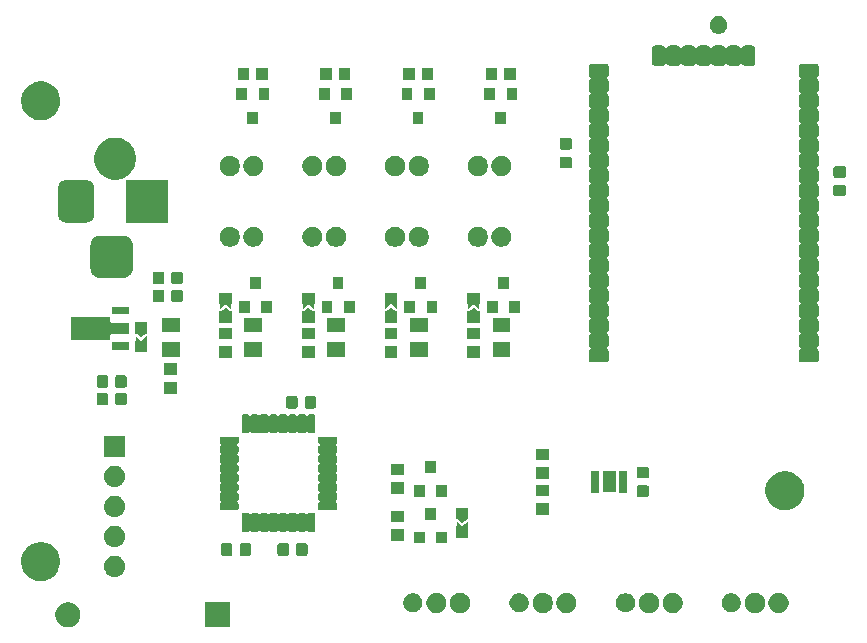
<source format=gbr>
G04 #@! TF.GenerationSoftware,KiCad,Pcbnew,5.0.2-bee76a0~70~ubuntu18.04.1*
G04 #@! TF.CreationDate,2019-04-11T12:32:57+02:00*
G04 #@! TF.ProjectId,Plant_monitoring_device,506c616e-745f-46d6-9f6e-69746f72696e,rev?*
G04 #@! TF.SameCoordinates,Original*
G04 #@! TF.FileFunction,Soldermask,Top*
G04 #@! TF.FilePolarity,Negative*
%FSLAX46Y46*%
G04 Gerber Fmt 4.6, Leading zero omitted, Abs format (unit mm)*
G04 Created by KiCad (PCBNEW 5.0.2-bee76a0~70~ubuntu18.04.1) date Čt 11. dubna 2019, 12:32:57 CEST*
%MOMM*%
%LPD*%
G01*
G04 APERTURE LIST*
%ADD10C,0.100000*%
G04 APERTURE END LIST*
D10*
G04 #@! TO.C,SB2*
G36*
X205975000Y-125350000D02*
X205025000Y-125350000D01*
X205025000Y-124900000D01*
X205500000Y-125300000D01*
X205975000Y-124900000D01*
X205975000Y-125350000D01*
G37*
G36*
X205975000Y-124650000D02*
X205025000Y-124650000D01*
X205500000Y-125010000D01*
X205975000Y-124650000D01*
G37*
G04 #@! TO.C,SB1*
G36*
X233165000Y-141080000D02*
X232215000Y-141080000D01*
X232215000Y-140630000D01*
X232690000Y-141030000D01*
X233165000Y-140630000D01*
X233165000Y-141080000D01*
G37*
G36*
X233165000Y-140380000D02*
X232215000Y-140380000D01*
X232690000Y-140740000D01*
X233165000Y-140380000D01*
G37*
G04 #@! TO.C,SB3*
G36*
X212182270Y-122166282D02*
X213132270Y-122166282D01*
X213132270Y-122616282D01*
X212657270Y-122216282D01*
X212182270Y-122616282D01*
X212182270Y-122166282D01*
G37*
G36*
X212182270Y-122866282D02*
X213132270Y-122866282D01*
X212657270Y-122506282D01*
X212182270Y-122866282D01*
G37*
G04 #@! TO.C,SB4*
G36*
X219182270Y-122166282D02*
X220132270Y-122166282D01*
X220132270Y-122616282D01*
X219657270Y-122216282D01*
X219182270Y-122616282D01*
X219182270Y-122166282D01*
G37*
G36*
X219182270Y-122866282D02*
X220132270Y-122866282D01*
X219657270Y-122506282D01*
X219182270Y-122866282D01*
G37*
G04 #@! TO.C,SB5*
G36*
X226182270Y-122166282D02*
X227132270Y-122166282D01*
X227132270Y-122616282D01*
X226657270Y-122216282D01*
X226182270Y-122616282D01*
X226182270Y-122166282D01*
G37*
G36*
X226182270Y-122866282D02*
X227132270Y-122866282D01*
X226657270Y-122506282D01*
X226182270Y-122866282D01*
G37*
G04 #@! TO.C,SB6*
G36*
X233182270Y-122166282D02*
X234132270Y-122166282D01*
X234132270Y-122616282D01*
X233657270Y-122216282D01*
X233182270Y-122616282D01*
X233182270Y-122166282D01*
G37*
G36*
X233182270Y-122866282D02*
X234132270Y-122866282D01*
X233657270Y-122506282D01*
X233182270Y-122866282D01*
G37*
G36*
X213051000Y-149551000D02*
X210949000Y-149551000D01*
X210949000Y-147449000D01*
X213051000Y-147449000D01*
X213051000Y-149551000D01*
X213051000Y-149551000D01*
G37*
G36*
X199606565Y-147489389D02*
X199797834Y-147568615D01*
X199969976Y-147683637D01*
X200116363Y-147830024D01*
X200231385Y-148002166D01*
X200310611Y-148193435D01*
X200351000Y-148396484D01*
X200351000Y-148603516D01*
X200310611Y-148806565D01*
X200231385Y-148997834D01*
X200116363Y-149169976D01*
X199969976Y-149316363D01*
X199797834Y-149431385D01*
X199606565Y-149510611D01*
X199403516Y-149551000D01*
X199196484Y-149551000D01*
X198993435Y-149510611D01*
X198802166Y-149431385D01*
X198630024Y-149316363D01*
X198483637Y-149169976D01*
X198368615Y-148997834D01*
X198289389Y-148806565D01*
X198249000Y-148603516D01*
X198249000Y-148396484D01*
X198289389Y-148193435D01*
X198368615Y-148002166D01*
X198483637Y-147830024D01*
X198630024Y-147683637D01*
X198802166Y-147568615D01*
X198993435Y-147489389D01*
X199196484Y-147449000D01*
X199403516Y-147449000D01*
X199606565Y-147489389D01*
X199606565Y-147489389D01*
G37*
G36*
X241748228Y-146681703D02*
X241903100Y-146745853D01*
X242042481Y-146838985D01*
X242161015Y-146957519D01*
X242254147Y-147096900D01*
X242318297Y-147251772D01*
X242351000Y-147416184D01*
X242351000Y-147583816D01*
X242318297Y-147748228D01*
X242254147Y-147903100D01*
X242161015Y-148042481D01*
X242042481Y-148161015D01*
X241903100Y-148254147D01*
X241748228Y-148318297D01*
X241583816Y-148351000D01*
X241416184Y-148351000D01*
X241251772Y-148318297D01*
X241096900Y-148254147D01*
X240957519Y-148161015D01*
X240838985Y-148042481D01*
X240745853Y-147903100D01*
X240681703Y-147748228D01*
X240649000Y-147583816D01*
X240649000Y-147416184D01*
X240681703Y-147251772D01*
X240745853Y-147096900D01*
X240838985Y-146957519D01*
X240957519Y-146838985D01*
X241096900Y-146745853D01*
X241251772Y-146681703D01*
X241416184Y-146649000D01*
X241583816Y-146649000D01*
X241748228Y-146681703D01*
X241748228Y-146681703D01*
G37*
G36*
X248748228Y-146681703D02*
X248903100Y-146745853D01*
X249042481Y-146838985D01*
X249161015Y-146957519D01*
X249254147Y-147096900D01*
X249318297Y-147251772D01*
X249351000Y-147416184D01*
X249351000Y-147583816D01*
X249318297Y-147748228D01*
X249254147Y-147903100D01*
X249161015Y-148042481D01*
X249042481Y-148161015D01*
X248903100Y-148254147D01*
X248748228Y-148318297D01*
X248583816Y-148351000D01*
X248416184Y-148351000D01*
X248251772Y-148318297D01*
X248096900Y-148254147D01*
X247957519Y-148161015D01*
X247838985Y-148042481D01*
X247745853Y-147903100D01*
X247681703Y-147748228D01*
X247649000Y-147583816D01*
X247649000Y-147416184D01*
X247681703Y-147251772D01*
X247745853Y-147096900D01*
X247838985Y-146957519D01*
X247957519Y-146838985D01*
X248096900Y-146745853D01*
X248251772Y-146681703D01*
X248416184Y-146649000D01*
X248583816Y-146649000D01*
X248748228Y-146681703D01*
X248748228Y-146681703D01*
G37*
G36*
X232748228Y-146681703D02*
X232903100Y-146745853D01*
X233042481Y-146838985D01*
X233161015Y-146957519D01*
X233254147Y-147096900D01*
X233318297Y-147251772D01*
X233351000Y-147416184D01*
X233351000Y-147583816D01*
X233318297Y-147748228D01*
X233254147Y-147903100D01*
X233161015Y-148042481D01*
X233042481Y-148161015D01*
X232903100Y-148254147D01*
X232748228Y-148318297D01*
X232583816Y-148351000D01*
X232416184Y-148351000D01*
X232251772Y-148318297D01*
X232096900Y-148254147D01*
X231957519Y-148161015D01*
X231838985Y-148042481D01*
X231745853Y-147903100D01*
X231681703Y-147748228D01*
X231649000Y-147583816D01*
X231649000Y-147416184D01*
X231681703Y-147251772D01*
X231745853Y-147096900D01*
X231838985Y-146957519D01*
X231957519Y-146838985D01*
X232096900Y-146745853D01*
X232251772Y-146681703D01*
X232416184Y-146649000D01*
X232583816Y-146649000D01*
X232748228Y-146681703D01*
X232748228Y-146681703D01*
G37*
G36*
X230748228Y-146681703D02*
X230903100Y-146745853D01*
X231042481Y-146838985D01*
X231161015Y-146957519D01*
X231254147Y-147096900D01*
X231318297Y-147251772D01*
X231351000Y-147416184D01*
X231351000Y-147583816D01*
X231318297Y-147748228D01*
X231254147Y-147903100D01*
X231161015Y-148042481D01*
X231042481Y-148161015D01*
X230903100Y-148254147D01*
X230748228Y-148318297D01*
X230583816Y-148351000D01*
X230416184Y-148351000D01*
X230251772Y-148318297D01*
X230096900Y-148254147D01*
X229957519Y-148161015D01*
X229838985Y-148042481D01*
X229745853Y-147903100D01*
X229681703Y-147748228D01*
X229649000Y-147583816D01*
X229649000Y-147416184D01*
X229681703Y-147251772D01*
X229745853Y-147096900D01*
X229838985Y-146957519D01*
X229957519Y-146838985D01*
X230096900Y-146745853D01*
X230251772Y-146681703D01*
X230416184Y-146649000D01*
X230583816Y-146649000D01*
X230748228Y-146681703D01*
X230748228Y-146681703D01*
G37*
G36*
X257708228Y-146681703D02*
X257863100Y-146745853D01*
X258002481Y-146838985D01*
X258121015Y-146957519D01*
X258214147Y-147096900D01*
X258278297Y-147251772D01*
X258311000Y-147416184D01*
X258311000Y-147583816D01*
X258278297Y-147748228D01*
X258214147Y-147903100D01*
X258121015Y-148042481D01*
X258002481Y-148161015D01*
X257863100Y-148254147D01*
X257708228Y-148318297D01*
X257543816Y-148351000D01*
X257376184Y-148351000D01*
X257211772Y-148318297D01*
X257056900Y-148254147D01*
X256917519Y-148161015D01*
X256798985Y-148042481D01*
X256705853Y-147903100D01*
X256641703Y-147748228D01*
X256609000Y-147583816D01*
X256609000Y-147416184D01*
X256641703Y-147251772D01*
X256705853Y-147096900D01*
X256798985Y-146957519D01*
X256917519Y-146838985D01*
X257056900Y-146745853D01*
X257211772Y-146681703D01*
X257376184Y-146649000D01*
X257543816Y-146649000D01*
X257708228Y-146681703D01*
X257708228Y-146681703D01*
G37*
G36*
X250748228Y-146681703D02*
X250903100Y-146745853D01*
X251042481Y-146838985D01*
X251161015Y-146957519D01*
X251254147Y-147096900D01*
X251318297Y-147251772D01*
X251351000Y-147416184D01*
X251351000Y-147583816D01*
X251318297Y-147748228D01*
X251254147Y-147903100D01*
X251161015Y-148042481D01*
X251042481Y-148161015D01*
X250903100Y-148254147D01*
X250748228Y-148318297D01*
X250583816Y-148351000D01*
X250416184Y-148351000D01*
X250251772Y-148318297D01*
X250096900Y-148254147D01*
X249957519Y-148161015D01*
X249838985Y-148042481D01*
X249745853Y-147903100D01*
X249681703Y-147748228D01*
X249649000Y-147583816D01*
X249649000Y-147416184D01*
X249681703Y-147251772D01*
X249745853Y-147096900D01*
X249838985Y-146957519D01*
X249957519Y-146838985D01*
X250096900Y-146745853D01*
X250251772Y-146681703D01*
X250416184Y-146649000D01*
X250583816Y-146649000D01*
X250748228Y-146681703D01*
X250748228Y-146681703D01*
G37*
G36*
X259708228Y-146681703D02*
X259863100Y-146745853D01*
X260002481Y-146838985D01*
X260121015Y-146957519D01*
X260214147Y-147096900D01*
X260278297Y-147251772D01*
X260311000Y-147416184D01*
X260311000Y-147583816D01*
X260278297Y-147748228D01*
X260214147Y-147903100D01*
X260121015Y-148042481D01*
X260002481Y-148161015D01*
X259863100Y-148254147D01*
X259708228Y-148318297D01*
X259543816Y-148351000D01*
X259376184Y-148351000D01*
X259211772Y-148318297D01*
X259056900Y-148254147D01*
X258917519Y-148161015D01*
X258798985Y-148042481D01*
X258705853Y-147903100D01*
X258641703Y-147748228D01*
X258609000Y-147583816D01*
X258609000Y-147416184D01*
X258641703Y-147251772D01*
X258705853Y-147096900D01*
X258798985Y-146957519D01*
X258917519Y-146838985D01*
X259056900Y-146745853D01*
X259211772Y-146681703D01*
X259376184Y-146649000D01*
X259543816Y-146649000D01*
X259708228Y-146681703D01*
X259708228Y-146681703D01*
G37*
G36*
X239748228Y-146681703D02*
X239903100Y-146745853D01*
X240042481Y-146838985D01*
X240161015Y-146957519D01*
X240254147Y-147096900D01*
X240318297Y-147251772D01*
X240351000Y-147416184D01*
X240351000Y-147583816D01*
X240318297Y-147748228D01*
X240254147Y-147903100D01*
X240161015Y-148042481D01*
X240042481Y-148161015D01*
X239903100Y-148254147D01*
X239748228Y-148318297D01*
X239583816Y-148351000D01*
X239416184Y-148351000D01*
X239251772Y-148318297D01*
X239096900Y-148254147D01*
X238957519Y-148161015D01*
X238838985Y-148042481D01*
X238745853Y-147903100D01*
X238681703Y-147748228D01*
X238649000Y-147583816D01*
X238649000Y-147416184D01*
X238681703Y-147251772D01*
X238745853Y-147096900D01*
X238838985Y-146957519D01*
X238957519Y-146838985D01*
X239096900Y-146745853D01*
X239251772Y-146681703D01*
X239416184Y-146649000D01*
X239583816Y-146649000D01*
X239748228Y-146681703D01*
X239748228Y-146681703D01*
G37*
G36*
X255697142Y-146718242D02*
X255845102Y-146779530D01*
X255978258Y-146868502D01*
X256091498Y-146981742D01*
X256180470Y-147114898D01*
X256241758Y-147262858D01*
X256273000Y-147419925D01*
X256273000Y-147580075D01*
X256241758Y-147737142D01*
X256203284Y-147830024D01*
X256180471Y-147885100D01*
X256102251Y-148002166D01*
X256091498Y-148018258D01*
X255978258Y-148131498D01*
X255845102Y-148220470D01*
X255697142Y-148281758D01*
X255540075Y-148313000D01*
X255379925Y-148313000D01*
X255222858Y-148281758D01*
X255074898Y-148220470D01*
X254941742Y-148131498D01*
X254828502Y-148018258D01*
X254817750Y-148002166D01*
X254739529Y-147885100D01*
X254716716Y-147830024D01*
X254678242Y-147737142D01*
X254647000Y-147580075D01*
X254647000Y-147419925D01*
X254678242Y-147262858D01*
X254739530Y-147114898D01*
X254828502Y-146981742D01*
X254941742Y-146868502D01*
X255074898Y-146779530D01*
X255222858Y-146718242D01*
X255379925Y-146687000D01*
X255540075Y-146687000D01*
X255697142Y-146718242D01*
X255697142Y-146718242D01*
G37*
G36*
X228737142Y-146718242D02*
X228885102Y-146779530D01*
X229018258Y-146868502D01*
X229131498Y-146981742D01*
X229220470Y-147114898D01*
X229281758Y-147262858D01*
X229313000Y-147419925D01*
X229313000Y-147580075D01*
X229281758Y-147737142D01*
X229243284Y-147830024D01*
X229220471Y-147885100D01*
X229142251Y-148002166D01*
X229131498Y-148018258D01*
X229018258Y-148131498D01*
X228885102Y-148220470D01*
X228737142Y-148281758D01*
X228580075Y-148313000D01*
X228419925Y-148313000D01*
X228262858Y-148281758D01*
X228114898Y-148220470D01*
X227981742Y-148131498D01*
X227868502Y-148018258D01*
X227857750Y-148002166D01*
X227779529Y-147885100D01*
X227756716Y-147830024D01*
X227718242Y-147737142D01*
X227687000Y-147580075D01*
X227687000Y-147419925D01*
X227718242Y-147262858D01*
X227779530Y-147114898D01*
X227868502Y-146981742D01*
X227981742Y-146868502D01*
X228114898Y-146779530D01*
X228262858Y-146718242D01*
X228419925Y-146687000D01*
X228580075Y-146687000D01*
X228737142Y-146718242D01*
X228737142Y-146718242D01*
G37*
G36*
X237737142Y-146718242D02*
X237885102Y-146779530D01*
X238018258Y-146868502D01*
X238131498Y-146981742D01*
X238220470Y-147114898D01*
X238281758Y-147262858D01*
X238313000Y-147419925D01*
X238313000Y-147580075D01*
X238281758Y-147737142D01*
X238243284Y-147830024D01*
X238220471Y-147885100D01*
X238142251Y-148002166D01*
X238131498Y-148018258D01*
X238018258Y-148131498D01*
X237885102Y-148220470D01*
X237737142Y-148281758D01*
X237580075Y-148313000D01*
X237419925Y-148313000D01*
X237262858Y-148281758D01*
X237114898Y-148220470D01*
X236981742Y-148131498D01*
X236868502Y-148018258D01*
X236857750Y-148002166D01*
X236779529Y-147885100D01*
X236756716Y-147830024D01*
X236718242Y-147737142D01*
X236687000Y-147580075D01*
X236687000Y-147419925D01*
X236718242Y-147262858D01*
X236779530Y-147114898D01*
X236868502Y-146981742D01*
X236981742Y-146868502D01*
X237114898Y-146779530D01*
X237262858Y-146718242D01*
X237419925Y-146687000D01*
X237580075Y-146687000D01*
X237737142Y-146718242D01*
X237737142Y-146718242D01*
G37*
G36*
X246737142Y-146718242D02*
X246885102Y-146779530D01*
X247018258Y-146868502D01*
X247131498Y-146981742D01*
X247220470Y-147114898D01*
X247281758Y-147262858D01*
X247313000Y-147419925D01*
X247313000Y-147580075D01*
X247281758Y-147737142D01*
X247243284Y-147830024D01*
X247220471Y-147885100D01*
X247142251Y-148002166D01*
X247131498Y-148018258D01*
X247018258Y-148131498D01*
X246885102Y-148220470D01*
X246737142Y-148281758D01*
X246580075Y-148313000D01*
X246419925Y-148313000D01*
X246262858Y-148281758D01*
X246114898Y-148220470D01*
X245981742Y-148131498D01*
X245868502Y-148018258D01*
X245857750Y-148002166D01*
X245779529Y-147885100D01*
X245756716Y-147830024D01*
X245718242Y-147737142D01*
X245687000Y-147580075D01*
X245687000Y-147419925D01*
X245718242Y-147262858D01*
X245779530Y-147114898D01*
X245868502Y-146981742D01*
X245981742Y-146868502D01*
X246114898Y-146779530D01*
X246262858Y-146718242D01*
X246419925Y-146687000D01*
X246580075Y-146687000D01*
X246737142Y-146718242D01*
X246737142Y-146718242D01*
G37*
G36*
X197375256Y-142391298D02*
X197481579Y-142412447D01*
X197782042Y-142536903D01*
X198023514Y-142698250D01*
X198052454Y-142717587D01*
X198282413Y-142947546D01*
X198282415Y-142947549D01*
X198463097Y-143217958D01*
X198583651Y-143509000D01*
X198587553Y-143518422D01*
X198637559Y-143769815D01*
X198651000Y-143837391D01*
X198651000Y-144162609D01*
X198587553Y-144481579D01*
X198499550Y-144694037D01*
X198463098Y-144782040D01*
X198282413Y-145052454D01*
X198052454Y-145282413D01*
X198052451Y-145282415D01*
X197782042Y-145463097D01*
X197481579Y-145587553D01*
X197375256Y-145608702D01*
X197162611Y-145651000D01*
X196837389Y-145651000D01*
X196624744Y-145608702D01*
X196518421Y-145587553D01*
X196217958Y-145463097D01*
X195947549Y-145282415D01*
X195947546Y-145282413D01*
X195717587Y-145052454D01*
X195536902Y-144782040D01*
X195500450Y-144694037D01*
X195412447Y-144481579D01*
X195349000Y-144162609D01*
X195349000Y-143837391D01*
X195362442Y-143769815D01*
X195412447Y-143518422D01*
X195416350Y-143509000D01*
X195536903Y-143217958D01*
X195717585Y-142947549D01*
X195717587Y-142947546D01*
X195947546Y-142717587D01*
X195976486Y-142698250D01*
X196217958Y-142536903D01*
X196518421Y-142412447D01*
X196624744Y-142391298D01*
X196837389Y-142349000D01*
X197162611Y-142349000D01*
X197375256Y-142391298D01*
X197375256Y-142391298D01*
G37*
G36*
X203360442Y-143515518D02*
X203426627Y-143522037D01*
X203539853Y-143556384D01*
X203596467Y-143573557D01*
X203735087Y-143647652D01*
X203752991Y-143657222D01*
X203788729Y-143686552D01*
X203890186Y-143769814D01*
X203945644Y-143837391D01*
X204002778Y-143907009D01*
X204002779Y-143907011D01*
X204086443Y-144063533D01*
X204086443Y-144063534D01*
X204137963Y-144233373D01*
X204155359Y-144410000D01*
X204137963Y-144586627D01*
X204103616Y-144699853D01*
X204086443Y-144756467D01*
X204012348Y-144895087D01*
X204002778Y-144912991D01*
X203973448Y-144948729D01*
X203890186Y-145050186D01*
X203788729Y-145133448D01*
X203752991Y-145162778D01*
X203752989Y-145162779D01*
X203596467Y-145246443D01*
X203539853Y-145263616D01*
X203426627Y-145297963D01*
X203360442Y-145304482D01*
X203294260Y-145311000D01*
X203205740Y-145311000D01*
X203139558Y-145304482D01*
X203073373Y-145297963D01*
X202960147Y-145263616D01*
X202903533Y-145246443D01*
X202747011Y-145162779D01*
X202747009Y-145162778D01*
X202711271Y-145133448D01*
X202609814Y-145050186D01*
X202526552Y-144948729D01*
X202497222Y-144912991D01*
X202487652Y-144895087D01*
X202413557Y-144756467D01*
X202396384Y-144699853D01*
X202362037Y-144586627D01*
X202344641Y-144410000D01*
X202362037Y-144233373D01*
X202413557Y-144063534D01*
X202413557Y-144063533D01*
X202497221Y-143907011D01*
X202497222Y-143907009D01*
X202554356Y-143837391D01*
X202609814Y-143769814D01*
X202711271Y-143686552D01*
X202747009Y-143657222D01*
X202764913Y-143647652D01*
X202903533Y-143573557D01*
X202960147Y-143556384D01*
X203073373Y-143522037D01*
X203139558Y-143515518D01*
X203205740Y-143509000D01*
X203294260Y-143509000D01*
X203360442Y-143515518D01*
X203360442Y-143515518D01*
G37*
G36*
X214662091Y-142458085D02*
X214696069Y-142468393D01*
X214727387Y-142485133D01*
X214754839Y-142507661D01*
X214777367Y-142535113D01*
X214794107Y-142566431D01*
X214804415Y-142600409D01*
X214808500Y-142641890D01*
X214808500Y-143318110D01*
X214804415Y-143359591D01*
X214794107Y-143393569D01*
X214777367Y-143424887D01*
X214754839Y-143452339D01*
X214727387Y-143474867D01*
X214696069Y-143491607D01*
X214662091Y-143501915D01*
X214620610Y-143506000D01*
X214019390Y-143506000D01*
X213977909Y-143501915D01*
X213943931Y-143491607D01*
X213912613Y-143474867D01*
X213885161Y-143452339D01*
X213862633Y-143424887D01*
X213845893Y-143393569D01*
X213835585Y-143359591D01*
X213831500Y-143318110D01*
X213831500Y-142641890D01*
X213835585Y-142600409D01*
X213845893Y-142566431D01*
X213862633Y-142535113D01*
X213885161Y-142507661D01*
X213912613Y-142485133D01*
X213943931Y-142468393D01*
X213977909Y-142458085D01*
X214019390Y-142454000D01*
X214620610Y-142454000D01*
X214662091Y-142458085D01*
X214662091Y-142458085D01*
G37*
G36*
X217864591Y-142458085D02*
X217898569Y-142468393D01*
X217929887Y-142485133D01*
X217957339Y-142507661D01*
X217979867Y-142535113D01*
X217996607Y-142566431D01*
X218006915Y-142600409D01*
X218011000Y-142641890D01*
X218011000Y-143318110D01*
X218006915Y-143359591D01*
X217996607Y-143393569D01*
X217979867Y-143424887D01*
X217957339Y-143452339D01*
X217929887Y-143474867D01*
X217898569Y-143491607D01*
X217864591Y-143501915D01*
X217823110Y-143506000D01*
X217221890Y-143506000D01*
X217180409Y-143501915D01*
X217146431Y-143491607D01*
X217115113Y-143474867D01*
X217087661Y-143452339D01*
X217065133Y-143424887D01*
X217048393Y-143393569D01*
X217038085Y-143359591D01*
X217034000Y-143318110D01*
X217034000Y-142641890D01*
X217038085Y-142600409D01*
X217048393Y-142566431D01*
X217065133Y-142535113D01*
X217087661Y-142507661D01*
X217115113Y-142485133D01*
X217146431Y-142468393D01*
X217180409Y-142458085D01*
X217221890Y-142454000D01*
X217823110Y-142454000D01*
X217864591Y-142458085D01*
X217864591Y-142458085D01*
G37*
G36*
X219439591Y-142458085D02*
X219473569Y-142468393D01*
X219504887Y-142485133D01*
X219532339Y-142507661D01*
X219554867Y-142535113D01*
X219571607Y-142566431D01*
X219581915Y-142600409D01*
X219586000Y-142641890D01*
X219586000Y-143318110D01*
X219581915Y-143359591D01*
X219571607Y-143393569D01*
X219554867Y-143424887D01*
X219532339Y-143452339D01*
X219504887Y-143474867D01*
X219473569Y-143491607D01*
X219439591Y-143501915D01*
X219398110Y-143506000D01*
X218796890Y-143506000D01*
X218755409Y-143501915D01*
X218721431Y-143491607D01*
X218690113Y-143474867D01*
X218662661Y-143452339D01*
X218640133Y-143424887D01*
X218623393Y-143393569D01*
X218613085Y-143359591D01*
X218609000Y-143318110D01*
X218609000Y-142641890D01*
X218613085Y-142600409D01*
X218623393Y-142566431D01*
X218640133Y-142535113D01*
X218662661Y-142507661D01*
X218690113Y-142485133D01*
X218721431Y-142468393D01*
X218755409Y-142458085D01*
X218796890Y-142454000D01*
X219398110Y-142454000D01*
X219439591Y-142458085D01*
X219439591Y-142458085D01*
G37*
G36*
X213087091Y-142458085D02*
X213121069Y-142468393D01*
X213152387Y-142485133D01*
X213179839Y-142507661D01*
X213202367Y-142535113D01*
X213219107Y-142566431D01*
X213229415Y-142600409D01*
X213233500Y-142641890D01*
X213233500Y-143318110D01*
X213229415Y-143359591D01*
X213219107Y-143393569D01*
X213202367Y-143424887D01*
X213179839Y-143452339D01*
X213152387Y-143474867D01*
X213121069Y-143491607D01*
X213087091Y-143501915D01*
X213045610Y-143506000D01*
X212444390Y-143506000D01*
X212402909Y-143501915D01*
X212368931Y-143491607D01*
X212337613Y-143474867D01*
X212310161Y-143452339D01*
X212287633Y-143424887D01*
X212270893Y-143393569D01*
X212260585Y-143359591D01*
X212256500Y-143318110D01*
X212256500Y-142641890D01*
X212260585Y-142600409D01*
X212270893Y-142566431D01*
X212287633Y-142535113D01*
X212310161Y-142507661D01*
X212337613Y-142485133D01*
X212368931Y-142468393D01*
X212402909Y-142458085D01*
X212444390Y-142454000D01*
X213045610Y-142454000D01*
X213087091Y-142458085D01*
X213087091Y-142458085D01*
G37*
G36*
X203360443Y-140975519D02*
X203426627Y-140982037D01*
X203539853Y-141016384D01*
X203596467Y-141033557D01*
X203735087Y-141107652D01*
X203752991Y-141117222D01*
X203788729Y-141146552D01*
X203890186Y-141229814D01*
X203973448Y-141331271D01*
X204002778Y-141367009D01*
X204002779Y-141367011D01*
X204086443Y-141523533D01*
X204086443Y-141523534D01*
X204137963Y-141693373D01*
X204155359Y-141870000D01*
X204137963Y-142046627D01*
X204103616Y-142159853D01*
X204086443Y-142216467D01*
X204076002Y-142236000D01*
X204002778Y-142372991D01*
X203973448Y-142408729D01*
X203890186Y-142510186D01*
X203821650Y-142566431D01*
X203752991Y-142622778D01*
X203752989Y-142622779D01*
X203596467Y-142706443D01*
X203559736Y-142717585D01*
X203426627Y-142757963D01*
X203360443Y-142764481D01*
X203294260Y-142771000D01*
X203205740Y-142771000D01*
X203139557Y-142764481D01*
X203073373Y-142757963D01*
X202940264Y-142717585D01*
X202903533Y-142706443D01*
X202747011Y-142622779D01*
X202747009Y-142622778D01*
X202678350Y-142566431D01*
X202609814Y-142510186D01*
X202526552Y-142408729D01*
X202497222Y-142372991D01*
X202423998Y-142236000D01*
X202413557Y-142216467D01*
X202396384Y-142159853D01*
X202362037Y-142046627D01*
X202344641Y-141870000D01*
X202362037Y-141693373D01*
X202413557Y-141523534D01*
X202413557Y-141523533D01*
X202497221Y-141367011D01*
X202497222Y-141367009D01*
X202526552Y-141331271D01*
X202609814Y-141229814D01*
X202711271Y-141146552D01*
X202747009Y-141117222D01*
X202764913Y-141107652D01*
X202903533Y-141033557D01*
X202960147Y-141016384D01*
X203073373Y-140982037D01*
X203139557Y-140975519D01*
X203205740Y-140969000D01*
X203294260Y-140969000D01*
X203360443Y-140975519D01*
X203360443Y-140975519D01*
G37*
G36*
X231401000Y-142461000D02*
X230499000Y-142461000D01*
X230499000Y-141459000D01*
X231401000Y-141459000D01*
X231401000Y-142461000D01*
X231401000Y-142461000D01*
G37*
G36*
X229501000Y-142461000D02*
X228599000Y-142461000D01*
X228599000Y-141459000D01*
X229501000Y-141459000D01*
X229501000Y-142461000D01*
X229501000Y-142461000D01*
G37*
G36*
X227746000Y-142236000D02*
X226694000Y-142236000D01*
X226694000Y-141259000D01*
X227746000Y-141259000D01*
X227746000Y-142236000D01*
X227746000Y-142236000D01*
G37*
G36*
X233216000Y-142006000D02*
X232164000Y-142006000D01*
X232164000Y-141029000D01*
X233216000Y-141029000D01*
X233216000Y-142006000D01*
X233216000Y-142006000D01*
G37*
G36*
X214550048Y-139896284D02*
X214566446Y-139901258D01*
X214581552Y-139909333D01*
X214594797Y-139920203D01*
X214605667Y-139933448D01*
X214609760Y-139941105D01*
X214623374Y-139961479D01*
X214640701Y-139978806D01*
X214661075Y-139992420D01*
X214683714Y-140001798D01*
X214707748Y-140006578D01*
X214732252Y-140006578D01*
X214756286Y-140001798D01*
X214778925Y-139992420D01*
X214799299Y-139978806D01*
X214816626Y-139961479D01*
X214830240Y-139941105D01*
X214834333Y-139933448D01*
X214845203Y-139920203D01*
X214858448Y-139909333D01*
X214873554Y-139901258D01*
X214889952Y-139896284D01*
X214913141Y-139894000D01*
X215326859Y-139894000D01*
X215350048Y-139896284D01*
X215366446Y-139901258D01*
X215381552Y-139909333D01*
X215394797Y-139920203D01*
X215405667Y-139933448D01*
X215409760Y-139941105D01*
X215423374Y-139961479D01*
X215440701Y-139978806D01*
X215461075Y-139992420D01*
X215483714Y-140001798D01*
X215507748Y-140006578D01*
X215532252Y-140006578D01*
X215556286Y-140001798D01*
X215578925Y-139992420D01*
X215599299Y-139978806D01*
X215616626Y-139961479D01*
X215630240Y-139941105D01*
X215634333Y-139933448D01*
X215645203Y-139920203D01*
X215658448Y-139909333D01*
X215673554Y-139901258D01*
X215689952Y-139896284D01*
X215713141Y-139894000D01*
X216126859Y-139894000D01*
X216150048Y-139896284D01*
X216166446Y-139901258D01*
X216181552Y-139909333D01*
X216194797Y-139920203D01*
X216205667Y-139933448D01*
X216209760Y-139941105D01*
X216223374Y-139961479D01*
X216240701Y-139978806D01*
X216261075Y-139992420D01*
X216283714Y-140001798D01*
X216307748Y-140006578D01*
X216332252Y-140006578D01*
X216356286Y-140001798D01*
X216378925Y-139992420D01*
X216399299Y-139978806D01*
X216416626Y-139961479D01*
X216430240Y-139941105D01*
X216434333Y-139933448D01*
X216445203Y-139920203D01*
X216458448Y-139909333D01*
X216473554Y-139901258D01*
X216489952Y-139896284D01*
X216513141Y-139894000D01*
X216926859Y-139894000D01*
X216950048Y-139896284D01*
X216966446Y-139901258D01*
X216981552Y-139909333D01*
X216994797Y-139920203D01*
X217005667Y-139933448D01*
X217009760Y-139941105D01*
X217023374Y-139961479D01*
X217040701Y-139978806D01*
X217061075Y-139992420D01*
X217083714Y-140001798D01*
X217107748Y-140006578D01*
X217132252Y-140006578D01*
X217156286Y-140001798D01*
X217178925Y-139992420D01*
X217199299Y-139978806D01*
X217216626Y-139961479D01*
X217230240Y-139941105D01*
X217234333Y-139933448D01*
X217245203Y-139920203D01*
X217258448Y-139909333D01*
X217273554Y-139901258D01*
X217289952Y-139896284D01*
X217313141Y-139894000D01*
X217726859Y-139894000D01*
X217750048Y-139896284D01*
X217766446Y-139901258D01*
X217781552Y-139909333D01*
X217794797Y-139920203D01*
X217805667Y-139933448D01*
X217809760Y-139941105D01*
X217823374Y-139961479D01*
X217840701Y-139978806D01*
X217861075Y-139992420D01*
X217883714Y-140001798D01*
X217907748Y-140006578D01*
X217932252Y-140006578D01*
X217956286Y-140001798D01*
X217978925Y-139992420D01*
X217999299Y-139978806D01*
X218016626Y-139961479D01*
X218030240Y-139941105D01*
X218034333Y-139933448D01*
X218045203Y-139920203D01*
X218058448Y-139909333D01*
X218073554Y-139901258D01*
X218089952Y-139896284D01*
X218113141Y-139894000D01*
X218526859Y-139894000D01*
X218550048Y-139896284D01*
X218566446Y-139901258D01*
X218581552Y-139909333D01*
X218594797Y-139920203D01*
X218605667Y-139933448D01*
X218609760Y-139941105D01*
X218623374Y-139961479D01*
X218640701Y-139978806D01*
X218661075Y-139992420D01*
X218683714Y-140001798D01*
X218707748Y-140006578D01*
X218732252Y-140006578D01*
X218756286Y-140001798D01*
X218778925Y-139992420D01*
X218799299Y-139978806D01*
X218816626Y-139961479D01*
X218830240Y-139941105D01*
X218834333Y-139933448D01*
X218845203Y-139920203D01*
X218858448Y-139909333D01*
X218873554Y-139901258D01*
X218889952Y-139896284D01*
X218913141Y-139894000D01*
X219326859Y-139894000D01*
X219350048Y-139896284D01*
X219366446Y-139901258D01*
X219381552Y-139909333D01*
X219394797Y-139920203D01*
X219405667Y-139933448D01*
X219409760Y-139941105D01*
X219423374Y-139961479D01*
X219440701Y-139978806D01*
X219461075Y-139992420D01*
X219483714Y-140001798D01*
X219507748Y-140006578D01*
X219532252Y-140006578D01*
X219556286Y-140001798D01*
X219578925Y-139992420D01*
X219599299Y-139978806D01*
X219616626Y-139961479D01*
X219630240Y-139941105D01*
X219634333Y-139933448D01*
X219645203Y-139920203D01*
X219658448Y-139909333D01*
X219673554Y-139901258D01*
X219689952Y-139896284D01*
X219713141Y-139894000D01*
X220126859Y-139894000D01*
X220150048Y-139896284D01*
X220166446Y-139901258D01*
X220181552Y-139909333D01*
X220194797Y-139920203D01*
X220205667Y-139933448D01*
X220213742Y-139948554D01*
X220218716Y-139964952D01*
X220221000Y-139988141D01*
X220221000Y-141401859D01*
X220218716Y-141425048D01*
X220213742Y-141441446D01*
X220205667Y-141456552D01*
X220194797Y-141469797D01*
X220181552Y-141480667D01*
X220166446Y-141488742D01*
X220150048Y-141493716D01*
X220126859Y-141496000D01*
X219713141Y-141496000D01*
X219689952Y-141493716D01*
X219673554Y-141488742D01*
X219658448Y-141480667D01*
X219645203Y-141469797D01*
X219634333Y-141456552D01*
X219630240Y-141448895D01*
X219616626Y-141428521D01*
X219599299Y-141411194D01*
X219578925Y-141397580D01*
X219556286Y-141388202D01*
X219532252Y-141383422D01*
X219507748Y-141383422D01*
X219483714Y-141388202D01*
X219461075Y-141397580D01*
X219440701Y-141411194D01*
X219423374Y-141428521D01*
X219409760Y-141448895D01*
X219405667Y-141456552D01*
X219394797Y-141469797D01*
X219381552Y-141480667D01*
X219366446Y-141488742D01*
X219350048Y-141493716D01*
X219326859Y-141496000D01*
X218913141Y-141496000D01*
X218889952Y-141493716D01*
X218873554Y-141488742D01*
X218858448Y-141480667D01*
X218845203Y-141469797D01*
X218834333Y-141456552D01*
X218830240Y-141448895D01*
X218816626Y-141428521D01*
X218799299Y-141411194D01*
X218778925Y-141397580D01*
X218756286Y-141388202D01*
X218732252Y-141383422D01*
X218707748Y-141383422D01*
X218683714Y-141388202D01*
X218661075Y-141397580D01*
X218640701Y-141411194D01*
X218623374Y-141428521D01*
X218609760Y-141448895D01*
X218605667Y-141456552D01*
X218594797Y-141469797D01*
X218581552Y-141480667D01*
X218566446Y-141488742D01*
X218550048Y-141493716D01*
X218526859Y-141496000D01*
X218113141Y-141496000D01*
X218089952Y-141493716D01*
X218073554Y-141488742D01*
X218058448Y-141480667D01*
X218045203Y-141469797D01*
X218034333Y-141456552D01*
X218030240Y-141448895D01*
X218016626Y-141428521D01*
X217999299Y-141411194D01*
X217978925Y-141397580D01*
X217956286Y-141388202D01*
X217932252Y-141383422D01*
X217907748Y-141383422D01*
X217883714Y-141388202D01*
X217861075Y-141397580D01*
X217840701Y-141411194D01*
X217823374Y-141428521D01*
X217809760Y-141448895D01*
X217805667Y-141456552D01*
X217794797Y-141469797D01*
X217781552Y-141480667D01*
X217766446Y-141488742D01*
X217750048Y-141493716D01*
X217726859Y-141496000D01*
X217313141Y-141496000D01*
X217289952Y-141493716D01*
X217273554Y-141488742D01*
X217258448Y-141480667D01*
X217245203Y-141469797D01*
X217234333Y-141456552D01*
X217230240Y-141448895D01*
X217216626Y-141428521D01*
X217199299Y-141411194D01*
X217178925Y-141397580D01*
X217156286Y-141388202D01*
X217132252Y-141383422D01*
X217107748Y-141383422D01*
X217083714Y-141388202D01*
X217061075Y-141397580D01*
X217040701Y-141411194D01*
X217023374Y-141428521D01*
X217009760Y-141448895D01*
X217005667Y-141456552D01*
X216994797Y-141469797D01*
X216981552Y-141480667D01*
X216966446Y-141488742D01*
X216950048Y-141493716D01*
X216926859Y-141496000D01*
X216513141Y-141496000D01*
X216489952Y-141493716D01*
X216473554Y-141488742D01*
X216458448Y-141480667D01*
X216445203Y-141469797D01*
X216434333Y-141456552D01*
X216430240Y-141448895D01*
X216416626Y-141428521D01*
X216399299Y-141411194D01*
X216378925Y-141397580D01*
X216356286Y-141388202D01*
X216332252Y-141383422D01*
X216307748Y-141383422D01*
X216283714Y-141388202D01*
X216261075Y-141397580D01*
X216240701Y-141411194D01*
X216223374Y-141428521D01*
X216209760Y-141448895D01*
X216205667Y-141456552D01*
X216194797Y-141469797D01*
X216181552Y-141480667D01*
X216166446Y-141488742D01*
X216150048Y-141493716D01*
X216126859Y-141496000D01*
X215713141Y-141496000D01*
X215689952Y-141493716D01*
X215673554Y-141488742D01*
X215658448Y-141480667D01*
X215645203Y-141469797D01*
X215634333Y-141456552D01*
X215630240Y-141448895D01*
X215616626Y-141428521D01*
X215599299Y-141411194D01*
X215578925Y-141397580D01*
X215556286Y-141388202D01*
X215532252Y-141383422D01*
X215507748Y-141383422D01*
X215483714Y-141388202D01*
X215461075Y-141397580D01*
X215440701Y-141411194D01*
X215423374Y-141428521D01*
X215409760Y-141448895D01*
X215405667Y-141456552D01*
X215394797Y-141469797D01*
X215381552Y-141480667D01*
X215366446Y-141488742D01*
X215350048Y-141493716D01*
X215326859Y-141496000D01*
X214913141Y-141496000D01*
X214889952Y-141493716D01*
X214873554Y-141488742D01*
X214858448Y-141480667D01*
X214845203Y-141469797D01*
X214834333Y-141456552D01*
X214830240Y-141448895D01*
X214816626Y-141428521D01*
X214799299Y-141411194D01*
X214778925Y-141397580D01*
X214756286Y-141388202D01*
X214732252Y-141383422D01*
X214707748Y-141383422D01*
X214683714Y-141388202D01*
X214661075Y-141397580D01*
X214640701Y-141411194D01*
X214623374Y-141428521D01*
X214609760Y-141448895D01*
X214605667Y-141456552D01*
X214594797Y-141469797D01*
X214581552Y-141480667D01*
X214566446Y-141488742D01*
X214550048Y-141493716D01*
X214526859Y-141496000D01*
X214113141Y-141496000D01*
X214089952Y-141493716D01*
X214073554Y-141488742D01*
X214058448Y-141480667D01*
X214045203Y-141469797D01*
X214034333Y-141456552D01*
X214026258Y-141441446D01*
X214021284Y-141425048D01*
X214019000Y-141401859D01*
X214019000Y-139988141D01*
X214021284Y-139964952D01*
X214026258Y-139948554D01*
X214034333Y-139933448D01*
X214045203Y-139920203D01*
X214058448Y-139909333D01*
X214073554Y-139901258D01*
X214089952Y-139896284D01*
X214113141Y-139894000D01*
X214526859Y-139894000D01*
X214550048Y-139896284D01*
X214550048Y-139896284D01*
G37*
G36*
X227746000Y-140661000D02*
X226694000Y-140661000D01*
X226694000Y-139684000D01*
X227746000Y-139684000D01*
X227746000Y-140661000D01*
X227746000Y-140661000D01*
G37*
G36*
X230451000Y-140461000D02*
X229549000Y-140461000D01*
X229549000Y-139459000D01*
X230451000Y-139459000D01*
X230451000Y-140461000D01*
X230451000Y-140461000D01*
G37*
G36*
X233216000Y-140431000D02*
X232164000Y-140431000D01*
X232164000Y-139454000D01*
X233216000Y-139454000D01*
X233216000Y-140431000D01*
X233216000Y-140431000D01*
G37*
G36*
X203360442Y-138435518D02*
X203426627Y-138442037D01*
X203526519Y-138472339D01*
X203596467Y-138493557D01*
X203735087Y-138567652D01*
X203752991Y-138577222D01*
X203788729Y-138606552D01*
X203890186Y-138689814D01*
X203953075Y-138766446D01*
X204002778Y-138827009D01*
X204002779Y-138827011D01*
X204086443Y-138983533D01*
X204098079Y-139021892D01*
X204137963Y-139153373D01*
X204155359Y-139330000D01*
X204137963Y-139506627D01*
X204105470Y-139613742D01*
X204086443Y-139676467D01*
X204082416Y-139684000D01*
X204002778Y-139832991D01*
X203973448Y-139868729D01*
X203890186Y-139970186D01*
X203799633Y-140044500D01*
X203752991Y-140082778D01*
X203752989Y-140082779D01*
X203596467Y-140166443D01*
X203539853Y-140183616D01*
X203426627Y-140217963D01*
X203360442Y-140224482D01*
X203294260Y-140231000D01*
X203205740Y-140231000D01*
X203139558Y-140224482D01*
X203073373Y-140217963D01*
X202960147Y-140183616D01*
X202903533Y-140166443D01*
X202747011Y-140082779D01*
X202747009Y-140082778D01*
X202700367Y-140044500D01*
X202609814Y-139970186D01*
X202526552Y-139868729D01*
X202497222Y-139832991D01*
X202417584Y-139684000D01*
X202413557Y-139676467D01*
X202394530Y-139613742D01*
X202362037Y-139506627D01*
X202344641Y-139330000D01*
X202362037Y-139153373D01*
X202401921Y-139021892D01*
X202413557Y-138983533D01*
X202497221Y-138827011D01*
X202497222Y-138827009D01*
X202546925Y-138766446D01*
X202609814Y-138689814D01*
X202711271Y-138606552D01*
X202747009Y-138577222D01*
X202764913Y-138567652D01*
X202903533Y-138493557D01*
X202973481Y-138472339D01*
X203073373Y-138442037D01*
X203139558Y-138435518D01*
X203205740Y-138429000D01*
X203294260Y-138429000D01*
X203360442Y-138435518D01*
X203360442Y-138435518D01*
G37*
G36*
X240026000Y-140056000D02*
X238974000Y-140056000D01*
X238974000Y-139079000D01*
X240026000Y-139079000D01*
X240026000Y-140056000D01*
X240026000Y-140056000D01*
G37*
G36*
X260375256Y-136391298D02*
X260481579Y-136412447D01*
X260782042Y-136536903D01*
X260927856Y-136634333D01*
X261052454Y-136717587D01*
X261282413Y-136947546D01*
X261282415Y-136947549D01*
X261428678Y-137166446D01*
X261463098Y-137217960D01*
X261480957Y-137261075D01*
X261587553Y-137518421D01*
X261604309Y-137602661D01*
X261651000Y-137837389D01*
X261651000Y-138162611D01*
X261626479Y-138285887D01*
X261587553Y-138481579D01*
X261463097Y-138782042D01*
X261331544Y-138978925D01*
X261282413Y-139052454D01*
X261052454Y-139282413D01*
X261052451Y-139282415D01*
X260782042Y-139463097D01*
X260481579Y-139587553D01*
X260390514Y-139605667D01*
X260162611Y-139651000D01*
X259837389Y-139651000D01*
X259609486Y-139605667D01*
X259518421Y-139587553D01*
X259217958Y-139463097D01*
X258947549Y-139282415D01*
X258947546Y-139282413D01*
X258717587Y-139052454D01*
X258668456Y-138978925D01*
X258536903Y-138782042D01*
X258412447Y-138481579D01*
X258373521Y-138285887D01*
X258349000Y-138162611D01*
X258349000Y-137837389D01*
X258395691Y-137602661D01*
X258412447Y-137518421D01*
X258519043Y-137261075D01*
X258536902Y-137217960D01*
X258571323Y-137166446D01*
X258717585Y-136947549D01*
X258717587Y-136947546D01*
X258947546Y-136717587D01*
X259072144Y-136634333D01*
X259217958Y-136536903D01*
X259518421Y-136412447D01*
X259624744Y-136391298D01*
X259837389Y-136349000D01*
X260162611Y-136349000D01*
X260375256Y-136391298D01*
X260375256Y-136391298D01*
G37*
G36*
X222025048Y-133421284D02*
X222041446Y-133426258D01*
X222056552Y-133434333D01*
X222069797Y-133445203D01*
X222080667Y-133458448D01*
X222088742Y-133473554D01*
X222093716Y-133489952D01*
X222096000Y-133513141D01*
X222096000Y-133926859D01*
X222093716Y-133950048D01*
X222088742Y-133966446D01*
X222080667Y-133981552D01*
X222069797Y-133994797D01*
X222056552Y-134005667D01*
X222048895Y-134009760D01*
X222028521Y-134023374D01*
X222011194Y-134040701D01*
X221997580Y-134061075D01*
X221988202Y-134083714D01*
X221983422Y-134107748D01*
X221983422Y-134132252D01*
X221988202Y-134156286D01*
X221997580Y-134178925D01*
X222011194Y-134199299D01*
X222028521Y-134216626D01*
X222048895Y-134230240D01*
X222056552Y-134234333D01*
X222069797Y-134245203D01*
X222080667Y-134258448D01*
X222088742Y-134273554D01*
X222093716Y-134289952D01*
X222096000Y-134313141D01*
X222096000Y-134726859D01*
X222093716Y-134750048D01*
X222088742Y-134766446D01*
X222080667Y-134781552D01*
X222069797Y-134794797D01*
X222056552Y-134805667D01*
X222048895Y-134809760D01*
X222028521Y-134823374D01*
X222011194Y-134840701D01*
X221997580Y-134861075D01*
X221988202Y-134883714D01*
X221983422Y-134907748D01*
X221983422Y-134932252D01*
X221988202Y-134956286D01*
X221997580Y-134978925D01*
X222011194Y-134999299D01*
X222028521Y-135016626D01*
X222048895Y-135030240D01*
X222056552Y-135034333D01*
X222069797Y-135045203D01*
X222080667Y-135058448D01*
X222088742Y-135073554D01*
X222093716Y-135089952D01*
X222096000Y-135113141D01*
X222096000Y-135526859D01*
X222093716Y-135550048D01*
X222088742Y-135566446D01*
X222080667Y-135581552D01*
X222069797Y-135594797D01*
X222056552Y-135605667D01*
X222048895Y-135609760D01*
X222028521Y-135623374D01*
X222011194Y-135640701D01*
X221997580Y-135661075D01*
X221988202Y-135683714D01*
X221983422Y-135707748D01*
X221983422Y-135732252D01*
X221988202Y-135756286D01*
X221997580Y-135778925D01*
X222011194Y-135799299D01*
X222028521Y-135816626D01*
X222048895Y-135830240D01*
X222056552Y-135834333D01*
X222069797Y-135845203D01*
X222080667Y-135858448D01*
X222088742Y-135873554D01*
X222093716Y-135889952D01*
X222096000Y-135913141D01*
X222096000Y-136326859D01*
X222093716Y-136350048D01*
X222088742Y-136366446D01*
X222080667Y-136381552D01*
X222069797Y-136394797D01*
X222056552Y-136405667D01*
X222048895Y-136409760D01*
X222028521Y-136423374D01*
X222011194Y-136440701D01*
X221997580Y-136461075D01*
X221988202Y-136483714D01*
X221983422Y-136507748D01*
X221983422Y-136532252D01*
X221988202Y-136556286D01*
X221997580Y-136578925D01*
X222011194Y-136599299D01*
X222028521Y-136616626D01*
X222048895Y-136630240D01*
X222056552Y-136634333D01*
X222069797Y-136645203D01*
X222080667Y-136658448D01*
X222088742Y-136673554D01*
X222093716Y-136689952D01*
X222096000Y-136713141D01*
X222096000Y-137126859D01*
X222093716Y-137150048D01*
X222088742Y-137166446D01*
X222080667Y-137181552D01*
X222069797Y-137194797D01*
X222056552Y-137205667D01*
X222048895Y-137209760D01*
X222028521Y-137223374D01*
X222011194Y-137240701D01*
X221997580Y-137261075D01*
X221988202Y-137283714D01*
X221983422Y-137307748D01*
X221983422Y-137332252D01*
X221988202Y-137356286D01*
X221997580Y-137378925D01*
X222011194Y-137399299D01*
X222028521Y-137416626D01*
X222048895Y-137430240D01*
X222056552Y-137434333D01*
X222069797Y-137445203D01*
X222080667Y-137458448D01*
X222088742Y-137473554D01*
X222093716Y-137489952D01*
X222096000Y-137513141D01*
X222096000Y-137926859D01*
X222093716Y-137950048D01*
X222088742Y-137966446D01*
X222080667Y-137981552D01*
X222069797Y-137994797D01*
X222056552Y-138005667D01*
X222048895Y-138009760D01*
X222028521Y-138023374D01*
X222011194Y-138040701D01*
X221997580Y-138061075D01*
X221988202Y-138083714D01*
X221983422Y-138107748D01*
X221983422Y-138132252D01*
X221988202Y-138156286D01*
X221997580Y-138178925D01*
X222011194Y-138199299D01*
X222028521Y-138216626D01*
X222048895Y-138230240D01*
X222056552Y-138234333D01*
X222069797Y-138245203D01*
X222080667Y-138258448D01*
X222088742Y-138273554D01*
X222093716Y-138289952D01*
X222096000Y-138313141D01*
X222096000Y-138726859D01*
X222093716Y-138750048D01*
X222088742Y-138766446D01*
X222080667Y-138781552D01*
X222069797Y-138794797D01*
X222056552Y-138805667D01*
X222048895Y-138809760D01*
X222028521Y-138823374D01*
X222011194Y-138840701D01*
X221997580Y-138861075D01*
X221988202Y-138883714D01*
X221983422Y-138907748D01*
X221983422Y-138932252D01*
X221988202Y-138956286D01*
X221997580Y-138978925D01*
X222011194Y-138999299D01*
X222028521Y-139016626D01*
X222048895Y-139030240D01*
X222056552Y-139034333D01*
X222069797Y-139045203D01*
X222080667Y-139058448D01*
X222088742Y-139073554D01*
X222093716Y-139089952D01*
X222096000Y-139113141D01*
X222096000Y-139526859D01*
X222093716Y-139550048D01*
X222088742Y-139566446D01*
X222080667Y-139581552D01*
X222069797Y-139594797D01*
X222056552Y-139605667D01*
X222041446Y-139613742D01*
X222025048Y-139618716D01*
X222001859Y-139621000D01*
X220588141Y-139621000D01*
X220564952Y-139618716D01*
X220548554Y-139613742D01*
X220533448Y-139605667D01*
X220520203Y-139594797D01*
X220509333Y-139581552D01*
X220501258Y-139566446D01*
X220496284Y-139550048D01*
X220494000Y-139526859D01*
X220494000Y-139113141D01*
X220496284Y-139089952D01*
X220501258Y-139073554D01*
X220509333Y-139058448D01*
X220520203Y-139045203D01*
X220533448Y-139034333D01*
X220541105Y-139030240D01*
X220561479Y-139016626D01*
X220578806Y-138999299D01*
X220592420Y-138978925D01*
X220601798Y-138956286D01*
X220606578Y-138932252D01*
X220606578Y-138907748D01*
X220601798Y-138883714D01*
X220592420Y-138861075D01*
X220578806Y-138840701D01*
X220561479Y-138823374D01*
X220541105Y-138809760D01*
X220533448Y-138805667D01*
X220520203Y-138794797D01*
X220509333Y-138781552D01*
X220501258Y-138766446D01*
X220496284Y-138750048D01*
X220494000Y-138726859D01*
X220494000Y-138313141D01*
X220496284Y-138289952D01*
X220501258Y-138273554D01*
X220509333Y-138258448D01*
X220520203Y-138245203D01*
X220533448Y-138234333D01*
X220541105Y-138230240D01*
X220561479Y-138216626D01*
X220578806Y-138199299D01*
X220592420Y-138178925D01*
X220601798Y-138156286D01*
X220606578Y-138132252D01*
X220606578Y-138107748D01*
X220601798Y-138083714D01*
X220592420Y-138061075D01*
X220578806Y-138040701D01*
X220561479Y-138023374D01*
X220541105Y-138009760D01*
X220533448Y-138005667D01*
X220520203Y-137994797D01*
X220509333Y-137981552D01*
X220501258Y-137966446D01*
X220496284Y-137950048D01*
X220494000Y-137926859D01*
X220494000Y-137513141D01*
X220496284Y-137489952D01*
X220501258Y-137473554D01*
X220509333Y-137458448D01*
X220520203Y-137445203D01*
X220533448Y-137434333D01*
X220541105Y-137430240D01*
X220561479Y-137416626D01*
X220578806Y-137399299D01*
X220592420Y-137378925D01*
X220601798Y-137356286D01*
X220606578Y-137332252D01*
X220606578Y-137307748D01*
X220601798Y-137283714D01*
X220592420Y-137261075D01*
X220578806Y-137240701D01*
X220561479Y-137223374D01*
X220541105Y-137209760D01*
X220533448Y-137205667D01*
X220520203Y-137194797D01*
X220509333Y-137181552D01*
X220501258Y-137166446D01*
X220496284Y-137150048D01*
X220494000Y-137126859D01*
X220494000Y-136713141D01*
X220496284Y-136689952D01*
X220501258Y-136673554D01*
X220509333Y-136658448D01*
X220520203Y-136645203D01*
X220533448Y-136634333D01*
X220541105Y-136630240D01*
X220561479Y-136616626D01*
X220578806Y-136599299D01*
X220592420Y-136578925D01*
X220601798Y-136556286D01*
X220606578Y-136532252D01*
X220606578Y-136507748D01*
X220601798Y-136483714D01*
X220592420Y-136461075D01*
X220578806Y-136440701D01*
X220561479Y-136423374D01*
X220541105Y-136409760D01*
X220533448Y-136405667D01*
X220520203Y-136394797D01*
X220509333Y-136381552D01*
X220501258Y-136366446D01*
X220496284Y-136350048D01*
X220494000Y-136326859D01*
X220494000Y-135913141D01*
X220496284Y-135889952D01*
X220501258Y-135873554D01*
X220509333Y-135858448D01*
X220520203Y-135845203D01*
X220533448Y-135834333D01*
X220541105Y-135830240D01*
X220561479Y-135816626D01*
X220578806Y-135799299D01*
X220592420Y-135778925D01*
X220601798Y-135756286D01*
X220606578Y-135732252D01*
X220606578Y-135707748D01*
X220601798Y-135683714D01*
X220592420Y-135661075D01*
X220578806Y-135640701D01*
X220561479Y-135623374D01*
X220541105Y-135609760D01*
X220533448Y-135605667D01*
X220520203Y-135594797D01*
X220509333Y-135581552D01*
X220501258Y-135566446D01*
X220496284Y-135550048D01*
X220494000Y-135526859D01*
X220494000Y-135113141D01*
X220496284Y-135089952D01*
X220501258Y-135073554D01*
X220509333Y-135058448D01*
X220520203Y-135045203D01*
X220533448Y-135034333D01*
X220541105Y-135030240D01*
X220561479Y-135016626D01*
X220578806Y-134999299D01*
X220592420Y-134978925D01*
X220601798Y-134956286D01*
X220606578Y-134932252D01*
X220606578Y-134907748D01*
X220601798Y-134883714D01*
X220592420Y-134861075D01*
X220578806Y-134840701D01*
X220561479Y-134823374D01*
X220541105Y-134809760D01*
X220533448Y-134805667D01*
X220520203Y-134794797D01*
X220509333Y-134781552D01*
X220501258Y-134766446D01*
X220496284Y-134750048D01*
X220494000Y-134726859D01*
X220494000Y-134313141D01*
X220496284Y-134289952D01*
X220501258Y-134273554D01*
X220509333Y-134258448D01*
X220520203Y-134245203D01*
X220533448Y-134234333D01*
X220541105Y-134230240D01*
X220561479Y-134216626D01*
X220578806Y-134199299D01*
X220592420Y-134178925D01*
X220601798Y-134156286D01*
X220606578Y-134132252D01*
X220606578Y-134107748D01*
X220601798Y-134083714D01*
X220592420Y-134061075D01*
X220578806Y-134040701D01*
X220561479Y-134023374D01*
X220541105Y-134009760D01*
X220533448Y-134005667D01*
X220520203Y-133994797D01*
X220509333Y-133981552D01*
X220501258Y-133966446D01*
X220496284Y-133950048D01*
X220494000Y-133926859D01*
X220494000Y-133513141D01*
X220496284Y-133489952D01*
X220501258Y-133473554D01*
X220509333Y-133458448D01*
X220520203Y-133445203D01*
X220533448Y-133434333D01*
X220548554Y-133426258D01*
X220564952Y-133421284D01*
X220588141Y-133419000D01*
X222001859Y-133419000D01*
X222025048Y-133421284D01*
X222025048Y-133421284D01*
G37*
G36*
X213675048Y-133421284D02*
X213691446Y-133426258D01*
X213706552Y-133434333D01*
X213719797Y-133445203D01*
X213730667Y-133458448D01*
X213738742Y-133473554D01*
X213743716Y-133489952D01*
X213746000Y-133513141D01*
X213746000Y-133926859D01*
X213743716Y-133950048D01*
X213738742Y-133966446D01*
X213730667Y-133981552D01*
X213719797Y-133994797D01*
X213706552Y-134005667D01*
X213698895Y-134009760D01*
X213678521Y-134023374D01*
X213661194Y-134040701D01*
X213647580Y-134061075D01*
X213638202Y-134083714D01*
X213633422Y-134107748D01*
X213633422Y-134132252D01*
X213638202Y-134156286D01*
X213647580Y-134178925D01*
X213661194Y-134199299D01*
X213678521Y-134216626D01*
X213698895Y-134230240D01*
X213706552Y-134234333D01*
X213719797Y-134245203D01*
X213730667Y-134258448D01*
X213738742Y-134273554D01*
X213743716Y-134289952D01*
X213746000Y-134313141D01*
X213746000Y-134726859D01*
X213743716Y-134750048D01*
X213738742Y-134766446D01*
X213730667Y-134781552D01*
X213719797Y-134794797D01*
X213706552Y-134805667D01*
X213698895Y-134809760D01*
X213678521Y-134823374D01*
X213661194Y-134840701D01*
X213647580Y-134861075D01*
X213638202Y-134883714D01*
X213633422Y-134907748D01*
X213633422Y-134932252D01*
X213638202Y-134956286D01*
X213647580Y-134978925D01*
X213661194Y-134999299D01*
X213678521Y-135016626D01*
X213698895Y-135030240D01*
X213706552Y-135034333D01*
X213719797Y-135045203D01*
X213730667Y-135058448D01*
X213738742Y-135073554D01*
X213743716Y-135089952D01*
X213746000Y-135113141D01*
X213746000Y-135526859D01*
X213743716Y-135550048D01*
X213738742Y-135566446D01*
X213730667Y-135581552D01*
X213719797Y-135594797D01*
X213706552Y-135605667D01*
X213698895Y-135609760D01*
X213678521Y-135623374D01*
X213661194Y-135640701D01*
X213647580Y-135661075D01*
X213638202Y-135683714D01*
X213633422Y-135707748D01*
X213633422Y-135732252D01*
X213638202Y-135756286D01*
X213647580Y-135778925D01*
X213661194Y-135799299D01*
X213678521Y-135816626D01*
X213698895Y-135830240D01*
X213706552Y-135834333D01*
X213719797Y-135845203D01*
X213730667Y-135858448D01*
X213738742Y-135873554D01*
X213743716Y-135889952D01*
X213746000Y-135913141D01*
X213746000Y-136326859D01*
X213743716Y-136350048D01*
X213738742Y-136366446D01*
X213730667Y-136381552D01*
X213719797Y-136394797D01*
X213706552Y-136405667D01*
X213698895Y-136409760D01*
X213678521Y-136423374D01*
X213661194Y-136440701D01*
X213647580Y-136461075D01*
X213638202Y-136483714D01*
X213633422Y-136507748D01*
X213633422Y-136532252D01*
X213638202Y-136556286D01*
X213647580Y-136578925D01*
X213661194Y-136599299D01*
X213678521Y-136616626D01*
X213698895Y-136630240D01*
X213706552Y-136634333D01*
X213719797Y-136645203D01*
X213730667Y-136658448D01*
X213738742Y-136673554D01*
X213743716Y-136689952D01*
X213746000Y-136713141D01*
X213746000Y-137126859D01*
X213743716Y-137150048D01*
X213738742Y-137166446D01*
X213730667Y-137181552D01*
X213719797Y-137194797D01*
X213706552Y-137205667D01*
X213698895Y-137209760D01*
X213678521Y-137223374D01*
X213661194Y-137240701D01*
X213647580Y-137261075D01*
X213638202Y-137283714D01*
X213633422Y-137307748D01*
X213633422Y-137332252D01*
X213638202Y-137356286D01*
X213647580Y-137378925D01*
X213661194Y-137399299D01*
X213678521Y-137416626D01*
X213698895Y-137430240D01*
X213706552Y-137434333D01*
X213719797Y-137445203D01*
X213730667Y-137458448D01*
X213738742Y-137473554D01*
X213743716Y-137489952D01*
X213746000Y-137513141D01*
X213746000Y-137926859D01*
X213743716Y-137950048D01*
X213738742Y-137966446D01*
X213730667Y-137981552D01*
X213719797Y-137994797D01*
X213706552Y-138005667D01*
X213698895Y-138009760D01*
X213678521Y-138023374D01*
X213661194Y-138040701D01*
X213647580Y-138061075D01*
X213638202Y-138083714D01*
X213633422Y-138107748D01*
X213633422Y-138132252D01*
X213638202Y-138156286D01*
X213647580Y-138178925D01*
X213661194Y-138199299D01*
X213678521Y-138216626D01*
X213698895Y-138230240D01*
X213706552Y-138234333D01*
X213719797Y-138245203D01*
X213730667Y-138258448D01*
X213738742Y-138273554D01*
X213743716Y-138289952D01*
X213746000Y-138313141D01*
X213746000Y-138726859D01*
X213743716Y-138750048D01*
X213738742Y-138766446D01*
X213730667Y-138781552D01*
X213719797Y-138794797D01*
X213706552Y-138805667D01*
X213698895Y-138809760D01*
X213678521Y-138823374D01*
X213661194Y-138840701D01*
X213647580Y-138861075D01*
X213638202Y-138883714D01*
X213633422Y-138907748D01*
X213633422Y-138932252D01*
X213638202Y-138956286D01*
X213647580Y-138978925D01*
X213661194Y-138999299D01*
X213678521Y-139016626D01*
X213698895Y-139030240D01*
X213706552Y-139034333D01*
X213719797Y-139045203D01*
X213730667Y-139058448D01*
X213738742Y-139073554D01*
X213743716Y-139089952D01*
X213746000Y-139113141D01*
X213746000Y-139526859D01*
X213743716Y-139550048D01*
X213738742Y-139566446D01*
X213730667Y-139581552D01*
X213719797Y-139594797D01*
X213706552Y-139605667D01*
X213691446Y-139613742D01*
X213675048Y-139618716D01*
X213651859Y-139621000D01*
X212238141Y-139621000D01*
X212214952Y-139618716D01*
X212198554Y-139613742D01*
X212183448Y-139605667D01*
X212170203Y-139594797D01*
X212159333Y-139581552D01*
X212151258Y-139566446D01*
X212146284Y-139550048D01*
X212144000Y-139526859D01*
X212144000Y-139113141D01*
X212146284Y-139089952D01*
X212151258Y-139073554D01*
X212159333Y-139058448D01*
X212170203Y-139045203D01*
X212183448Y-139034333D01*
X212191105Y-139030240D01*
X212211479Y-139016626D01*
X212228806Y-138999299D01*
X212242420Y-138978925D01*
X212251798Y-138956286D01*
X212256578Y-138932252D01*
X212256578Y-138907748D01*
X212251798Y-138883714D01*
X212242420Y-138861075D01*
X212228806Y-138840701D01*
X212211479Y-138823374D01*
X212191105Y-138809760D01*
X212183448Y-138805667D01*
X212170203Y-138794797D01*
X212159333Y-138781552D01*
X212151258Y-138766446D01*
X212146284Y-138750048D01*
X212144000Y-138726859D01*
X212144000Y-138313141D01*
X212146284Y-138289952D01*
X212151258Y-138273554D01*
X212159333Y-138258448D01*
X212170203Y-138245203D01*
X212183448Y-138234333D01*
X212191105Y-138230240D01*
X212211479Y-138216626D01*
X212228806Y-138199299D01*
X212242420Y-138178925D01*
X212251798Y-138156286D01*
X212256578Y-138132252D01*
X212256578Y-138107748D01*
X212251798Y-138083714D01*
X212242420Y-138061075D01*
X212228806Y-138040701D01*
X212211479Y-138023374D01*
X212191105Y-138009760D01*
X212183448Y-138005667D01*
X212170203Y-137994797D01*
X212159333Y-137981552D01*
X212151258Y-137966446D01*
X212146284Y-137950048D01*
X212144000Y-137926859D01*
X212144000Y-137513141D01*
X212146284Y-137489952D01*
X212151258Y-137473554D01*
X212159333Y-137458448D01*
X212170203Y-137445203D01*
X212183448Y-137434333D01*
X212191105Y-137430240D01*
X212211479Y-137416626D01*
X212228806Y-137399299D01*
X212242420Y-137378925D01*
X212251798Y-137356286D01*
X212256578Y-137332252D01*
X212256578Y-137307748D01*
X212251798Y-137283714D01*
X212242420Y-137261075D01*
X212228806Y-137240701D01*
X212211479Y-137223374D01*
X212191105Y-137209760D01*
X212183448Y-137205667D01*
X212170203Y-137194797D01*
X212159333Y-137181552D01*
X212151258Y-137166446D01*
X212146284Y-137150048D01*
X212144000Y-137126859D01*
X212144000Y-136713141D01*
X212146284Y-136689952D01*
X212151258Y-136673554D01*
X212159333Y-136658448D01*
X212170203Y-136645203D01*
X212183448Y-136634333D01*
X212191105Y-136630240D01*
X212211479Y-136616626D01*
X212228806Y-136599299D01*
X212242420Y-136578925D01*
X212251798Y-136556286D01*
X212256578Y-136532252D01*
X212256578Y-136507748D01*
X212251798Y-136483714D01*
X212242420Y-136461075D01*
X212228806Y-136440701D01*
X212211479Y-136423374D01*
X212191105Y-136409760D01*
X212183448Y-136405667D01*
X212170203Y-136394797D01*
X212159333Y-136381552D01*
X212151258Y-136366446D01*
X212146284Y-136350048D01*
X212144000Y-136326859D01*
X212144000Y-135913141D01*
X212146284Y-135889952D01*
X212151258Y-135873554D01*
X212159333Y-135858448D01*
X212170203Y-135845203D01*
X212183448Y-135834333D01*
X212191105Y-135830240D01*
X212211479Y-135816626D01*
X212228806Y-135799299D01*
X212242420Y-135778925D01*
X212251798Y-135756286D01*
X212256578Y-135732252D01*
X212256578Y-135707748D01*
X212251798Y-135683714D01*
X212242420Y-135661075D01*
X212228806Y-135640701D01*
X212211479Y-135623374D01*
X212191105Y-135609760D01*
X212183448Y-135605667D01*
X212170203Y-135594797D01*
X212159333Y-135581552D01*
X212151258Y-135566446D01*
X212146284Y-135550048D01*
X212144000Y-135526859D01*
X212144000Y-135113141D01*
X212146284Y-135089952D01*
X212151258Y-135073554D01*
X212159333Y-135058448D01*
X212170203Y-135045203D01*
X212183448Y-135034333D01*
X212191105Y-135030240D01*
X212211479Y-135016626D01*
X212228806Y-134999299D01*
X212242420Y-134978925D01*
X212251798Y-134956286D01*
X212256578Y-134932252D01*
X212256578Y-134907748D01*
X212251798Y-134883714D01*
X212242420Y-134861075D01*
X212228806Y-134840701D01*
X212211479Y-134823374D01*
X212191105Y-134809760D01*
X212183448Y-134805667D01*
X212170203Y-134794797D01*
X212159333Y-134781552D01*
X212151258Y-134766446D01*
X212146284Y-134750048D01*
X212144000Y-134726859D01*
X212144000Y-134313141D01*
X212146284Y-134289952D01*
X212151258Y-134273554D01*
X212159333Y-134258448D01*
X212170203Y-134245203D01*
X212183448Y-134234333D01*
X212191105Y-134230240D01*
X212211479Y-134216626D01*
X212228806Y-134199299D01*
X212242420Y-134178925D01*
X212251798Y-134156286D01*
X212256578Y-134132252D01*
X212256578Y-134107748D01*
X212251798Y-134083714D01*
X212242420Y-134061075D01*
X212228806Y-134040701D01*
X212211479Y-134023374D01*
X212191105Y-134009760D01*
X212183448Y-134005667D01*
X212170203Y-133994797D01*
X212159333Y-133981552D01*
X212151258Y-133966446D01*
X212146284Y-133950048D01*
X212144000Y-133926859D01*
X212144000Y-133513141D01*
X212146284Y-133489952D01*
X212151258Y-133473554D01*
X212159333Y-133458448D01*
X212170203Y-133445203D01*
X212183448Y-133434333D01*
X212198554Y-133426258D01*
X212214952Y-133421284D01*
X212238141Y-133419000D01*
X213651859Y-133419000D01*
X213675048Y-133421284D01*
X213675048Y-133421284D01*
G37*
G36*
X248352627Y-137553085D02*
X248386605Y-137563393D01*
X248417923Y-137580133D01*
X248445375Y-137602661D01*
X248467903Y-137630113D01*
X248484643Y-137661431D01*
X248494951Y-137695409D01*
X248499036Y-137736890D01*
X248499036Y-138338110D01*
X248494951Y-138379591D01*
X248484643Y-138413569D01*
X248467903Y-138444887D01*
X248445375Y-138472339D01*
X248417923Y-138494867D01*
X248386605Y-138511607D01*
X248352627Y-138521915D01*
X248311146Y-138526000D01*
X247634926Y-138526000D01*
X247593445Y-138521915D01*
X247559467Y-138511607D01*
X247528149Y-138494867D01*
X247500697Y-138472339D01*
X247478169Y-138444887D01*
X247461429Y-138413569D01*
X247451121Y-138379591D01*
X247447036Y-138338110D01*
X247447036Y-137736890D01*
X247451121Y-137695409D01*
X247461429Y-137661431D01*
X247478169Y-137630113D01*
X247500697Y-137602661D01*
X247528149Y-137580133D01*
X247559467Y-137563393D01*
X247593445Y-137553085D01*
X247634926Y-137549000D01*
X248311146Y-137549000D01*
X248352627Y-137553085D01*
X248352627Y-137553085D01*
G37*
G36*
X229501000Y-138501000D02*
X228599000Y-138501000D01*
X228599000Y-137499000D01*
X229501000Y-137499000D01*
X229501000Y-138501000D01*
X229501000Y-138501000D01*
G37*
G36*
X231401000Y-138501000D02*
X230499000Y-138501000D01*
X230499000Y-137499000D01*
X231401000Y-137499000D01*
X231401000Y-138501000D01*
X231401000Y-138501000D01*
G37*
G36*
X240026000Y-138481000D02*
X238974000Y-138481000D01*
X238974000Y-137504000D01*
X240026000Y-137504000D01*
X240026000Y-138481000D01*
X240026000Y-138481000D01*
G37*
G36*
X227746000Y-138276000D02*
X226694000Y-138276000D01*
X226694000Y-137299000D01*
X227746000Y-137299000D01*
X227746000Y-138276000D01*
X227746000Y-138276000D01*
G37*
G36*
X246671000Y-138176000D02*
X245969000Y-138176000D01*
X245969000Y-136324000D01*
X246671000Y-136324000D01*
X246671000Y-138176000D01*
X246671000Y-138176000D01*
G37*
G36*
X244271000Y-138176000D02*
X243569000Y-138176000D01*
X243569000Y-136324000D01*
X244271000Y-136324000D01*
X244271000Y-138176000D01*
X244271000Y-138176000D01*
G37*
G36*
X245671000Y-138151000D02*
X244569000Y-138151000D01*
X244569000Y-136349000D01*
X245671000Y-136349000D01*
X245671000Y-138151000D01*
X245671000Y-138151000D01*
G37*
G36*
X203360442Y-135895518D02*
X203426627Y-135902037D01*
X203539853Y-135936384D01*
X203596467Y-135953557D01*
X203669495Y-135992592D01*
X203752991Y-136037222D01*
X203763125Y-136045539D01*
X203890186Y-136149814D01*
X203946349Y-136218250D01*
X204002778Y-136287009D01*
X204002779Y-136287011D01*
X204086443Y-136443533D01*
X204103616Y-136500147D01*
X204137963Y-136613373D01*
X204155359Y-136790000D01*
X204137963Y-136966627D01*
X204103616Y-137079853D01*
X204086443Y-137136467D01*
X204030728Y-137240701D01*
X204002778Y-137292991D01*
X203990667Y-137307748D01*
X203890186Y-137430186D01*
X203800242Y-137504000D01*
X203752991Y-137542778D01*
X203752989Y-137542779D01*
X203596467Y-137626443D01*
X203584368Y-137630113D01*
X203426627Y-137677963D01*
X203360442Y-137684482D01*
X203294260Y-137691000D01*
X203205740Y-137691000D01*
X203139558Y-137684482D01*
X203073373Y-137677963D01*
X202915632Y-137630113D01*
X202903533Y-137626443D01*
X202747011Y-137542779D01*
X202747009Y-137542778D01*
X202699758Y-137504000D01*
X202609814Y-137430186D01*
X202509333Y-137307748D01*
X202497222Y-137292991D01*
X202469272Y-137240701D01*
X202413557Y-137136467D01*
X202396384Y-137079853D01*
X202362037Y-136966627D01*
X202344641Y-136790000D01*
X202362037Y-136613373D01*
X202396384Y-136500147D01*
X202413557Y-136443533D01*
X202497221Y-136287011D01*
X202497222Y-136287009D01*
X202553651Y-136218250D01*
X202609814Y-136149814D01*
X202736875Y-136045539D01*
X202747009Y-136037222D01*
X202830505Y-135992592D01*
X202903533Y-135953557D01*
X202960147Y-135936384D01*
X203073373Y-135902037D01*
X203139558Y-135895518D01*
X203205740Y-135889000D01*
X203294260Y-135889000D01*
X203360442Y-135895518D01*
X203360442Y-135895518D01*
G37*
G36*
X240026000Y-136986000D02*
X238974000Y-136986000D01*
X238974000Y-136009000D01*
X240026000Y-136009000D01*
X240026000Y-136986000D01*
X240026000Y-136986000D01*
G37*
G36*
X248352627Y-135978085D02*
X248386605Y-135988393D01*
X248417923Y-136005133D01*
X248445375Y-136027661D01*
X248467903Y-136055113D01*
X248484643Y-136086431D01*
X248494951Y-136120409D01*
X248499036Y-136161890D01*
X248499036Y-136763110D01*
X248494951Y-136804591D01*
X248484643Y-136838569D01*
X248467903Y-136869887D01*
X248445375Y-136897339D01*
X248417923Y-136919867D01*
X248386605Y-136936607D01*
X248352627Y-136946915D01*
X248311146Y-136951000D01*
X247634926Y-136951000D01*
X247593445Y-136946915D01*
X247559467Y-136936607D01*
X247528149Y-136919867D01*
X247500697Y-136897339D01*
X247478169Y-136869887D01*
X247461429Y-136838569D01*
X247451121Y-136804591D01*
X247447036Y-136763110D01*
X247447036Y-136161890D01*
X247451121Y-136120409D01*
X247461429Y-136086431D01*
X247478169Y-136055113D01*
X247500697Y-136027661D01*
X247528149Y-136005133D01*
X247559467Y-135988393D01*
X247593445Y-135978085D01*
X247634926Y-135974000D01*
X248311146Y-135974000D01*
X248352627Y-135978085D01*
X248352627Y-135978085D01*
G37*
G36*
X227746000Y-136701000D02*
X226694000Y-136701000D01*
X226694000Y-135724000D01*
X227746000Y-135724000D01*
X227746000Y-136701000D01*
X227746000Y-136701000D01*
G37*
G36*
X230451000Y-136501000D02*
X229549000Y-136501000D01*
X229549000Y-135499000D01*
X230451000Y-135499000D01*
X230451000Y-136501000D01*
X230451000Y-136501000D01*
G37*
G36*
X240026000Y-135411000D02*
X238974000Y-135411000D01*
X238974000Y-134434000D01*
X240026000Y-134434000D01*
X240026000Y-135411000D01*
X240026000Y-135411000D01*
G37*
G36*
X204151000Y-135151000D02*
X202349000Y-135151000D01*
X202349000Y-133349000D01*
X204151000Y-133349000D01*
X204151000Y-135151000D01*
X204151000Y-135151000D01*
G37*
G36*
X214550048Y-131546284D02*
X214566446Y-131551258D01*
X214581552Y-131559333D01*
X214594797Y-131570203D01*
X214605667Y-131583448D01*
X214609760Y-131591105D01*
X214623374Y-131611479D01*
X214640701Y-131628806D01*
X214661075Y-131642420D01*
X214683714Y-131651798D01*
X214707748Y-131656578D01*
X214732252Y-131656578D01*
X214756286Y-131651798D01*
X214778925Y-131642420D01*
X214799299Y-131628806D01*
X214816626Y-131611479D01*
X214830240Y-131591105D01*
X214834333Y-131583448D01*
X214845203Y-131570203D01*
X214858448Y-131559333D01*
X214873554Y-131551258D01*
X214889952Y-131546284D01*
X214913141Y-131544000D01*
X215326859Y-131544000D01*
X215350048Y-131546284D01*
X215366446Y-131551258D01*
X215381552Y-131559333D01*
X215394797Y-131570203D01*
X215405667Y-131583448D01*
X215409760Y-131591105D01*
X215423374Y-131611479D01*
X215440701Y-131628806D01*
X215461075Y-131642420D01*
X215483714Y-131651798D01*
X215507748Y-131656578D01*
X215532252Y-131656578D01*
X215556286Y-131651798D01*
X215578925Y-131642420D01*
X215599299Y-131628806D01*
X215616626Y-131611479D01*
X215630240Y-131591105D01*
X215634333Y-131583448D01*
X215645203Y-131570203D01*
X215658448Y-131559333D01*
X215673554Y-131551258D01*
X215689952Y-131546284D01*
X215713141Y-131544000D01*
X216126859Y-131544000D01*
X216150048Y-131546284D01*
X216166446Y-131551258D01*
X216181552Y-131559333D01*
X216194797Y-131570203D01*
X216205667Y-131583448D01*
X216209760Y-131591105D01*
X216223374Y-131611479D01*
X216240701Y-131628806D01*
X216261075Y-131642420D01*
X216283714Y-131651798D01*
X216307748Y-131656578D01*
X216332252Y-131656578D01*
X216356286Y-131651798D01*
X216378925Y-131642420D01*
X216399299Y-131628806D01*
X216416626Y-131611479D01*
X216430240Y-131591105D01*
X216434333Y-131583448D01*
X216445203Y-131570203D01*
X216458448Y-131559333D01*
X216473554Y-131551258D01*
X216489952Y-131546284D01*
X216513141Y-131544000D01*
X216926859Y-131544000D01*
X216950048Y-131546284D01*
X216966446Y-131551258D01*
X216981552Y-131559333D01*
X216994797Y-131570203D01*
X217005667Y-131583448D01*
X217009760Y-131591105D01*
X217023374Y-131611479D01*
X217040701Y-131628806D01*
X217061075Y-131642420D01*
X217083714Y-131651798D01*
X217107748Y-131656578D01*
X217132252Y-131656578D01*
X217156286Y-131651798D01*
X217178925Y-131642420D01*
X217199299Y-131628806D01*
X217216626Y-131611479D01*
X217230240Y-131591105D01*
X217234333Y-131583448D01*
X217245203Y-131570203D01*
X217258448Y-131559333D01*
X217273554Y-131551258D01*
X217289952Y-131546284D01*
X217313141Y-131544000D01*
X217726859Y-131544000D01*
X217750048Y-131546284D01*
X217766446Y-131551258D01*
X217781552Y-131559333D01*
X217794797Y-131570203D01*
X217805667Y-131583448D01*
X217809760Y-131591105D01*
X217823374Y-131611479D01*
X217840701Y-131628806D01*
X217861075Y-131642420D01*
X217883714Y-131651798D01*
X217907748Y-131656578D01*
X217932252Y-131656578D01*
X217956286Y-131651798D01*
X217978925Y-131642420D01*
X217999299Y-131628806D01*
X218016626Y-131611479D01*
X218030240Y-131591105D01*
X218034333Y-131583448D01*
X218045203Y-131570203D01*
X218058448Y-131559333D01*
X218073554Y-131551258D01*
X218089952Y-131546284D01*
X218113141Y-131544000D01*
X218526859Y-131544000D01*
X218550048Y-131546284D01*
X218566446Y-131551258D01*
X218581552Y-131559333D01*
X218594797Y-131570203D01*
X218605667Y-131583448D01*
X218609760Y-131591105D01*
X218623374Y-131611479D01*
X218640701Y-131628806D01*
X218661075Y-131642420D01*
X218683714Y-131651798D01*
X218707748Y-131656578D01*
X218732252Y-131656578D01*
X218756286Y-131651798D01*
X218778925Y-131642420D01*
X218799299Y-131628806D01*
X218816626Y-131611479D01*
X218830240Y-131591105D01*
X218834333Y-131583448D01*
X218845203Y-131570203D01*
X218858448Y-131559333D01*
X218873554Y-131551258D01*
X218889952Y-131546284D01*
X218913141Y-131544000D01*
X219326859Y-131544000D01*
X219350048Y-131546284D01*
X219366446Y-131551258D01*
X219381552Y-131559333D01*
X219394797Y-131570203D01*
X219405667Y-131583448D01*
X219409760Y-131591105D01*
X219423374Y-131611479D01*
X219440701Y-131628806D01*
X219461075Y-131642420D01*
X219483714Y-131651798D01*
X219507748Y-131656578D01*
X219532252Y-131656578D01*
X219556286Y-131651798D01*
X219578925Y-131642420D01*
X219599299Y-131628806D01*
X219616626Y-131611479D01*
X219630240Y-131591105D01*
X219634333Y-131583448D01*
X219645203Y-131570203D01*
X219658448Y-131559333D01*
X219673554Y-131551258D01*
X219689952Y-131546284D01*
X219713141Y-131544000D01*
X220126859Y-131544000D01*
X220150048Y-131546284D01*
X220166446Y-131551258D01*
X220181552Y-131559333D01*
X220194797Y-131570203D01*
X220205667Y-131583448D01*
X220213742Y-131598554D01*
X220218716Y-131614952D01*
X220221000Y-131638141D01*
X220221000Y-133051859D01*
X220218716Y-133075048D01*
X220213742Y-133091446D01*
X220205667Y-133106552D01*
X220194797Y-133119797D01*
X220181552Y-133130667D01*
X220166446Y-133138742D01*
X220150048Y-133143716D01*
X220126859Y-133146000D01*
X219713141Y-133146000D01*
X219689952Y-133143716D01*
X219673554Y-133138742D01*
X219658448Y-133130667D01*
X219645203Y-133119797D01*
X219634333Y-133106552D01*
X219630240Y-133098895D01*
X219616626Y-133078521D01*
X219599299Y-133061194D01*
X219578925Y-133047580D01*
X219556286Y-133038202D01*
X219532252Y-133033422D01*
X219507748Y-133033422D01*
X219483714Y-133038202D01*
X219461075Y-133047580D01*
X219440701Y-133061194D01*
X219423374Y-133078521D01*
X219409760Y-133098895D01*
X219405667Y-133106552D01*
X219394797Y-133119797D01*
X219381552Y-133130667D01*
X219366446Y-133138742D01*
X219350048Y-133143716D01*
X219326859Y-133146000D01*
X218913141Y-133146000D01*
X218889952Y-133143716D01*
X218873554Y-133138742D01*
X218858448Y-133130667D01*
X218845203Y-133119797D01*
X218834333Y-133106552D01*
X218830240Y-133098895D01*
X218816626Y-133078521D01*
X218799299Y-133061194D01*
X218778925Y-133047580D01*
X218756286Y-133038202D01*
X218732252Y-133033422D01*
X218707748Y-133033422D01*
X218683714Y-133038202D01*
X218661075Y-133047580D01*
X218640701Y-133061194D01*
X218623374Y-133078521D01*
X218609760Y-133098895D01*
X218605667Y-133106552D01*
X218594797Y-133119797D01*
X218581552Y-133130667D01*
X218566446Y-133138742D01*
X218550048Y-133143716D01*
X218526859Y-133146000D01*
X218113141Y-133146000D01*
X218089952Y-133143716D01*
X218073554Y-133138742D01*
X218058448Y-133130667D01*
X218045203Y-133119797D01*
X218034333Y-133106552D01*
X218030240Y-133098895D01*
X218016626Y-133078521D01*
X217999299Y-133061194D01*
X217978925Y-133047580D01*
X217956286Y-133038202D01*
X217932252Y-133033422D01*
X217907748Y-133033422D01*
X217883714Y-133038202D01*
X217861075Y-133047580D01*
X217840701Y-133061194D01*
X217823374Y-133078521D01*
X217809760Y-133098895D01*
X217805667Y-133106552D01*
X217794797Y-133119797D01*
X217781552Y-133130667D01*
X217766446Y-133138742D01*
X217750048Y-133143716D01*
X217726859Y-133146000D01*
X217313141Y-133146000D01*
X217289952Y-133143716D01*
X217273554Y-133138742D01*
X217258448Y-133130667D01*
X217245203Y-133119797D01*
X217234333Y-133106552D01*
X217230240Y-133098895D01*
X217216626Y-133078521D01*
X217199299Y-133061194D01*
X217178925Y-133047580D01*
X217156286Y-133038202D01*
X217132252Y-133033422D01*
X217107748Y-133033422D01*
X217083714Y-133038202D01*
X217061075Y-133047580D01*
X217040701Y-133061194D01*
X217023374Y-133078521D01*
X217009760Y-133098895D01*
X217005667Y-133106552D01*
X216994797Y-133119797D01*
X216981552Y-133130667D01*
X216966446Y-133138742D01*
X216950048Y-133143716D01*
X216926859Y-133146000D01*
X216513141Y-133146000D01*
X216489952Y-133143716D01*
X216473554Y-133138742D01*
X216458448Y-133130667D01*
X216445203Y-133119797D01*
X216434333Y-133106552D01*
X216430240Y-133098895D01*
X216416626Y-133078521D01*
X216399299Y-133061194D01*
X216378925Y-133047580D01*
X216356286Y-133038202D01*
X216332252Y-133033422D01*
X216307748Y-133033422D01*
X216283714Y-133038202D01*
X216261075Y-133047580D01*
X216240701Y-133061194D01*
X216223374Y-133078521D01*
X216209760Y-133098895D01*
X216205667Y-133106552D01*
X216194797Y-133119797D01*
X216181552Y-133130667D01*
X216166446Y-133138742D01*
X216150048Y-133143716D01*
X216126859Y-133146000D01*
X215713141Y-133146000D01*
X215689952Y-133143716D01*
X215673554Y-133138742D01*
X215658448Y-133130667D01*
X215645203Y-133119797D01*
X215634333Y-133106552D01*
X215630240Y-133098895D01*
X215616626Y-133078521D01*
X215599299Y-133061194D01*
X215578925Y-133047580D01*
X215556286Y-133038202D01*
X215532252Y-133033422D01*
X215507748Y-133033422D01*
X215483714Y-133038202D01*
X215461075Y-133047580D01*
X215440701Y-133061194D01*
X215423374Y-133078521D01*
X215409760Y-133098895D01*
X215405667Y-133106552D01*
X215394797Y-133119797D01*
X215381552Y-133130667D01*
X215366446Y-133138742D01*
X215350048Y-133143716D01*
X215326859Y-133146000D01*
X214913141Y-133146000D01*
X214889952Y-133143716D01*
X214873554Y-133138742D01*
X214858448Y-133130667D01*
X214845203Y-133119797D01*
X214834333Y-133106552D01*
X214830240Y-133098895D01*
X214816626Y-133078521D01*
X214799299Y-133061194D01*
X214778925Y-133047580D01*
X214756286Y-133038202D01*
X214732252Y-133033422D01*
X214707748Y-133033422D01*
X214683714Y-133038202D01*
X214661075Y-133047580D01*
X214640701Y-133061194D01*
X214623374Y-133078521D01*
X214609760Y-133098895D01*
X214605667Y-133106552D01*
X214594797Y-133119797D01*
X214581552Y-133130667D01*
X214566446Y-133138742D01*
X214550048Y-133143716D01*
X214526859Y-133146000D01*
X214113141Y-133146000D01*
X214089952Y-133143716D01*
X214073554Y-133138742D01*
X214058448Y-133130667D01*
X214045203Y-133119797D01*
X214034333Y-133106552D01*
X214026258Y-133091446D01*
X214021284Y-133075048D01*
X214019000Y-133051859D01*
X214019000Y-131638141D01*
X214021284Y-131614952D01*
X214026258Y-131598554D01*
X214034333Y-131583448D01*
X214045203Y-131570203D01*
X214058448Y-131559333D01*
X214073554Y-131551258D01*
X214089952Y-131546284D01*
X214113141Y-131544000D01*
X214526859Y-131544000D01*
X214550048Y-131546284D01*
X214550048Y-131546284D01*
G37*
G36*
X218594591Y-129998085D02*
X218628569Y-130008393D01*
X218659887Y-130025133D01*
X218687339Y-130047661D01*
X218709867Y-130075113D01*
X218726607Y-130106431D01*
X218736915Y-130140409D01*
X218741000Y-130181890D01*
X218741000Y-130858110D01*
X218736915Y-130899591D01*
X218726607Y-130933569D01*
X218709867Y-130964887D01*
X218687339Y-130992339D01*
X218659887Y-131014867D01*
X218628569Y-131031607D01*
X218594591Y-131041915D01*
X218553110Y-131046000D01*
X217951890Y-131046000D01*
X217910409Y-131041915D01*
X217876431Y-131031607D01*
X217845113Y-131014867D01*
X217817661Y-130992339D01*
X217795133Y-130964887D01*
X217778393Y-130933569D01*
X217768085Y-130899591D01*
X217764000Y-130858110D01*
X217764000Y-130181890D01*
X217768085Y-130140409D01*
X217778393Y-130106431D01*
X217795133Y-130075113D01*
X217817661Y-130047661D01*
X217845113Y-130025133D01*
X217876431Y-130008393D01*
X217910409Y-129998085D01*
X217951890Y-129994000D01*
X218553110Y-129994000D01*
X218594591Y-129998085D01*
X218594591Y-129998085D01*
G37*
G36*
X220169591Y-129998085D02*
X220203569Y-130008393D01*
X220234887Y-130025133D01*
X220262339Y-130047661D01*
X220284867Y-130075113D01*
X220301607Y-130106431D01*
X220311915Y-130140409D01*
X220316000Y-130181890D01*
X220316000Y-130858110D01*
X220311915Y-130899591D01*
X220301607Y-130933569D01*
X220284867Y-130964887D01*
X220262339Y-130992339D01*
X220234887Y-131014867D01*
X220203569Y-131031607D01*
X220169591Y-131041915D01*
X220128110Y-131046000D01*
X219526890Y-131046000D01*
X219485409Y-131041915D01*
X219451431Y-131031607D01*
X219420113Y-131014867D01*
X219392661Y-130992339D01*
X219370133Y-130964887D01*
X219353393Y-130933569D01*
X219343085Y-130899591D01*
X219339000Y-130858110D01*
X219339000Y-130181890D01*
X219343085Y-130140409D01*
X219353393Y-130106431D01*
X219370133Y-130075113D01*
X219392661Y-130047661D01*
X219420113Y-130025133D01*
X219451431Y-130008393D01*
X219485409Y-129998085D01*
X219526890Y-129994000D01*
X220128110Y-129994000D01*
X220169591Y-129998085D01*
X220169591Y-129998085D01*
G37*
G36*
X202554591Y-129728085D02*
X202588569Y-129738393D01*
X202619887Y-129755133D01*
X202647339Y-129777661D01*
X202669867Y-129805113D01*
X202686607Y-129836431D01*
X202696915Y-129870409D01*
X202701000Y-129911890D01*
X202701000Y-130588110D01*
X202696915Y-130629591D01*
X202686607Y-130663569D01*
X202669867Y-130694887D01*
X202647339Y-130722339D01*
X202619887Y-130744867D01*
X202588569Y-130761607D01*
X202554591Y-130771915D01*
X202513110Y-130776000D01*
X201911890Y-130776000D01*
X201870409Y-130771915D01*
X201836431Y-130761607D01*
X201805113Y-130744867D01*
X201777661Y-130722339D01*
X201755133Y-130694887D01*
X201738393Y-130663569D01*
X201728085Y-130629591D01*
X201724000Y-130588110D01*
X201724000Y-129911890D01*
X201728085Y-129870409D01*
X201738393Y-129836431D01*
X201755133Y-129805113D01*
X201777661Y-129777661D01*
X201805113Y-129755133D01*
X201836431Y-129738393D01*
X201870409Y-129728085D01*
X201911890Y-129724000D01*
X202513110Y-129724000D01*
X202554591Y-129728085D01*
X202554591Y-129728085D01*
G37*
G36*
X204129591Y-129728085D02*
X204163569Y-129738393D01*
X204194887Y-129755133D01*
X204222339Y-129777661D01*
X204244867Y-129805113D01*
X204261607Y-129836431D01*
X204271915Y-129870409D01*
X204276000Y-129911890D01*
X204276000Y-130588110D01*
X204271915Y-130629591D01*
X204261607Y-130663569D01*
X204244867Y-130694887D01*
X204222339Y-130722339D01*
X204194887Y-130744867D01*
X204163569Y-130761607D01*
X204129591Y-130771915D01*
X204088110Y-130776000D01*
X203486890Y-130776000D01*
X203445409Y-130771915D01*
X203411431Y-130761607D01*
X203380113Y-130744867D01*
X203352661Y-130722339D01*
X203330133Y-130694887D01*
X203313393Y-130663569D01*
X203303085Y-130629591D01*
X203299000Y-130588110D01*
X203299000Y-129911890D01*
X203303085Y-129870409D01*
X203313393Y-129836431D01*
X203330133Y-129805113D01*
X203352661Y-129777661D01*
X203380113Y-129755133D01*
X203411431Y-129738393D01*
X203445409Y-129728085D01*
X203486890Y-129724000D01*
X204088110Y-129724000D01*
X204129591Y-129728085D01*
X204129591Y-129728085D01*
G37*
G36*
X208526000Y-129776000D02*
X207474000Y-129776000D01*
X207474000Y-128799000D01*
X208526000Y-128799000D01*
X208526000Y-129776000D01*
X208526000Y-129776000D01*
G37*
G36*
X202554591Y-128228085D02*
X202588569Y-128238393D01*
X202619887Y-128255133D01*
X202647339Y-128277661D01*
X202669867Y-128305113D01*
X202686607Y-128336431D01*
X202696915Y-128370409D01*
X202701000Y-128411890D01*
X202701000Y-129088110D01*
X202696915Y-129129591D01*
X202686607Y-129163569D01*
X202669867Y-129194887D01*
X202647339Y-129222339D01*
X202619887Y-129244867D01*
X202588569Y-129261607D01*
X202554591Y-129271915D01*
X202513110Y-129276000D01*
X201911890Y-129276000D01*
X201870409Y-129271915D01*
X201836431Y-129261607D01*
X201805113Y-129244867D01*
X201777661Y-129222339D01*
X201755133Y-129194887D01*
X201738393Y-129163569D01*
X201728085Y-129129591D01*
X201724000Y-129088110D01*
X201724000Y-128411890D01*
X201728085Y-128370409D01*
X201738393Y-128336431D01*
X201755133Y-128305113D01*
X201777661Y-128277661D01*
X201805113Y-128255133D01*
X201836431Y-128238393D01*
X201870409Y-128228085D01*
X201911890Y-128224000D01*
X202513110Y-128224000D01*
X202554591Y-128228085D01*
X202554591Y-128228085D01*
G37*
G36*
X204129591Y-128228085D02*
X204163569Y-128238393D01*
X204194887Y-128255133D01*
X204222339Y-128277661D01*
X204244867Y-128305113D01*
X204261607Y-128336431D01*
X204271915Y-128370409D01*
X204276000Y-128411890D01*
X204276000Y-129088110D01*
X204271915Y-129129591D01*
X204261607Y-129163569D01*
X204244867Y-129194887D01*
X204222339Y-129222339D01*
X204194887Y-129244867D01*
X204163569Y-129261607D01*
X204129591Y-129271915D01*
X204088110Y-129276000D01*
X203486890Y-129276000D01*
X203445409Y-129271915D01*
X203411431Y-129261607D01*
X203380113Y-129244867D01*
X203352661Y-129222339D01*
X203330133Y-129194887D01*
X203313393Y-129163569D01*
X203303085Y-129129591D01*
X203299000Y-129088110D01*
X203299000Y-128411890D01*
X203303085Y-128370409D01*
X203313393Y-128336431D01*
X203330133Y-128305113D01*
X203352661Y-128277661D01*
X203380113Y-128255133D01*
X203411431Y-128238393D01*
X203445409Y-128228085D01*
X203486890Y-128224000D01*
X204088110Y-128224000D01*
X204129591Y-128228085D01*
X204129591Y-128228085D01*
G37*
G36*
X208526000Y-128201000D02*
X207474000Y-128201000D01*
X207474000Y-127224000D01*
X208526000Y-127224000D01*
X208526000Y-128201000D01*
X208526000Y-128201000D01*
G37*
G36*
X244909433Y-101883686D02*
X244949281Y-101895774D01*
X244986001Y-101915401D01*
X245018186Y-101941814D01*
X245044599Y-101973999D01*
X245064226Y-102010719D01*
X245076314Y-102050567D01*
X245081000Y-102098141D01*
X245081000Y-102761859D01*
X245076314Y-102809433D01*
X245064226Y-102849281D01*
X245044599Y-102886001D01*
X245018186Y-102918186D01*
X244985998Y-102944603D01*
X244966994Y-102954760D01*
X244946619Y-102968373D01*
X244929292Y-102985700D01*
X244915678Y-103006075D01*
X244906301Y-103028714D01*
X244901520Y-103052747D01*
X244901520Y-103077252D01*
X244906300Y-103101285D01*
X244915678Y-103123924D01*
X244929291Y-103144299D01*
X244946618Y-103161626D01*
X244966994Y-103175240D01*
X244985998Y-103185397D01*
X245018186Y-103211814D01*
X245044599Y-103243999D01*
X245064226Y-103280719D01*
X245076314Y-103320567D01*
X245081000Y-103368141D01*
X245081000Y-104031859D01*
X245076314Y-104079433D01*
X245064226Y-104119281D01*
X245044599Y-104156001D01*
X245018186Y-104188186D01*
X244985998Y-104214603D01*
X244966994Y-104224760D01*
X244946619Y-104238373D01*
X244929292Y-104255700D01*
X244915678Y-104276075D01*
X244906301Y-104298714D01*
X244901520Y-104322747D01*
X244901520Y-104347252D01*
X244906300Y-104371285D01*
X244915678Y-104393924D01*
X244929291Y-104414299D01*
X244946618Y-104431626D01*
X244966994Y-104445240D01*
X244985998Y-104455397D01*
X245018186Y-104481814D01*
X245044599Y-104513999D01*
X245064226Y-104550719D01*
X245076314Y-104590567D01*
X245081000Y-104638141D01*
X245081000Y-105301859D01*
X245076314Y-105349433D01*
X245064226Y-105389281D01*
X245044599Y-105426001D01*
X245018186Y-105458186D01*
X244985998Y-105484603D01*
X244966994Y-105494760D01*
X244946619Y-105508373D01*
X244929292Y-105525700D01*
X244915678Y-105546075D01*
X244906301Y-105568714D01*
X244901520Y-105592747D01*
X244901520Y-105617252D01*
X244906300Y-105641285D01*
X244915678Y-105663924D01*
X244929291Y-105684299D01*
X244946618Y-105701626D01*
X244966994Y-105715240D01*
X244985998Y-105725397D01*
X245018186Y-105751814D01*
X245044599Y-105783999D01*
X245064226Y-105820719D01*
X245076314Y-105860567D01*
X245081000Y-105908141D01*
X245081000Y-106571859D01*
X245076314Y-106619433D01*
X245064226Y-106659281D01*
X245044599Y-106696001D01*
X245018186Y-106728186D01*
X244985998Y-106754603D01*
X244966994Y-106764760D01*
X244946619Y-106778373D01*
X244929292Y-106795700D01*
X244915678Y-106816075D01*
X244906301Y-106838714D01*
X244901520Y-106862747D01*
X244901520Y-106887252D01*
X244906300Y-106911285D01*
X244915678Y-106933924D01*
X244929291Y-106954299D01*
X244946618Y-106971626D01*
X244966994Y-106985240D01*
X244985998Y-106995397D01*
X245018186Y-107021814D01*
X245044599Y-107053999D01*
X245064226Y-107090719D01*
X245076314Y-107130567D01*
X245081000Y-107178141D01*
X245081000Y-107841859D01*
X245076314Y-107889433D01*
X245064226Y-107929281D01*
X245044599Y-107966001D01*
X245018186Y-107998186D01*
X244985998Y-108024603D01*
X244966994Y-108034760D01*
X244946619Y-108048373D01*
X244929292Y-108065700D01*
X244915678Y-108086075D01*
X244906301Y-108108714D01*
X244901520Y-108132747D01*
X244901520Y-108157252D01*
X244906300Y-108181285D01*
X244915678Y-108203924D01*
X244929291Y-108224299D01*
X244946618Y-108241626D01*
X244966994Y-108255240D01*
X244985998Y-108265397D01*
X245018186Y-108291814D01*
X245044599Y-108323999D01*
X245064226Y-108360719D01*
X245076314Y-108400567D01*
X245081000Y-108448141D01*
X245081000Y-109111859D01*
X245076314Y-109159433D01*
X245064226Y-109199281D01*
X245044599Y-109236001D01*
X245018186Y-109268186D01*
X244985998Y-109294603D01*
X244966994Y-109304760D01*
X244946619Y-109318373D01*
X244929292Y-109335700D01*
X244915678Y-109356075D01*
X244906301Y-109378714D01*
X244901520Y-109402747D01*
X244901520Y-109427252D01*
X244906300Y-109451285D01*
X244915678Y-109473924D01*
X244929291Y-109494299D01*
X244946618Y-109511626D01*
X244966994Y-109525240D01*
X244985998Y-109535397D01*
X245018186Y-109561814D01*
X245044599Y-109593999D01*
X245064226Y-109630719D01*
X245076314Y-109670567D01*
X245081000Y-109718141D01*
X245081000Y-110381859D01*
X245076314Y-110429433D01*
X245064226Y-110469281D01*
X245044599Y-110506001D01*
X245018186Y-110538186D01*
X244985998Y-110564603D01*
X244966994Y-110574760D01*
X244946619Y-110588373D01*
X244929292Y-110605700D01*
X244915678Y-110626075D01*
X244906301Y-110648714D01*
X244901520Y-110672747D01*
X244901520Y-110697252D01*
X244906300Y-110721285D01*
X244915678Y-110743924D01*
X244929291Y-110764299D01*
X244946618Y-110781626D01*
X244966994Y-110795240D01*
X244985998Y-110805397D01*
X245018186Y-110831814D01*
X245044599Y-110863999D01*
X245064226Y-110900719D01*
X245076314Y-110940567D01*
X245081000Y-110988141D01*
X245081000Y-111651859D01*
X245076314Y-111699433D01*
X245064226Y-111739281D01*
X245044599Y-111776001D01*
X245018186Y-111808186D01*
X244985998Y-111834603D01*
X244966994Y-111844760D01*
X244946619Y-111858373D01*
X244929292Y-111875700D01*
X244915678Y-111896075D01*
X244906301Y-111918714D01*
X244901520Y-111942747D01*
X244901520Y-111967252D01*
X244906300Y-111991285D01*
X244915678Y-112013924D01*
X244929291Y-112034299D01*
X244946618Y-112051626D01*
X244966994Y-112065240D01*
X244985998Y-112075397D01*
X245018186Y-112101814D01*
X245044599Y-112133999D01*
X245064226Y-112170719D01*
X245076314Y-112210567D01*
X245081000Y-112258141D01*
X245081000Y-112921859D01*
X245076314Y-112969433D01*
X245064226Y-113009281D01*
X245044599Y-113046001D01*
X245018186Y-113078186D01*
X244985998Y-113104603D01*
X244966994Y-113114760D01*
X244946619Y-113128373D01*
X244929292Y-113145700D01*
X244915678Y-113166075D01*
X244906301Y-113188714D01*
X244901520Y-113212747D01*
X244901520Y-113237252D01*
X244906300Y-113261285D01*
X244915678Y-113283924D01*
X244929291Y-113304299D01*
X244946618Y-113321626D01*
X244966994Y-113335240D01*
X244985998Y-113345397D01*
X245018186Y-113371814D01*
X245044599Y-113403999D01*
X245064226Y-113440719D01*
X245076314Y-113480567D01*
X245081000Y-113528141D01*
X245081000Y-114191859D01*
X245076314Y-114239433D01*
X245064226Y-114279281D01*
X245044599Y-114316001D01*
X245018186Y-114348186D01*
X244985998Y-114374603D01*
X244966994Y-114384760D01*
X244946619Y-114398373D01*
X244929292Y-114415700D01*
X244915678Y-114436075D01*
X244906301Y-114458714D01*
X244901520Y-114482747D01*
X244901520Y-114507252D01*
X244906300Y-114531285D01*
X244915678Y-114553924D01*
X244929291Y-114574299D01*
X244946618Y-114591626D01*
X244966994Y-114605240D01*
X244985998Y-114615397D01*
X245018186Y-114641814D01*
X245044599Y-114673999D01*
X245064226Y-114710719D01*
X245076314Y-114750567D01*
X245081000Y-114798141D01*
X245081000Y-115461859D01*
X245076314Y-115509433D01*
X245064226Y-115549281D01*
X245044599Y-115586001D01*
X245018186Y-115618186D01*
X244985998Y-115644603D01*
X244966994Y-115654760D01*
X244946619Y-115668373D01*
X244929292Y-115685700D01*
X244915678Y-115706075D01*
X244906301Y-115728714D01*
X244901520Y-115752747D01*
X244901520Y-115777252D01*
X244906300Y-115801285D01*
X244915678Y-115823924D01*
X244929291Y-115844299D01*
X244946618Y-115861626D01*
X244966994Y-115875240D01*
X244985998Y-115885397D01*
X245018186Y-115911814D01*
X245044599Y-115943999D01*
X245064226Y-115980719D01*
X245076314Y-116020567D01*
X245081000Y-116068141D01*
X245081000Y-116731859D01*
X245076314Y-116779433D01*
X245064226Y-116819281D01*
X245044599Y-116856001D01*
X245018186Y-116888186D01*
X244985998Y-116914603D01*
X244966994Y-116924760D01*
X244946619Y-116938373D01*
X244929292Y-116955700D01*
X244915678Y-116976075D01*
X244906301Y-116998714D01*
X244901520Y-117022747D01*
X244901520Y-117047252D01*
X244906300Y-117071285D01*
X244915678Y-117093924D01*
X244929291Y-117114299D01*
X244946618Y-117131626D01*
X244966994Y-117145240D01*
X244985998Y-117155397D01*
X245018186Y-117181814D01*
X245044599Y-117213999D01*
X245064226Y-117250719D01*
X245076314Y-117290567D01*
X245081000Y-117338141D01*
X245081000Y-118001859D01*
X245076314Y-118049433D01*
X245064226Y-118089281D01*
X245044599Y-118126001D01*
X245018186Y-118158186D01*
X244985998Y-118184603D01*
X244966994Y-118194760D01*
X244946619Y-118208373D01*
X244929292Y-118225700D01*
X244915678Y-118246075D01*
X244906301Y-118268714D01*
X244901520Y-118292747D01*
X244901520Y-118317252D01*
X244906300Y-118341285D01*
X244915678Y-118363924D01*
X244929291Y-118384299D01*
X244946618Y-118401626D01*
X244966994Y-118415240D01*
X244985998Y-118425397D01*
X245018186Y-118451814D01*
X245044599Y-118483999D01*
X245064226Y-118520719D01*
X245076314Y-118560567D01*
X245081000Y-118608141D01*
X245081000Y-119271859D01*
X245076314Y-119319433D01*
X245064226Y-119359281D01*
X245044599Y-119396001D01*
X245018186Y-119428186D01*
X244985998Y-119454603D01*
X244966994Y-119464760D01*
X244946619Y-119478373D01*
X244929292Y-119495700D01*
X244915678Y-119516075D01*
X244906301Y-119538714D01*
X244901520Y-119562747D01*
X244901520Y-119587252D01*
X244906300Y-119611285D01*
X244915678Y-119633924D01*
X244929291Y-119654299D01*
X244946618Y-119671626D01*
X244966994Y-119685240D01*
X244985998Y-119695397D01*
X245018186Y-119721814D01*
X245044599Y-119753999D01*
X245064226Y-119790719D01*
X245076314Y-119830567D01*
X245081000Y-119878141D01*
X245081000Y-120541859D01*
X245076314Y-120589433D01*
X245064226Y-120629281D01*
X245044599Y-120666001D01*
X245018186Y-120698186D01*
X244985998Y-120724603D01*
X244966994Y-120734760D01*
X244946619Y-120748373D01*
X244929292Y-120765700D01*
X244915678Y-120786075D01*
X244906301Y-120808714D01*
X244901520Y-120832747D01*
X244901520Y-120857252D01*
X244906300Y-120881285D01*
X244915678Y-120903924D01*
X244929291Y-120924299D01*
X244946618Y-120941626D01*
X244966994Y-120955240D01*
X244985998Y-120965397D01*
X245018186Y-120991814D01*
X245044599Y-121023999D01*
X245064226Y-121060719D01*
X245076314Y-121100567D01*
X245081000Y-121148141D01*
X245081000Y-121811859D01*
X245076314Y-121859433D01*
X245064226Y-121899281D01*
X245044599Y-121936001D01*
X245018186Y-121968186D01*
X244985998Y-121994603D01*
X244966994Y-122004760D01*
X244946619Y-122018373D01*
X244929292Y-122035700D01*
X244915678Y-122056075D01*
X244906301Y-122078714D01*
X244901520Y-122102747D01*
X244901520Y-122127252D01*
X244906300Y-122151285D01*
X244915678Y-122173924D01*
X244929291Y-122194299D01*
X244946618Y-122211626D01*
X244966994Y-122225240D01*
X244985998Y-122235397D01*
X245018186Y-122261814D01*
X245044599Y-122293999D01*
X245064226Y-122330719D01*
X245076314Y-122370567D01*
X245081000Y-122418141D01*
X245081000Y-123081859D01*
X245076314Y-123129433D01*
X245064226Y-123169281D01*
X245044599Y-123206001D01*
X245018186Y-123238186D01*
X244985998Y-123264603D01*
X244966994Y-123274760D01*
X244946619Y-123288373D01*
X244929292Y-123305700D01*
X244915678Y-123326075D01*
X244906301Y-123348714D01*
X244901520Y-123372747D01*
X244901520Y-123397252D01*
X244906300Y-123421285D01*
X244915678Y-123443924D01*
X244929291Y-123464299D01*
X244946618Y-123481626D01*
X244966994Y-123495240D01*
X244985998Y-123505397D01*
X245018186Y-123531814D01*
X245044599Y-123563999D01*
X245064226Y-123600719D01*
X245076314Y-123640567D01*
X245081000Y-123688141D01*
X245081000Y-124351859D01*
X245076314Y-124399433D01*
X245064226Y-124439281D01*
X245044599Y-124476001D01*
X245018186Y-124508186D01*
X244985998Y-124534603D01*
X244966994Y-124544760D01*
X244946619Y-124558373D01*
X244929292Y-124575700D01*
X244915678Y-124596075D01*
X244906301Y-124618714D01*
X244901520Y-124642747D01*
X244901520Y-124667252D01*
X244906300Y-124691285D01*
X244915678Y-124713924D01*
X244929291Y-124734299D01*
X244946618Y-124751626D01*
X244966994Y-124765240D01*
X244985998Y-124775397D01*
X245018186Y-124801814D01*
X245044599Y-124833999D01*
X245064226Y-124870719D01*
X245076314Y-124910567D01*
X245081000Y-124958141D01*
X245081000Y-125621859D01*
X245076314Y-125669433D01*
X245064226Y-125709281D01*
X245044599Y-125746001D01*
X245018186Y-125778186D01*
X244985998Y-125804603D01*
X244966994Y-125814760D01*
X244946619Y-125828373D01*
X244929292Y-125845700D01*
X244915678Y-125866075D01*
X244906301Y-125888714D01*
X244901520Y-125912747D01*
X244901520Y-125937252D01*
X244906300Y-125961285D01*
X244915678Y-125983924D01*
X244929291Y-126004299D01*
X244946618Y-126021626D01*
X244966994Y-126035240D01*
X244985998Y-126045397D01*
X245018186Y-126071814D01*
X245044599Y-126103999D01*
X245064226Y-126140719D01*
X245076314Y-126180567D01*
X245081000Y-126228141D01*
X245081000Y-126891859D01*
X245076314Y-126939433D01*
X245064226Y-126979281D01*
X245044599Y-127016001D01*
X245018186Y-127048186D01*
X244986001Y-127074599D01*
X244949281Y-127094226D01*
X244909433Y-127106314D01*
X244861859Y-127111000D01*
X243598141Y-127111000D01*
X243550567Y-127106314D01*
X243510719Y-127094226D01*
X243473999Y-127074599D01*
X243441814Y-127048186D01*
X243415401Y-127016001D01*
X243395774Y-126979281D01*
X243383686Y-126939433D01*
X243379000Y-126891859D01*
X243379000Y-126228141D01*
X243383686Y-126180567D01*
X243395774Y-126140719D01*
X243415401Y-126103999D01*
X243441814Y-126071814D01*
X243474002Y-126045397D01*
X243493006Y-126035240D01*
X243513381Y-126021627D01*
X243530708Y-126004300D01*
X243544322Y-125983925D01*
X243553699Y-125961286D01*
X243558480Y-125937253D01*
X243558480Y-125912748D01*
X243553700Y-125888715D01*
X243544322Y-125866076D01*
X243530709Y-125845701D01*
X243513382Y-125828374D01*
X243493006Y-125814760D01*
X243474002Y-125804603D01*
X243441814Y-125778186D01*
X243415401Y-125746001D01*
X243395774Y-125709281D01*
X243383686Y-125669433D01*
X243379000Y-125621859D01*
X243379000Y-124958141D01*
X243383686Y-124910567D01*
X243395774Y-124870719D01*
X243415401Y-124833999D01*
X243441814Y-124801814D01*
X243474002Y-124775397D01*
X243493006Y-124765240D01*
X243513381Y-124751627D01*
X243530708Y-124734300D01*
X243544322Y-124713925D01*
X243553699Y-124691286D01*
X243558480Y-124667253D01*
X243558480Y-124642748D01*
X243553700Y-124618715D01*
X243544322Y-124596076D01*
X243530709Y-124575701D01*
X243513382Y-124558374D01*
X243493006Y-124544760D01*
X243474002Y-124534603D01*
X243441814Y-124508186D01*
X243415401Y-124476001D01*
X243395774Y-124439281D01*
X243383686Y-124399433D01*
X243379000Y-124351859D01*
X243379000Y-123688141D01*
X243383686Y-123640567D01*
X243395774Y-123600719D01*
X243415401Y-123563999D01*
X243441814Y-123531814D01*
X243474002Y-123505397D01*
X243493006Y-123495240D01*
X243513381Y-123481627D01*
X243530708Y-123464300D01*
X243544322Y-123443925D01*
X243553699Y-123421286D01*
X243558480Y-123397253D01*
X243558480Y-123372748D01*
X243553700Y-123348715D01*
X243544322Y-123326076D01*
X243530709Y-123305701D01*
X243513382Y-123288374D01*
X243493006Y-123274760D01*
X243474002Y-123264603D01*
X243441814Y-123238186D01*
X243415401Y-123206001D01*
X243395774Y-123169281D01*
X243383686Y-123129433D01*
X243379000Y-123081859D01*
X243379000Y-122418141D01*
X243383686Y-122370567D01*
X243395774Y-122330719D01*
X243415401Y-122293999D01*
X243441814Y-122261814D01*
X243474002Y-122235397D01*
X243493006Y-122225240D01*
X243513381Y-122211627D01*
X243530708Y-122194300D01*
X243544322Y-122173925D01*
X243553699Y-122151286D01*
X243558480Y-122127253D01*
X243558480Y-122102748D01*
X243553700Y-122078715D01*
X243544322Y-122056076D01*
X243530709Y-122035701D01*
X243513382Y-122018374D01*
X243493006Y-122004760D01*
X243474002Y-121994603D01*
X243441814Y-121968186D01*
X243415401Y-121936001D01*
X243395774Y-121899281D01*
X243383686Y-121859433D01*
X243379000Y-121811859D01*
X243379000Y-121148141D01*
X243383686Y-121100567D01*
X243395774Y-121060719D01*
X243415401Y-121023999D01*
X243441814Y-120991814D01*
X243474002Y-120965397D01*
X243493006Y-120955240D01*
X243513381Y-120941627D01*
X243530708Y-120924300D01*
X243544322Y-120903925D01*
X243553699Y-120881286D01*
X243558480Y-120857253D01*
X243558480Y-120832748D01*
X243553700Y-120808715D01*
X243544322Y-120786076D01*
X243530709Y-120765701D01*
X243513382Y-120748374D01*
X243493006Y-120734760D01*
X243474002Y-120724603D01*
X243441814Y-120698186D01*
X243415401Y-120666001D01*
X243395774Y-120629281D01*
X243383686Y-120589433D01*
X243379000Y-120541859D01*
X243379000Y-119878141D01*
X243383686Y-119830567D01*
X243395774Y-119790719D01*
X243415401Y-119753999D01*
X243441814Y-119721814D01*
X243474002Y-119695397D01*
X243493006Y-119685240D01*
X243513381Y-119671627D01*
X243530708Y-119654300D01*
X243544322Y-119633925D01*
X243553699Y-119611286D01*
X243558480Y-119587253D01*
X243558480Y-119562748D01*
X243553700Y-119538715D01*
X243544322Y-119516076D01*
X243530709Y-119495701D01*
X243513382Y-119478374D01*
X243493006Y-119464760D01*
X243474002Y-119454603D01*
X243441814Y-119428186D01*
X243415401Y-119396001D01*
X243395774Y-119359281D01*
X243383686Y-119319433D01*
X243379000Y-119271859D01*
X243379000Y-118608141D01*
X243383686Y-118560567D01*
X243395774Y-118520719D01*
X243415401Y-118483999D01*
X243441814Y-118451814D01*
X243474002Y-118425397D01*
X243493006Y-118415240D01*
X243513381Y-118401627D01*
X243530708Y-118384300D01*
X243544322Y-118363925D01*
X243553699Y-118341286D01*
X243558480Y-118317253D01*
X243558480Y-118292748D01*
X243553700Y-118268715D01*
X243544322Y-118246076D01*
X243530709Y-118225701D01*
X243513382Y-118208374D01*
X243493006Y-118194760D01*
X243474002Y-118184603D01*
X243441814Y-118158186D01*
X243415401Y-118126001D01*
X243395774Y-118089281D01*
X243383686Y-118049433D01*
X243379000Y-118001859D01*
X243379000Y-117338141D01*
X243383686Y-117290567D01*
X243395774Y-117250719D01*
X243415401Y-117213999D01*
X243441814Y-117181814D01*
X243474002Y-117155397D01*
X243493006Y-117145240D01*
X243513381Y-117131627D01*
X243530708Y-117114300D01*
X243544322Y-117093925D01*
X243553699Y-117071286D01*
X243558480Y-117047253D01*
X243558480Y-117022748D01*
X243553700Y-116998715D01*
X243544322Y-116976076D01*
X243530709Y-116955701D01*
X243513382Y-116938374D01*
X243493006Y-116924760D01*
X243474002Y-116914603D01*
X243441814Y-116888186D01*
X243415401Y-116856001D01*
X243395774Y-116819281D01*
X243383686Y-116779433D01*
X243379000Y-116731859D01*
X243379000Y-116068141D01*
X243383686Y-116020567D01*
X243395774Y-115980719D01*
X243415401Y-115943999D01*
X243441814Y-115911814D01*
X243474002Y-115885397D01*
X243493006Y-115875240D01*
X243513381Y-115861627D01*
X243530708Y-115844300D01*
X243544322Y-115823925D01*
X243553699Y-115801286D01*
X243558480Y-115777253D01*
X243558480Y-115752748D01*
X243553700Y-115728715D01*
X243544322Y-115706076D01*
X243530709Y-115685701D01*
X243513382Y-115668374D01*
X243493006Y-115654760D01*
X243474002Y-115644603D01*
X243441814Y-115618186D01*
X243415401Y-115586001D01*
X243395774Y-115549281D01*
X243383686Y-115509433D01*
X243379000Y-115461859D01*
X243379000Y-114798141D01*
X243383686Y-114750567D01*
X243395774Y-114710719D01*
X243415401Y-114673999D01*
X243441814Y-114641814D01*
X243474002Y-114615397D01*
X243493006Y-114605240D01*
X243513381Y-114591627D01*
X243530708Y-114574300D01*
X243544322Y-114553925D01*
X243553699Y-114531286D01*
X243558480Y-114507253D01*
X243558480Y-114482748D01*
X243553700Y-114458715D01*
X243544322Y-114436076D01*
X243530709Y-114415701D01*
X243513382Y-114398374D01*
X243493006Y-114384760D01*
X243474002Y-114374603D01*
X243441814Y-114348186D01*
X243415401Y-114316001D01*
X243395774Y-114279281D01*
X243383686Y-114239433D01*
X243379000Y-114191859D01*
X243379000Y-113528141D01*
X243383686Y-113480567D01*
X243395774Y-113440719D01*
X243415401Y-113403999D01*
X243441814Y-113371814D01*
X243474002Y-113345397D01*
X243493006Y-113335240D01*
X243513381Y-113321627D01*
X243530708Y-113304300D01*
X243544322Y-113283925D01*
X243553699Y-113261286D01*
X243558480Y-113237253D01*
X243558480Y-113212748D01*
X243553700Y-113188715D01*
X243544322Y-113166076D01*
X243530709Y-113145701D01*
X243513382Y-113128374D01*
X243493006Y-113114760D01*
X243474002Y-113104603D01*
X243441814Y-113078186D01*
X243415401Y-113046001D01*
X243395774Y-113009281D01*
X243383686Y-112969433D01*
X243379000Y-112921859D01*
X243379000Y-112258141D01*
X243383686Y-112210567D01*
X243395774Y-112170719D01*
X243415401Y-112133999D01*
X243441814Y-112101814D01*
X243474002Y-112075397D01*
X243493006Y-112065240D01*
X243513381Y-112051627D01*
X243530708Y-112034300D01*
X243544322Y-112013925D01*
X243553699Y-111991286D01*
X243558480Y-111967253D01*
X243558480Y-111942748D01*
X243553700Y-111918715D01*
X243544322Y-111896076D01*
X243530709Y-111875701D01*
X243513382Y-111858374D01*
X243493006Y-111844760D01*
X243474002Y-111834603D01*
X243441814Y-111808186D01*
X243415401Y-111776001D01*
X243395774Y-111739281D01*
X243383686Y-111699433D01*
X243379000Y-111651859D01*
X243379000Y-110988141D01*
X243383686Y-110940567D01*
X243395774Y-110900719D01*
X243415401Y-110863999D01*
X243441814Y-110831814D01*
X243474002Y-110805397D01*
X243493006Y-110795240D01*
X243513381Y-110781627D01*
X243530708Y-110764300D01*
X243544322Y-110743925D01*
X243553699Y-110721286D01*
X243558480Y-110697253D01*
X243558480Y-110672748D01*
X243553700Y-110648715D01*
X243544322Y-110626076D01*
X243530709Y-110605701D01*
X243513382Y-110588374D01*
X243493006Y-110574760D01*
X243474002Y-110564603D01*
X243441814Y-110538186D01*
X243415401Y-110506001D01*
X243395774Y-110469281D01*
X243383686Y-110429433D01*
X243379000Y-110381859D01*
X243379000Y-109718141D01*
X243383686Y-109670567D01*
X243395774Y-109630719D01*
X243415401Y-109593999D01*
X243441814Y-109561814D01*
X243474002Y-109535397D01*
X243493006Y-109525240D01*
X243513381Y-109511627D01*
X243530708Y-109494300D01*
X243544322Y-109473925D01*
X243553699Y-109451286D01*
X243558480Y-109427253D01*
X243558480Y-109402748D01*
X243553700Y-109378715D01*
X243544322Y-109356076D01*
X243530709Y-109335701D01*
X243513382Y-109318374D01*
X243493006Y-109304760D01*
X243474002Y-109294603D01*
X243441814Y-109268186D01*
X243415401Y-109236001D01*
X243395774Y-109199281D01*
X243383686Y-109159433D01*
X243379000Y-109111859D01*
X243379000Y-108448141D01*
X243383686Y-108400567D01*
X243395774Y-108360719D01*
X243415401Y-108323999D01*
X243441814Y-108291814D01*
X243474002Y-108265397D01*
X243493006Y-108255240D01*
X243513381Y-108241627D01*
X243530708Y-108224300D01*
X243544322Y-108203925D01*
X243553699Y-108181286D01*
X243558480Y-108157253D01*
X243558480Y-108132748D01*
X243553700Y-108108715D01*
X243544322Y-108086076D01*
X243530709Y-108065701D01*
X243513382Y-108048374D01*
X243493006Y-108034760D01*
X243474002Y-108024603D01*
X243441814Y-107998186D01*
X243415401Y-107966001D01*
X243395774Y-107929281D01*
X243383686Y-107889433D01*
X243379000Y-107841859D01*
X243379000Y-107178141D01*
X243383686Y-107130567D01*
X243395774Y-107090719D01*
X243415401Y-107053999D01*
X243441814Y-107021814D01*
X243474002Y-106995397D01*
X243493006Y-106985240D01*
X243513381Y-106971627D01*
X243530708Y-106954300D01*
X243544322Y-106933925D01*
X243553699Y-106911286D01*
X243558480Y-106887253D01*
X243558480Y-106862748D01*
X243553700Y-106838715D01*
X243544322Y-106816076D01*
X243530709Y-106795701D01*
X243513382Y-106778374D01*
X243493006Y-106764760D01*
X243474002Y-106754603D01*
X243441814Y-106728186D01*
X243415401Y-106696001D01*
X243395774Y-106659281D01*
X243383686Y-106619433D01*
X243379000Y-106571859D01*
X243379000Y-105908141D01*
X243383686Y-105860567D01*
X243395774Y-105820719D01*
X243415401Y-105783999D01*
X243441814Y-105751814D01*
X243474002Y-105725397D01*
X243493006Y-105715240D01*
X243513381Y-105701627D01*
X243530708Y-105684300D01*
X243544322Y-105663925D01*
X243553699Y-105641286D01*
X243558480Y-105617253D01*
X243558480Y-105592748D01*
X243553700Y-105568715D01*
X243544322Y-105546076D01*
X243530709Y-105525701D01*
X243513382Y-105508374D01*
X243493006Y-105494760D01*
X243474002Y-105484603D01*
X243441814Y-105458186D01*
X243415401Y-105426001D01*
X243395774Y-105389281D01*
X243383686Y-105349433D01*
X243379000Y-105301859D01*
X243379000Y-104638141D01*
X243383686Y-104590567D01*
X243395774Y-104550719D01*
X243415401Y-104513999D01*
X243441814Y-104481814D01*
X243474002Y-104455397D01*
X243493006Y-104445240D01*
X243513381Y-104431627D01*
X243530708Y-104414300D01*
X243544322Y-104393925D01*
X243553699Y-104371286D01*
X243558480Y-104347253D01*
X243558480Y-104322748D01*
X243553700Y-104298715D01*
X243544322Y-104276076D01*
X243530709Y-104255701D01*
X243513382Y-104238374D01*
X243493006Y-104224760D01*
X243474002Y-104214603D01*
X243441814Y-104188186D01*
X243415401Y-104156001D01*
X243395774Y-104119281D01*
X243383686Y-104079433D01*
X243379000Y-104031859D01*
X243379000Y-103368141D01*
X243383686Y-103320567D01*
X243395774Y-103280719D01*
X243415401Y-103243999D01*
X243441814Y-103211814D01*
X243474002Y-103185397D01*
X243493006Y-103175240D01*
X243513381Y-103161627D01*
X243530708Y-103144300D01*
X243544322Y-103123925D01*
X243553699Y-103101286D01*
X243558480Y-103077253D01*
X243558480Y-103052748D01*
X243553700Y-103028715D01*
X243544322Y-103006076D01*
X243530709Y-102985701D01*
X243513382Y-102968374D01*
X243493006Y-102954760D01*
X243474002Y-102944603D01*
X243441814Y-102918186D01*
X243415401Y-102886001D01*
X243395774Y-102849281D01*
X243383686Y-102809433D01*
X243379000Y-102761859D01*
X243379000Y-102098141D01*
X243383686Y-102050567D01*
X243395774Y-102010719D01*
X243415401Y-101973999D01*
X243441814Y-101941814D01*
X243473999Y-101915401D01*
X243510719Y-101895774D01*
X243550567Y-101883686D01*
X243598141Y-101879000D01*
X244861859Y-101879000D01*
X244909433Y-101883686D01*
X244909433Y-101883686D01*
G37*
G36*
X262689433Y-101883686D02*
X262729281Y-101895774D01*
X262766001Y-101915401D01*
X262798186Y-101941814D01*
X262824599Y-101973999D01*
X262844226Y-102010719D01*
X262856314Y-102050567D01*
X262861000Y-102098141D01*
X262861000Y-102761859D01*
X262856314Y-102809433D01*
X262844226Y-102849281D01*
X262824599Y-102886001D01*
X262798186Y-102918186D01*
X262765998Y-102944603D01*
X262746994Y-102954760D01*
X262726619Y-102968373D01*
X262709292Y-102985700D01*
X262695678Y-103006075D01*
X262686301Y-103028714D01*
X262681520Y-103052747D01*
X262681520Y-103077252D01*
X262686300Y-103101285D01*
X262695678Y-103123924D01*
X262709291Y-103144299D01*
X262726618Y-103161626D01*
X262746994Y-103175240D01*
X262765998Y-103185397D01*
X262798186Y-103211814D01*
X262824599Y-103243999D01*
X262844226Y-103280719D01*
X262856314Y-103320567D01*
X262861000Y-103368141D01*
X262861000Y-104031859D01*
X262856314Y-104079433D01*
X262844226Y-104119281D01*
X262824599Y-104156001D01*
X262798186Y-104188186D01*
X262765998Y-104214603D01*
X262746994Y-104224760D01*
X262726619Y-104238373D01*
X262709292Y-104255700D01*
X262695678Y-104276075D01*
X262686301Y-104298714D01*
X262681520Y-104322747D01*
X262681520Y-104347252D01*
X262686300Y-104371285D01*
X262695678Y-104393924D01*
X262709291Y-104414299D01*
X262726618Y-104431626D01*
X262746994Y-104445240D01*
X262765998Y-104455397D01*
X262798186Y-104481814D01*
X262824599Y-104513999D01*
X262844226Y-104550719D01*
X262856314Y-104590567D01*
X262861000Y-104638141D01*
X262861000Y-105301859D01*
X262856314Y-105349433D01*
X262844226Y-105389281D01*
X262824599Y-105426001D01*
X262798186Y-105458186D01*
X262765998Y-105484603D01*
X262746994Y-105494760D01*
X262726619Y-105508373D01*
X262709292Y-105525700D01*
X262695678Y-105546075D01*
X262686301Y-105568714D01*
X262681520Y-105592747D01*
X262681520Y-105617252D01*
X262686300Y-105641285D01*
X262695678Y-105663924D01*
X262709291Y-105684299D01*
X262726618Y-105701626D01*
X262746994Y-105715240D01*
X262765998Y-105725397D01*
X262798186Y-105751814D01*
X262824599Y-105783999D01*
X262844226Y-105820719D01*
X262856314Y-105860567D01*
X262861000Y-105908141D01*
X262861000Y-106571859D01*
X262856314Y-106619433D01*
X262844226Y-106659281D01*
X262824599Y-106696001D01*
X262798186Y-106728186D01*
X262765998Y-106754603D01*
X262746994Y-106764760D01*
X262726619Y-106778373D01*
X262709292Y-106795700D01*
X262695678Y-106816075D01*
X262686301Y-106838714D01*
X262681520Y-106862747D01*
X262681520Y-106887252D01*
X262686300Y-106911285D01*
X262695678Y-106933924D01*
X262709291Y-106954299D01*
X262726618Y-106971626D01*
X262746994Y-106985240D01*
X262765998Y-106995397D01*
X262798186Y-107021814D01*
X262824599Y-107053999D01*
X262844226Y-107090719D01*
X262856314Y-107130567D01*
X262861000Y-107178141D01*
X262861000Y-107841859D01*
X262856314Y-107889433D01*
X262844226Y-107929281D01*
X262824599Y-107966001D01*
X262798186Y-107998186D01*
X262765998Y-108024603D01*
X262746994Y-108034760D01*
X262726619Y-108048373D01*
X262709292Y-108065700D01*
X262695678Y-108086075D01*
X262686301Y-108108714D01*
X262681520Y-108132747D01*
X262681520Y-108157252D01*
X262686300Y-108181285D01*
X262695678Y-108203924D01*
X262709291Y-108224299D01*
X262726618Y-108241626D01*
X262746994Y-108255240D01*
X262765998Y-108265397D01*
X262798186Y-108291814D01*
X262824599Y-108323999D01*
X262844226Y-108360719D01*
X262856314Y-108400567D01*
X262861000Y-108448141D01*
X262861000Y-109111859D01*
X262856314Y-109159433D01*
X262844226Y-109199281D01*
X262824599Y-109236001D01*
X262798186Y-109268186D01*
X262765998Y-109294603D01*
X262746994Y-109304760D01*
X262726619Y-109318373D01*
X262709292Y-109335700D01*
X262695678Y-109356075D01*
X262686301Y-109378714D01*
X262681520Y-109402747D01*
X262681520Y-109427252D01*
X262686300Y-109451285D01*
X262695678Y-109473924D01*
X262709291Y-109494299D01*
X262726618Y-109511626D01*
X262746994Y-109525240D01*
X262765998Y-109535397D01*
X262798186Y-109561814D01*
X262824599Y-109593999D01*
X262844226Y-109630719D01*
X262856314Y-109670567D01*
X262861000Y-109718141D01*
X262861000Y-110381859D01*
X262856314Y-110429433D01*
X262844226Y-110469281D01*
X262824599Y-110506001D01*
X262798186Y-110538186D01*
X262765998Y-110564603D01*
X262746994Y-110574760D01*
X262726619Y-110588373D01*
X262709292Y-110605700D01*
X262695678Y-110626075D01*
X262686301Y-110648714D01*
X262681520Y-110672747D01*
X262681520Y-110697252D01*
X262686300Y-110721285D01*
X262695678Y-110743924D01*
X262709291Y-110764299D01*
X262726618Y-110781626D01*
X262746994Y-110795240D01*
X262765998Y-110805397D01*
X262798186Y-110831814D01*
X262824599Y-110863999D01*
X262844226Y-110900719D01*
X262856314Y-110940567D01*
X262861000Y-110988141D01*
X262861000Y-111651859D01*
X262856314Y-111699433D01*
X262844226Y-111739281D01*
X262824599Y-111776001D01*
X262798186Y-111808186D01*
X262765998Y-111834603D01*
X262746994Y-111844760D01*
X262726619Y-111858373D01*
X262709292Y-111875700D01*
X262695678Y-111896075D01*
X262686301Y-111918714D01*
X262681520Y-111942747D01*
X262681520Y-111967252D01*
X262686300Y-111991285D01*
X262695678Y-112013924D01*
X262709291Y-112034299D01*
X262726618Y-112051626D01*
X262746994Y-112065240D01*
X262765998Y-112075397D01*
X262798186Y-112101814D01*
X262824599Y-112133999D01*
X262844226Y-112170719D01*
X262856314Y-112210567D01*
X262861000Y-112258141D01*
X262861000Y-112921859D01*
X262856314Y-112969433D01*
X262844226Y-113009281D01*
X262824599Y-113046001D01*
X262798186Y-113078186D01*
X262765998Y-113104603D01*
X262746994Y-113114760D01*
X262726619Y-113128373D01*
X262709292Y-113145700D01*
X262695678Y-113166075D01*
X262686301Y-113188714D01*
X262681520Y-113212747D01*
X262681520Y-113237252D01*
X262686300Y-113261285D01*
X262695678Y-113283924D01*
X262709291Y-113304299D01*
X262726618Y-113321626D01*
X262746994Y-113335240D01*
X262765998Y-113345397D01*
X262798186Y-113371814D01*
X262824599Y-113403999D01*
X262844226Y-113440719D01*
X262856314Y-113480567D01*
X262861000Y-113528141D01*
X262861000Y-114191859D01*
X262856314Y-114239433D01*
X262844226Y-114279281D01*
X262824599Y-114316001D01*
X262798186Y-114348186D01*
X262765998Y-114374603D01*
X262746994Y-114384760D01*
X262726619Y-114398373D01*
X262709292Y-114415700D01*
X262695678Y-114436075D01*
X262686301Y-114458714D01*
X262681520Y-114482747D01*
X262681520Y-114507252D01*
X262686300Y-114531285D01*
X262695678Y-114553924D01*
X262709291Y-114574299D01*
X262726618Y-114591626D01*
X262746994Y-114605240D01*
X262765998Y-114615397D01*
X262798186Y-114641814D01*
X262824599Y-114673999D01*
X262844226Y-114710719D01*
X262856314Y-114750567D01*
X262861000Y-114798141D01*
X262861000Y-115461859D01*
X262856314Y-115509433D01*
X262844226Y-115549281D01*
X262824599Y-115586001D01*
X262798186Y-115618186D01*
X262765998Y-115644603D01*
X262746994Y-115654760D01*
X262726619Y-115668373D01*
X262709292Y-115685700D01*
X262695678Y-115706075D01*
X262686301Y-115728714D01*
X262681520Y-115752747D01*
X262681520Y-115777252D01*
X262686300Y-115801285D01*
X262695678Y-115823924D01*
X262709291Y-115844299D01*
X262726618Y-115861626D01*
X262746994Y-115875240D01*
X262765998Y-115885397D01*
X262798186Y-115911814D01*
X262824599Y-115943999D01*
X262844226Y-115980719D01*
X262856314Y-116020567D01*
X262861000Y-116068141D01*
X262861000Y-116731859D01*
X262856314Y-116779433D01*
X262844226Y-116819281D01*
X262824599Y-116856001D01*
X262798186Y-116888186D01*
X262765998Y-116914603D01*
X262746994Y-116924760D01*
X262726619Y-116938373D01*
X262709292Y-116955700D01*
X262695678Y-116976075D01*
X262686301Y-116998714D01*
X262681520Y-117022747D01*
X262681520Y-117047252D01*
X262686300Y-117071285D01*
X262695678Y-117093924D01*
X262709291Y-117114299D01*
X262726618Y-117131626D01*
X262746994Y-117145240D01*
X262765998Y-117155397D01*
X262798186Y-117181814D01*
X262824599Y-117213999D01*
X262844226Y-117250719D01*
X262856314Y-117290567D01*
X262861000Y-117338141D01*
X262861000Y-118001859D01*
X262856314Y-118049433D01*
X262844226Y-118089281D01*
X262824599Y-118126001D01*
X262798186Y-118158186D01*
X262765998Y-118184603D01*
X262746994Y-118194760D01*
X262726619Y-118208373D01*
X262709292Y-118225700D01*
X262695678Y-118246075D01*
X262686301Y-118268714D01*
X262681520Y-118292747D01*
X262681520Y-118317252D01*
X262686300Y-118341285D01*
X262695678Y-118363924D01*
X262709291Y-118384299D01*
X262726618Y-118401626D01*
X262746994Y-118415240D01*
X262765998Y-118425397D01*
X262798186Y-118451814D01*
X262824599Y-118483999D01*
X262844226Y-118520719D01*
X262856314Y-118560567D01*
X262861000Y-118608141D01*
X262861000Y-119271859D01*
X262856314Y-119319433D01*
X262844226Y-119359281D01*
X262824599Y-119396001D01*
X262798186Y-119428186D01*
X262765998Y-119454603D01*
X262746994Y-119464760D01*
X262726619Y-119478373D01*
X262709292Y-119495700D01*
X262695678Y-119516075D01*
X262686301Y-119538714D01*
X262681520Y-119562747D01*
X262681520Y-119587252D01*
X262686300Y-119611285D01*
X262695678Y-119633924D01*
X262709291Y-119654299D01*
X262726618Y-119671626D01*
X262746994Y-119685240D01*
X262765998Y-119695397D01*
X262798186Y-119721814D01*
X262824599Y-119753999D01*
X262844226Y-119790719D01*
X262856314Y-119830567D01*
X262861000Y-119878141D01*
X262861000Y-120541859D01*
X262856314Y-120589433D01*
X262844226Y-120629281D01*
X262824599Y-120666001D01*
X262798186Y-120698186D01*
X262765998Y-120724603D01*
X262746994Y-120734760D01*
X262726619Y-120748373D01*
X262709292Y-120765700D01*
X262695678Y-120786075D01*
X262686301Y-120808714D01*
X262681520Y-120832747D01*
X262681520Y-120857252D01*
X262686300Y-120881285D01*
X262695678Y-120903924D01*
X262709291Y-120924299D01*
X262726618Y-120941626D01*
X262746994Y-120955240D01*
X262765998Y-120965397D01*
X262798186Y-120991814D01*
X262824599Y-121023999D01*
X262844226Y-121060719D01*
X262856314Y-121100567D01*
X262861000Y-121148141D01*
X262861000Y-121811859D01*
X262856314Y-121859433D01*
X262844226Y-121899281D01*
X262824599Y-121936001D01*
X262798186Y-121968186D01*
X262765998Y-121994603D01*
X262746994Y-122004760D01*
X262726619Y-122018373D01*
X262709292Y-122035700D01*
X262695678Y-122056075D01*
X262686301Y-122078714D01*
X262681520Y-122102747D01*
X262681520Y-122127252D01*
X262686300Y-122151285D01*
X262695678Y-122173924D01*
X262709291Y-122194299D01*
X262726618Y-122211626D01*
X262746994Y-122225240D01*
X262765998Y-122235397D01*
X262798186Y-122261814D01*
X262824599Y-122293999D01*
X262844226Y-122330719D01*
X262856314Y-122370567D01*
X262861000Y-122418141D01*
X262861000Y-123081859D01*
X262856314Y-123129433D01*
X262844226Y-123169281D01*
X262824599Y-123206001D01*
X262798186Y-123238186D01*
X262765998Y-123264603D01*
X262746994Y-123274760D01*
X262726619Y-123288373D01*
X262709292Y-123305700D01*
X262695678Y-123326075D01*
X262686301Y-123348714D01*
X262681520Y-123372747D01*
X262681520Y-123397252D01*
X262686300Y-123421285D01*
X262695678Y-123443924D01*
X262709291Y-123464299D01*
X262726618Y-123481626D01*
X262746994Y-123495240D01*
X262765998Y-123505397D01*
X262798186Y-123531814D01*
X262824599Y-123563999D01*
X262844226Y-123600719D01*
X262856314Y-123640567D01*
X262861000Y-123688141D01*
X262861000Y-124351859D01*
X262856314Y-124399433D01*
X262844226Y-124439281D01*
X262824599Y-124476001D01*
X262798186Y-124508186D01*
X262765998Y-124534603D01*
X262746994Y-124544760D01*
X262726619Y-124558373D01*
X262709292Y-124575700D01*
X262695678Y-124596075D01*
X262686301Y-124618714D01*
X262681520Y-124642747D01*
X262681520Y-124667252D01*
X262686300Y-124691285D01*
X262695678Y-124713924D01*
X262709291Y-124734299D01*
X262726618Y-124751626D01*
X262746994Y-124765240D01*
X262765998Y-124775397D01*
X262798186Y-124801814D01*
X262824599Y-124833999D01*
X262844226Y-124870719D01*
X262856314Y-124910567D01*
X262861000Y-124958141D01*
X262861000Y-125621859D01*
X262856314Y-125669433D01*
X262844226Y-125709281D01*
X262824599Y-125746001D01*
X262798186Y-125778186D01*
X262765998Y-125804603D01*
X262746994Y-125814760D01*
X262726619Y-125828373D01*
X262709292Y-125845700D01*
X262695678Y-125866075D01*
X262686301Y-125888714D01*
X262681520Y-125912747D01*
X262681520Y-125937252D01*
X262686300Y-125961285D01*
X262695678Y-125983924D01*
X262709291Y-126004299D01*
X262726618Y-126021626D01*
X262746994Y-126035240D01*
X262765998Y-126045397D01*
X262798186Y-126071814D01*
X262824599Y-126103999D01*
X262844226Y-126140719D01*
X262856314Y-126180567D01*
X262861000Y-126228141D01*
X262861000Y-126891859D01*
X262856314Y-126939433D01*
X262844226Y-126979281D01*
X262824599Y-127016001D01*
X262798186Y-127048186D01*
X262766001Y-127074599D01*
X262729281Y-127094226D01*
X262689433Y-127106314D01*
X262641859Y-127111000D01*
X261378141Y-127111000D01*
X261330567Y-127106314D01*
X261290719Y-127094226D01*
X261253999Y-127074599D01*
X261221814Y-127048186D01*
X261195401Y-127016001D01*
X261175774Y-126979281D01*
X261163686Y-126939433D01*
X261159000Y-126891859D01*
X261159000Y-126228141D01*
X261163686Y-126180567D01*
X261175774Y-126140719D01*
X261195401Y-126103999D01*
X261221814Y-126071814D01*
X261254002Y-126045397D01*
X261273006Y-126035240D01*
X261293381Y-126021627D01*
X261310708Y-126004300D01*
X261324322Y-125983925D01*
X261333699Y-125961286D01*
X261338480Y-125937253D01*
X261338480Y-125912748D01*
X261333700Y-125888715D01*
X261324322Y-125866076D01*
X261310709Y-125845701D01*
X261293382Y-125828374D01*
X261273006Y-125814760D01*
X261254002Y-125804603D01*
X261221814Y-125778186D01*
X261195401Y-125746001D01*
X261175774Y-125709281D01*
X261163686Y-125669433D01*
X261159000Y-125621859D01*
X261159000Y-124958141D01*
X261163686Y-124910567D01*
X261175774Y-124870719D01*
X261195401Y-124833999D01*
X261221814Y-124801814D01*
X261254002Y-124775397D01*
X261273006Y-124765240D01*
X261293381Y-124751627D01*
X261310708Y-124734300D01*
X261324322Y-124713925D01*
X261333699Y-124691286D01*
X261338480Y-124667253D01*
X261338480Y-124642748D01*
X261333700Y-124618715D01*
X261324322Y-124596076D01*
X261310709Y-124575701D01*
X261293382Y-124558374D01*
X261273006Y-124544760D01*
X261254002Y-124534603D01*
X261221814Y-124508186D01*
X261195401Y-124476001D01*
X261175774Y-124439281D01*
X261163686Y-124399433D01*
X261159000Y-124351859D01*
X261159000Y-123688141D01*
X261163686Y-123640567D01*
X261175774Y-123600719D01*
X261195401Y-123563999D01*
X261221814Y-123531814D01*
X261254002Y-123505397D01*
X261273006Y-123495240D01*
X261293381Y-123481627D01*
X261310708Y-123464300D01*
X261324322Y-123443925D01*
X261333699Y-123421286D01*
X261338480Y-123397253D01*
X261338480Y-123372748D01*
X261333700Y-123348715D01*
X261324322Y-123326076D01*
X261310709Y-123305701D01*
X261293382Y-123288374D01*
X261273006Y-123274760D01*
X261254002Y-123264603D01*
X261221814Y-123238186D01*
X261195401Y-123206001D01*
X261175774Y-123169281D01*
X261163686Y-123129433D01*
X261159000Y-123081859D01*
X261159000Y-122418141D01*
X261163686Y-122370567D01*
X261175774Y-122330719D01*
X261195401Y-122293999D01*
X261221814Y-122261814D01*
X261254002Y-122235397D01*
X261273006Y-122225240D01*
X261293381Y-122211627D01*
X261310708Y-122194300D01*
X261324322Y-122173925D01*
X261333699Y-122151286D01*
X261338480Y-122127253D01*
X261338480Y-122102748D01*
X261333700Y-122078715D01*
X261324322Y-122056076D01*
X261310709Y-122035701D01*
X261293382Y-122018374D01*
X261273006Y-122004760D01*
X261254002Y-121994603D01*
X261221814Y-121968186D01*
X261195401Y-121936001D01*
X261175774Y-121899281D01*
X261163686Y-121859433D01*
X261159000Y-121811859D01*
X261159000Y-121148141D01*
X261163686Y-121100567D01*
X261175774Y-121060719D01*
X261195401Y-121023999D01*
X261221814Y-120991814D01*
X261254002Y-120965397D01*
X261273006Y-120955240D01*
X261293381Y-120941627D01*
X261310708Y-120924300D01*
X261324322Y-120903925D01*
X261333699Y-120881286D01*
X261338480Y-120857253D01*
X261338480Y-120832748D01*
X261333700Y-120808715D01*
X261324322Y-120786076D01*
X261310709Y-120765701D01*
X261293382Y-120748374D01*
X261273006Y-120734760D01*
X261254002Y-120724603D01*
X261221814Y-120698186D01*
X261195401Y-120666001D01*
X261175774Y-120629281D01*
X261163686Y-120589433D01*
X261159000Y-120541859D01*
X261159000Y-119878141D01*
X261163686Y-119830567D01*
X261175774Y-119790719D01*
X261195401Y-119753999D01*
X261221814Y-119721814D01*
X261254002Y-119695397D01*
X261273006Y-119685240D01*
X261293381Y-119671627D01*
X261310708Y-119654300D01*
X261324322Y-119633925D01*
X261333699Y-119611286D01*
X261338480Y-119587253D01*
X261338480Y-119562748D01*
X261333700Y-119538715D01*
X261324322Y-119516076D01*
X261310709Y-119495701D01*
X261293382Y-119478374D01*
X261273006Y-119464760D01*
X261254002Y-119454603D01*
X261221814Y-119428186D01*
X261195401Y-119396001D01*
X261175774Y-119359281D01*
X261163686Y-119319433D01*
X261159000Y-119271859D01*
X261159000Y-118608141D01*
X261163686Y-118560567D01*
X261175774Y-118520719D01*
X261195401Y-118483999D01*
X261221814Y-118451814D01*
X261254002Y-118425397D01*
X261273006Y-118415240D01*
X261293381Y-118401627D01*
X261310708Y-118384300D01*
X261324322Y-118363925D01*
X261333699Y-118341286D01*
X261338480Y-118317253D01*
X261338480Y-118292748D01*
X261333700Y-118268715D01*
X261324322Y-118246076D01*
X261310709Y-118225701D01*
X261293382Y-118208374D01*
X261273006Y-118194760D01*
X261254002Y-118184603D01*
X261221814Y-118158186D01*
X261195401Y-118126001D01*
X261175774Y-118089281D01*
X261163686Y-118049433D01*
X261159000Y-118001859D01*
X261159000Y-117338141D01*
X261163686Y-117290567D01*
X261175774Y-117250719D01*
X261195401Y-117213999D01*
X261221814Y-117181814D01*
X261254002Y-117155397D01*
X261273006Y-117145240D01*
X261293381Y-117131627D01*
X261310708Y-117114300D01*
X261324322Y-117093925D01*
X261333699Y-117071286D01*
X261338480Y-117047253D01*
X261338480Y-117022748D01*
X261333700Y-116998715D01*
X261324322Y-116976076D01*
X261310709Y-116955701D01*
X261293382Y-116938374D01*
X261273006Y-116924760D01*
X261254002Y-116914603D01*
X261221814Y-116888186D01*
X261195401Y-116856001D01*
X261175774Y-116819281D01*
X261163686Y-116779433D01*
X261159000Y-116731859D01*
X261159000Y-116068141D01*
X261163686Y-116020567D01*
X261175774Y-115980719D01*
X261195401Y-115943999D01*
X261221814Y-115911814D01*
X261254002Y-115885397D01*
X261273006Y-115875240D01*
X261293381Y-115861627D01*
X261310708Y-115844300D01*
X261324322Y-115823925D01*
X261333699Y-115801286D01*
X261338480Y-115777253D01*
X261338480Y-115752748D01*
X261333700Y-115728715D01*
X261324322Y-115706076D01*
X261310709Y-115685701D01*
X261293382Y-115668374D01*
X261273006Y-115654760D01*
X261254002Y-115644603D01*
X261221814Y-115618186D01*
X261195401Y-115586001D01*
X261175774Y-115549281D01*
X261163686Y-115509433D01*
X261159000Y-115461859D01*
X261159000Y-114798141D01*
X261163686Y-114750567D01*
X261175774Y-114710719D01*
X261195401Y-114673999D01*
X261221814Y-114641814D01*
X261254002Y-114615397D01*
X261273006Y-114605240D01*
X261293381Y-114591627D01*
X261310708Y-114574300D01*
X261324322Y-114553925D01*
X261333699Y-114531286D01*
X261338480Y-114507253D01*
X261338480Y-114482748D01*
X261333700Y-114458715D01*
X261324322Y-114436076D01*
X261310709Y-114415701D01*
X261293382Y-114398374D01*
X261273006Y-114384760D01*
X261254002Y-114374603D01*
X261221814Y-114348186D01*
X261195401Y-114316001D01*
X261175774Y-114279281D01*
X261163686Y-114239433D01*
X261159000Y-114191859D01*
X261159000Y-113528141D01*
X261163686Y-113480567D01*
X261175774Y-113440719D01*
X261195401Y-113403999D01*
X261221814Y-113371814D01*
X261254002Y-113345397D01*
X261273006Y-113335240D01*
X261293381Y-113321627D01*
X261310708Y-113304300D01*
X261324322Y-113283925D01*
X261333699Y-113261286D01*
X261338480Y-113237253D01*
X261338480Y-113212748D01*
X261333700Y-113188715D01*
X261324322Y-113166076D01*
X261310709Y-113145701D01*
X261293382Y-113128374D01*
X261273006Y-113114760D01*
X261254002Y-113104603D01*
X261221814Y-113078186D01*
X261195401Y-113046001D01*
X261175774Y-113009281D01*
X261163686Y-112969433D01*
X261159000Y-112921859D01*
X261159000Y-112258141D01*
X261163686Y-112210567D01*
X261175774Y-112170719D01*
X261195401Y-112133999D01*
X261221814Y-112101814D01*
X261254002Y-112075397D01*
X261273006Y-112065240D01*
X261293381Y-112051627D01*
X261310708Y-112034300D01*
X261324322Y-112013925D01*
X261333699Y-111991286D01*
X261338480Y-111967253D01*
X261338480Y-111942748D01*
X261333700Y-111918715D01*
X261324322Y-111896076D01*
X261310709Y-111875701D01*
X261293382Y-111858374D01*
X261273006Y-111844760D01*
X261254002Y-111834603D01*
X261221814Y-111808186D01*
X261195401Y-111776001D01*
X261175774Y-111739281D01*
X261163686Y-111699433D01*
X261159000Y-111651859D01*
X261159000Y-110988141D01*
X261163686Y-110940567D01*
X261175774Y-110900719D01*
X261195401Y-110863999D01*
X261221814Y-110831814D01*
X261254002Y-110805397D01*
X261273006Y-110795240D01*
X261293381Y-110781627D01*
X261310708Y-110764300D01*
X261324322Y-110743925D01*
X261333699Y-110721286D01*
X261338480Y-110697253D01*
X261338480Y-110672748D01*
X261333700Y-110648715D01*
X261324322Y-110626076D01*
X261310709Y-110605701D01*
X261293382Y-110588374D01*
X261273006Y-110574760D01*
X261254002Y-110564603D01*
X261221814Y-110538186D01*
X261195401Y-110506001D01*
X261175774Y-110469281D01*
X261163686Y-110429433D01*
X261159000Y-110381859D01*
X261159000Y-109718141D01*
X261163686Y-109670567D01*
X261175774Y-109630719D01*
X261195401Y-109593999D01*
X261221814Y-109561814D01*
X261254002Y-109535397D01*
X261273006Y-109525240D01*
X261293381Y-109511627D01*
X261310708Y-109494300D01*
X261324322Y-109473925D01*
X261333699Y-109451286D01*
X261338480Y-109427253D01*
X261338480Y-109402748D01*
X261333700Y-109378715D01*
X261324322Y-109356076D01*
X261310709Y-109335701D01*
X261293382Y-109318374D01*
X261273006Y-109304760D01*
X261254002Y-109294603D01*
X261221814Y-109268186D01*
X261195401Y-109236001D01*
X261175774Y-109199281D01*
X261163686Y-109159433D01*
X261159000Y-109111859D01*
X261159000Y-108448141D01*
X261163686Y-108400567D01*
X261175774Y-108360719D01*
X261195401Y-108323999D01*
X261221814Y-108291814D01*
X261254002Y-108265397D01*
X261273006Y-108255240D01*
X261293381Y-108241627D01*
X261310708Y-108224300D01*
X261324322Y-108203925D01*
X261333699Y-108181286D01*
X261338480Y-108157253D01*
X261338480Y-108132748D01*
X261333700Y-108108715D01*
X261324322Y-108086076D01*
X261310709Y-108065701D01*
X261293382Y-108048374D01*
X261273006Y-108034760D01*
X261254002Y-108024603D01*
X261221814Y-107998186D01*
X261195401Y-107966001D01*
X261175774Y-107929281D01*
X261163686Y-107889433D01*
X261159000Y-107841859D01*
X261159000Y-107178141D01*
X261163686Y-107130567D01*
X261175774Y-107090719D01*
X261195401Y-107053999D01*
X261221814Y-107021814D01*
X261254002Y-106995397D01*
X261273006Y-106985240D01*
X261293381Y-106971627D01*
X261310708Y-106954300D01*
X261324322Y-106933925D01*
X261333699Y-106911286D01*
X261338480Y-106887253D01*
X261338480Y-106862748D01*
X261333700Y-106838715D01*
X261324322Y-106816076D01*
X261310709Y-106795701D01*
X261293382Y-106778374D01*
X261273006Y-106764760D01*
X261254002Y-106754603D01*
X261221814Y-106728186D01*
X261195401Y-106696001D01*
X261175774Y-106659281D01*
X261163686Y-106619433D01*
X261159000Y-106571859D01*
X261159000Y-105908141D01*
X261163686Y-105860567D01*
X261175774Y-105820719D01*
X261195401Y-105783999D01*
X261221814Y-105751814D01*
X261254002Y-105725397D01*
X261273006Y-105715240D01*
X261293381Y-105701627D01*
X261310708Y-105684300D01*
X261324322Y-105663925D01*
X261333699Y-105641286D01*
X261338480Y-105617253D01*
X261338480Y-105592748D01*
X261333700Y-105568715D01*
X261324322Y-105546076D01*
X261310709Y-105525701D01*
X261293382Y-105508374D01*
X261273006Y-105494760D01*
X261254002Y-105484603D01*
X261221814Y-105458186D01*
X261195401Y-105426001D01*
X261175774Y-105389281D01*
X261163686Y-105349433D01*
X261159000Y-105301859D01*
X261159000Y-104638141D01*
X261163686Y-104590567D01*
X261175774Y-104550719D01*
X261195401Y-104513999D01*
X261221814Y-104481814D01*
X261254002Y-104455397D01*
X261273006Y-104445240D01*
X261293381Y-104431627D01*
X261310708Y-104414300D01*
X261324322Y-104393925D01*
X261333699Y-104371286D01*
X261338480Y-104347253D01*
X261338480Y-104322748D01*
X261333700Y-104298715D01*
X261324322Y-104276076D01*
X261310709Y-104255701D01*
X261293382Y-104238374D01*
X261273006Y-104224760D01*
X261254002Y-104214603D01*
X261221814Y-104188186D01*
X261195401Y-104156001D01*
X261175774Y-104119281D01*
X261163686Y-104079433D01*
X261159000Y-104031859D01*
X261159000Y-103368141D01*
X261163686Y-103320567D01*
X261175774Y-103280719D01*
X261195401Y-103243999D01*
X261221814Y-103211814D01*
X261254002Y-103185397D01*
X261273006Y-103175240D01*
X261293381Y-103161627D01*
X261310708Y-103144300D01*
X261324322Y-103123925D01*
X261333699Y-103101286D01*
X261338480Y-103077253D01*
X261338480Y-103052748D01*
X261333700Y-103028715D01*
X261324322Y-103006076D01*
X261310709Y-102985701D01*
X261293382Y-102968374D01*
X261273006Y-102954760D01*
X261254002Y-102944603D01*
X261221814Y-102918186D01*
X261195401Y-102886001D01*
X261175774Y-102849281D01*
X261163686Y-102809433D01*
X261159000Y-102761859D01*
X261159000Y-102098141D01*
X261163686Y-102050567D01*
X261175774Y-102010719D01*
X261195401Y-101973999D01*
X261221814Y-101941814D01*
X261253999Y-101915401D01*
X261290719Y-101895774D01*
X261330567Y-101883686D01*
X261378141Y-101879000D01*
X262641859Y-101879000D01*
X262689433Y-101883686D01*
X262689433Y-101883686D01*
G37*
G36*
X234183270Y-126752282D02*
X233131270Y-126752282D01*
X233131270Y-125775282D01*
X234183270Y-125775282D01*
X234183270Y-126752282D01*
X234183270Y-126752282D01*
G37*
G36*
X220183270Y-126752282D02*
X219131270Y-126752282D01*
X219131270Y-125775282D01*
X220183270Y-125775282D01*
X220183270Y-126752282D01*
X220183270Y-126752282D01*
G37*
G36*
X227183270Y-126752282D02*
X226131270Y-126752282D01*
X226131270Y-125775282D01*
X227183270Y-125775282D01*
X227183270Y-126752282D01*
X227183270Y-126752282D01*
G37*
G36*
X213183270Y-126752282D02*
X212131270Y-126752282D01*
X212131270Y-125775282D01*
X213183270Y-125775282D01*
X213183270Y-126752282D01*
X213183270Y-126752282D01*
G37*
G36*
X208751000Y-126651000D02*
X207249000Y-126651000D01*
X207249000Y-125399000D01*
X208751000Y-125399000D01*
X208751000Y-126651000D01*
X208751000Y-126651000D01*
G37*
G36*
X215751000Y-126651000D02*
X214249000Y-126651000D01*
X214249000Y-125399000D01*
X215751000Y-125399000D01*
X215751000Y-126651000D01*
X215751000Y-126651000D01*
G37*
G36*
X222751000Y-126651000D02*
X221249000Y-126651000D01*
X221249000Y-125399000D01*
X222751000Y-125399000D01*
X222751000Y-126651000D01*
X222751000Y-126651000D01*
G37*
G36*
X236751000Y-126651000D02*
X235249000Y-126651000D01*
X235249000Y-125399000D01*
X236751000Y-125399000D01*
X236751000Y-126651000D01*
X236751000Y-126651000D01*
G37*
G36*
X229751000Y-126651000D02*
X228249000Y-126651000D01*
X228249000Y-125399000D01*
X229751000Y-125399000D01*
X229751000Y-126651000D01*
X229751000Y-126651000D01*
G37*
G36*
X206026000Y-126276000D02*
X204974000Y-126276000D01*
X204974000Y-125299000D01*
X206026000Y-125299000D01*
X206026000Y-126276000D01*
X206026000Y-126276000D01*
G37*
G36*
X204451000Y-126076000D02*
X203049000Y-126076000D01*
X203049000Y-125424000D01*
X204451000Y-125424000D01*
X204451000Y-126076000D01*
X204451000Y-126076000D01*
G37*
G36*
X202901000Y-123674000D02*
X202903402Y-123698386D01*
X202910515Y-123721835D01*
X202922066Y-123743446D01*
X202937612Y-123762388D01*
X202956554Y-123777934D01*
X202978165Y-123789485D01*
X203001614Y-123796598D01*
X203026000Y-123799000D01*
X204501000Y-123799000D01*
X204501000Y-124701000D01*
X203026000Y-124701000D01*
X203001614Y-124703402D01*
X202978165Y-124710515D01*
X202956554Y-124722066D01*
X202937612Y-124737612D01*
X202922066Y-124756554D01*
X202910515Y-124778165D01*
X202903402Y-124801614D01*
X202901000Y-124826000D01*
X202901000Y-125226000D01*
X199599000Y-125226000D01*
X199599000Y-123274000D01*
X202901000Y-123274000D01*
X202901000Y-123674000D01*
X202901000Y-123674000D01*
G37*
G36*
X213183270Y-125177282D02*
X212131270Y-125177282D01*
X212131270Y-124200282D01*
X213183270Y-124200282D01*
X213183270Y-125177282D01*
X213183270Y-125177282D01*
G37*
G36*
X227183270Y-125177282D02*
X226131270Y-125177282D01*
X226131270Y-124200282D01*
X227183270Y-124200282D01*
X227183270Y-125177282D01*
X227183270Y-125177282D01*
G37*
G36*
X220183270Y-125177282D02*
X219131270Y-125177282D01*
X219131270Y-124200282D01*
X220183270Y-124200282D01*
X220183270Y-125177282D01*
X220183270Y-125177282D01*
G37*
G36*
X234183270Y-125177282D02*
X233131270Y-125177282D01*
X233131270Y-124200282D01*
X234183270Y-124200282D01*
X234183270Y-125177282D01*
X234183270Y-125177282D01*
G37*
G36*
X206026000Y-124701000D02*
X204974000Y-124701000D01*
X204974000Y-123724000D01*
X206026000Y-123724000D01*
X206026000Y-124701000D01*
X206026000Y-124701000D01*
G37*
G36*
X236751000Y-124601000D02*
X235249000Y-124601000D01*
X235249000Y-123349000D01*
X236751000Y-123349000D01*
X236751000Y-124601000D01*
X236751000Y-124601000D01*
G37*
G36*
X208751000Y-124601000D02*
X207249000Y-124601000D01*
X207249000Y-123349000D01*
X208751000Y-123349000D01*
X208751000Y-124601000D01*
X208751000Y-124601000D01*
G37*
G36*
X229751000Y-124601000D02*
X228249000Y-124601000D01*
X228249000Y-123349000D01*
X229751000Y-123349000D01*
X229751000Y-124601000D01*
X229751000Y-124601000D01*
G37*
G36*
X222751000Y-124601000D02*
X221249000Y-124601000D01*
X221249000Y-123349000D01*
X222751000Y-123349000D01*
X222751000Y-124601000D01*
X222751000Y-124601000D01*
G37*
G36*
X215751000Y-124601000D02*
X214249000Y-124601000D01*
X214249000Y-123349000D01*
X215751000Y-123349000D01*
X215751000Y-124601000D01*
X215751000Y-124601000D01*
G37*
G36*
X213183270Y-123792282D02*
X212131270Y-123792282D01*
X212131270Y-122815282D01*
X213183270Y-122815282D01*
X213183270Y-123792282D01*
X213183270Y-123792282D01*
G37*
G36*
X220183270Y-123792282D02*
X219131270Y-123792282D01*
X219131270Y-122815282D01*
X220183270Y-122815282D01*
X220183270Y-123792282D01*
X220183270Y-123792282D01*
G37*
G36*
X234183270Y-123792282D02*
X233131270Y-123792282D01*
X233131270Y-122815282D01*
X234183270Y-122815282D01*
X234183270Y-123792282D01*
X234183270Y-123792282D01*
G37*
G36*
X227183270Y-123792282D02*
X226131270Y-123792282D01*
X226131270Y-122815282D01*
X227183270Y-122815282D01*
X227183270Y-123792282D01*
X227183270Y-123792282D01*
G37*
G36*
X204451000Y-123076000D02*
X203049000Y-123076000D01*
X203049000Y-122424000D01*
X204451000Y-122424000D01*
X204451000Y-123076000D01*
X204451000Y-123076000D01*
G37*
G36*
X221678270Y-122917282D02*
X220776270Y-122917282D01*
X220776270Y-121915282D01*
X221678270Y-121915282D01*
X221678270Y-122917282D01*
X221678270Y-122917282D01*
G37*
G36*
X228678270Y-122917282D02*
X227776270Y-122917282D01*
X227776270Y-121915282D01*
X228678270Y-121915282D01*
X228678270Y-122917282D01*
X228678270Y-122917282D01*
G37*
G36*
X230578270Y-122917282D02*
X229676270Y-122917282D01*
X229676270Y-121915282D01*
X230578270Y-121915282D01*
X230578270Y-122917282D01*
X230578270Y-122917282D01*
G37*
G36*
X237578270Y-122917282D02*
X236676270Y-122917282D01*
X236676270Y-121915282D01*
X237578270Y-121915282D01*
X237578270Y-122917282D01*
X237578270Y-122917282D01*
G37*
G36*
X235678270Y-122917282D02*
X234776270Y-122917282D01*
X234776270Y-121915282D01*
X235678270Y-121915282D01*
X235678270Y-122917282D01*
X235678270Y-122917282D01*
G37*
G36*
X214678270Y-122917282D02*
X213776270Y-122917282D01*
X213776270Y-121915282D01*
X214678270Y-121915282D01*
X214678270Y-122917282D01*
X214678270Y-122917282D01*
G37*
G36*
X216578270Y-122917282D02*
X215676270Y-122917282D01*
X215676270Y-121915282D01*
X216578270Y-121915282D01*
X216578270Y-122917282D01*
X216578270Y-122917282D01*
G37*
G36*
X223578270Y-122917282D02*
X222676270Y-122917282D01*
X222676270Y-121915282D01*
X223578270Y-121915282D01*
X223578270Y-122917282D01*
X223578270Y-122917282D01*
G37*
G36*
X234183270Y-122217282D02*
X233131270Y-122217282D01*
X233131270Y-121240282D01*
X234183270Y-121240282D01*
X234183270Y-122217282D01*
X234183270Y-122217282D01*
G37*
G36*
X213183270Y-122217282D02*
X212131270Y-122217282D01*
X212131270Y-121240282D01*
X213183270Y-121240282D01*
X213183270Y-122217282D01*
X213183270Y-122217282D01*
G37*
G36*
X227183270Y-122217282D02*
X226131270Y-122217282D01*
X226131270Y-121240282D01*
X227183270Y-121240282D01*
X227183270Y-122217282D01*
X227183270Y-122217282D01*
G37*
G36*
X220183270Y-122217282D02*
X219131270Y-122217282D01*
X219131270Y-121240282D01*
X220183270Y-121240282D01*
X220183270Y-122217282D01*
X220183270Y-122217282D01*
G37*
G36*
X208879591Y-120978085D02*
X208913569Y-120988393D01*
X208944887Y-121005133D01*
X208972339Y-121027661D01*
X208994867Y-121055113D01*
X209011607Y-121086431D01*
X209021915Y-121120409D01*
X209026000Y-121161890D01*
X209026000Y-121838110D01*
X209021915Y-121879591D01*
X209011607Y-121913569D01*
X208994867Y-121944887D01*
X208972339Y-121972339D01*
X208944887Y-121994867D01*
X208913569Y-122011607D01*
X208879591Y-122021915D01*
X208838110Y-122026000D01*
X208236890Y-122026000D01*
X208195409Y-122021915D01*
X208161431Y-122011607D01*
X208130113Y-121994867D01*
X208102661Y-121972339D01*
X208080133Y-121944887D01*
X208063393Y-121913569D01*
X208053085Y-121879591D01*
X208049000Y-121838110D01*
X208049000Y-121161890D01*
X208053085Y-121120409D01*
X208063393Y-121086431D01*
X208080133Y-121055113D01*
X208102661Y-121027661D01*
X208130113Y-121005133D01*
X208161431Y-120988393D01*
X208195409Y-120978085D01*
X208236890Y-120974000D01*
X208838110Y-120974000D01*
X208879591Y-120978085D01*
X208879591Y-120978085D01*
G37*
G36*
X207304591Y-120978085D02*
X207338569Y-120988393D01*
X207369887Y-121005133D01*
X207397339Y-121027661D01*
X207419867Y-121055113D01*
X207436607Y-121086431D01*
X207446915Y-121120409D01*
X207451000Y-121161890D01*
X207451000Y-121838110D01*
X207446915Y-121879591D01*
X207436607Y-121913569D01*
X207419867Y-121944887D01*
X207397339Y-121972339D01*
X207369887Y-121994867D01*
X207338569Y-122011607D01*
X207304591Y-122021915D01*
X207263110Y-122026000D01*
X206661890Y-122026000D01*
X206620409Y-122021915D01*
X206586431Y-122011607D01*
X206555113Y-121994867D01*
X206527661Y-121972339D01*
X206505133Y-121944887D01*
X206488393Y-121913569D01*
X206478085Y-121879591D01*
X206474000Y-121838110D01*
X206474000Y-121161890D01*
X206478085Y-121120409D01*
X206488393Y-121086431D01*
X206505133Y-121055113D01*
X206527661Y-121027661D01*
X206555113Y-121005133D01*
X206586431Y-120988393D01*
X206620409Y-120978085D01*
X206661890Y-120974000D01*
X207263110Y-120974000D01*
X207304591Y-120978085D01*
X207304591Y-120978085D01*
G37*
G36*
X236628270Y-120917282D02*
X235726270Y-120917282D01*
X235726270Y-119915282D01*
X236628270Y-119915282D01*
X236628270Y-120917282D01*
X236628270Y-120917282D01*
G37*
G36*
X215628270Y-120917282D02*
X214726270Y-120917282D01*
X214726270Y-119915282D01*
X215628270Y-119915282D01*
X215628270Y-120917282D01*
X215628270Y-120917282D01*
G37*
G36*
X222628270Y-120917282D02*
X221726270Y-120917282D01*
X221726270Y-119915282D01*
X222628270Y-119915282D01*
X222628270Y-120917282D01*
X222628270Y-120917282D01*
G37*
G36*
X229628270Y-120917282D02*
X228726270Y-120917282D01*
X228726270Y-119915282D01*
X229628270Y-119915282D01*
X229628270Y-120917282D01*
X229628270Y-120917282D01*
G37*
G36*
X207304591Y-119478085D02*
X207338569Y-119488393D01*
X207369887Y-119505133D01*
X207397339Y-119527661D01*
X207419867Y-119555113D01*
X207436607Y-119586431D01*
X207446915Y-119620409D01*
X207451000Y-119661890D01*
X207451000Y-120338110D01*
X207446915Y-120379591D01*
X207436607Y-120413569D01*
X207419867Y-120444887D01*
X207397339Y-120472339D01*
X207369887Y-120494867D01*
X207338569Y-120511607D01*
X207304591Y-120521915D01*
X207263110Y-120526000D01*
X206661890Y-120526000D01*
X206620409Y-120521915D01*
X206586431Y-120511607D01*
X206555113Y-120494867D01*
X206527661Y-120472339D01*
X206505133Y-120444887D01*
X206488393Y-120413569D01*
X206478085Y-120379591D01*
X206474000Y-120338110D01*
X206474000Y-119661890D01*
X206478085Y-119620409D01*
X206488393Y-119586431D01*
X206505133Y-119555113D01*
X206527661Y-119527661D01*
X206555113Y-119505133D01*
X206586431Y-119488393D01*
X206620409Y-119478085D01*
X206661890Y-119474000D01*
X207263110Y-119474000D01*
X207304591Y-119478085D01*
X207304591Y-119478085D01*
G37*
G36*
X208879591Y-119478085D02*
X208913569Y-119488393D01*
X208944887Y-119505133D01*
X208972339Y-119527661D01*
X208994867Y-119555113D01*
X209011607Y-119586431D01*
X209021915Y-119620409D01*
X209026000Y-119661890D01*
X209026000Y-120338110D01*
X209021915Y-120379591D01*
X209011607Y-120413569D01*
X208994867Y-120444887D01*
X208972339Y-120472339D01*
X208944887Y-120494867D01*
X208913569Y-120511607D01*
X208879591Y-120521915D01*
X208838110Y-120526000D01*
X208236890Y-120526000D01*
X208195409Y-120521915D01*
X208161431Y-120511607D01*
X208130113Y-120494867D01*
X208102661Y-120472339D01*
X208080133Y-120444887D01*
X208063393Y-120413569D01*
X208053085Y-120379591D01*
X208049000Y-120338110D01*
X208049000Y-119661890D01*
X208053085Y-119620409D01*
X208063393Y-119586431D01*
X208080133Y-119555113D01*
X208102661Y-119527661D01*
X208130113Y-119505133D01*
X208161431Y-119488393D01*
X208195409Y-119478085D01*
X208236890Y-119474000D01*
X208838110Y-119474000D01*
X208879591Y-119478085D01*
X208879591Y-119478085D01*
G37*
G36*
X204126366Y-116415695D02*
X204283458Y-116463348D01*
X204428230Y-116540731D01*
X204555128Y-116644872D01*
X204659269Y-116771770D01*
X204736652Y-116916542D01*
X204784305Y-117073634D01*
X204801000Y-117243140D01*
X204801000Y-119156860D01*
X204784305Y-119326366D01*
X204736652Y-119483458D01*
X204659269Y-119628230D01*
X204555128Y-119755128D01*
X204428230Y-119859269D01*
X204283458Y-119936652D01*
X204126366Y-119984305D01*
X203956860Y-120001000D01*
X202043140Y-120001000D01*
X201873634Y-119984305D01*
X201716542Y-119936652D01*
X201571770Y-119859269D01*
X201444872Y-119755128D01*
X201340731Y-119628230D01*
X201263348Y-119483458D01*
X201215695Y-119326366D01*
X201199000Y-119156860D01*
X201199000Y-117243140D01*
X201215695Y-117073634D01*
X201263348Y-116916542D01*
X201340731Y-116771770D01*
X201444872Y-116644872D01*
X201571770Y-116540731D01*
X201716542Y-116463348D01*
X201873634Y-116415695D01*
X202043140Y-116399000D01*
X203956860Y-116399000D01*
X204126366Y-116415695D01*
X204126366Y-116415695D01*
G37*
G36*
X227248228Y-115681703D02*
X227403100Y-115745853D01*
X227542481Y-115838985D01*
X227661015Y-115957519D01*
X227754147Y-116096900D01*
X227818297Y-116251772D01*
X227851000Y-116416184D01*
X227851000Y-116583816D01*
X227818297Y-116748228D01*
X227754147Y-116903100D01*
X227661015Y-117042481D01*
X227542481Y-117161015D01*
X227403100Y-117254147D01*
X227248228Y-117318297D01*
X227083816Y-117351000D01*
X226916184Y-117351000D01*
X226751772Y-117318297D01*
X226596900Y-117254147D01*
X226457519Y-117161015D01*
X226338985Y-117042481D01*
X226245853Y-116903100D01*
X226181703Y-116748228D01*
X226149000Y-116583816D01*
X226149000Y-116416184D01*
X226181703Y-116251772D01*
X226245853Y-116096900D01*
X226338985Y-115957519D01*
X226457519Y-115838985D01*
X226596900Y-115745853D01*
X226751772Y-115681703D01*
X226916184Y-115649000D01*
X227083816Y-115649000D01*
X227248228Y-115681703D01*
X227248228Y-115681703D01*
G37*
G36*
X236248228Y-115681703D02*
X236403100Y-115745853D01*
X236542481Y-115838985D01*
X236661015Y-115957519D01*
X236754147Y-116096900D01*
X236818297Y-116251772D01*
X236851000Y-116416184D01*
X236851000Y-116583816D01*
X236818297Y-116748228D01*
X236754147Y-116903100D01*
X236661015Y-117042481D01*
X236542481Y-117161015D01*
X236403100Y-117254147D01*
X236248228Y-117318297D01*
X236083816Y-117351000D01*
X235916184Y-117351000D01*
X235751772Y-117318297D01*
X235596900Y-117254147D01*
X235457519Y-117161015D01*
X235338985Y-117042481D01*
X235245853Y-116903100D01*
X235181703Y-116748228D01*
X235149000Y-116583816D01*
X235149000Y-116416184D01*
X235181703Y-116251772D01*
X235245853Y-116096900D01*
X235338985Y-115957519D01*
X235457519Y-115838985D01*
X235596900Y-115745853D01*
X235751772Y-115681703D01*
X235916184Y-115649000D01*
X236083816Y-115649000D01*
X236248228Y-115681703D01*
X236248228Y-115681703D01*
G37*
G36*
X213248228Y-115681703D02*
X213403100Y-115745853D01*
X213542481Y-115838985D01*
X213661015Y-115957519D01*
X213754147Y-116096900D01*
X213818297Y-116251772D01*
X213851000Y-116416184D01*
X213851000Y-116583816D01*
X213818297Y-116748228D01*
X213754147Y-116903100D01*
X213661015Y-117042481D01*
X213542481Y-117161015D01*
X213403100Y-117254147D01*
X213248228Y-117318297D01*
X213083816Y-117351000D01*
X212916184Y-117351000D01*
X212751772Y-117318297D01*
X212596900Y-117254147D01*
X212457519Y-117161015D01*
X212338985Y-117042481D01*
X212245853Y-116903100D01*
X212181703Y-116748228D01*
X212149000Y-116583816D01*
X212149000Y-116416184D01*
X212181703Y-116251772D01*
X212245853Y-116096900D01*
X212338985Y-115957519D01*
X212457519Y-115838985D01*
X212596900Y-115745853D01*
X212751772Y-115681703D01*
X212916184Y-115649000D01*
X213083816Y-115649000D01*
X213248228Y-115681703D01*
X213248228Y-115681703D01*
G37*
G36*
X215248228Y-115681703D02*
X215403100Y-115745853D01*
X215542481Y-115838985D01*
X215661015Y-115957519D01*
X215754147Y-116096900D01*
X215818297Y-116251772D01*
X215851000Y-116416184D01*
X215851000Y-116583816D01*
X215818297Y-116748228D01*
X215754147Y-116903100D01*
X215661015Y-117042481D01*
X215542481Y-117161015D01*
X215403100Y-117254147D01*
X215248228Y-117318297D01*
X215083816Y-117351000D01*
X214916184Y-117351000D01*
X214751772Y-117318297D01*
X214596900Y-117254147D01*
X214457519Y-117161015D01*
X214338985Y-117042481D01*
X214245853Y-116903100D01*
X214181703Y-116748228D01*
X214149000Y-116583816D01*
X214149000Y-116416184D01*
X214181703Y-116251772D01*
X214245853Y-116096900D01*
X214338985Y-115957519D01*
X214457519Y-115838985D01*
X214596900Y-115745853D01*
X214751772Y-115681703D01*
X214916184Y-115649000D01*
X215083816Y-115649000D01*
X215248228Y-115681703D01*
X215248228Y-115681703D01*
G37*
G36*
X220248228Y-115681703D02*
X220403100Y-115745853D01*
X220542481Y-115838985D01*
X220661015Y-115957519D01*
X220754147Y-116096900D01*
X220818297Y-116251772D01*
X220851000Y-116416184D01*
X220851000Y-116583816D01*
X220818297Y-116748228D01*
X220754147Y-116903100D01*
X220661015Y-117042481D01*
X220542481Y-117161015D01*
X220403100Y-117254147D01*
X220248228Y-117318297D01*
X220083816Y-117351000D01*
X219916184Y-117351000D01*
X219751772Y-117318297D01*
X219596900Y-117254147D01*
X219457519Y-117161015D01*
X219338985Y-117042481D01*
X219245853Y-116903100D01*
X219181703Y-116748228D01*
X219149000Y-116583816D01*
X219149000Y-116416184D01*
X219181703Y-116251772D01*
X219245853Y-116096900D01*
X219338985Y-115957519D01*
X219457519Y-115838985D01*
X219596900Y-115745853D01*
X219751772Y-115681703D01*
X219916184Y-115649000D01*
X220083816Y-115649000D01*
X220248228Y-115681703D01*
X220248228Y-115681703D01*
G37*
G36*
X234248228Y-115681703D02*
X234403100Y-115745853D01*
X234542481Y-115838985D01*
X234661015Y-115957519D01*
X234754147Y-116096900D01*
X234818297Y-116251772D01*
X234851000Y-116416184D01*
X234851000Y-116583816D01*
X234818297Y-116748228D01*
X234754147Y-116903100D01*
X234661015Y-117042481D01*
X234542481Y-117161015D01*
X234403100Y-117254147D01*
X234248228Y-117318297D01*
X234083816Y-117351000D01*
X233916184Y-117351000D01*
X233751772Y-117318297D01*
X233596900Y-117254147D01*
X233457519Y-117161015D01*
X233338985Y-117042481D01*
X233245853Y-116903100D01*
X233181703Y-116748228D01*
X233149000Y-116583816D01*
X233149000Y-116416184D01*
X233181703Y-116251772D01*
X233245853Y-116096900D01*
X233338985Y-115957519D01*
X233457519Y-115838985D01*
X233596900Y-115745853D01*
X233751772Y-115681703D01*
X233916184Y-115649000D01*
X234083816Y-115649000D01*
X234248228Y-115681703D01*
X234248228Y-115681703D01*
G37*
G36*
X229248228Y-115681703D02*
X229403100Y-115745853D01*
X229542481Y-115838985D01*
X229661015Y-115957519D01*
X229754147Y-116096900D01*
X229818297Y-116251772D01*
X229851000Y-116416184D01*
X229851000Y-116583816D01*
X229818297Y-116748228D01*
X229754147Y-116903100D01*
X229661015Y-117042481D01*
X229542481Y-117161015D01*
X229403100Y-117254147D01*
X229248228Y-117318297D01*
X229083816Y-117351000D01*
X228916184Y-117351000D01*
X228751772Y-117318297D01*
X228596900Y-117254147D01*
X228457519Y-117161015D01*
X228338985Y-117042481D01*
X228245853Y-116903100D01*
X228181703Y-116748228D01*
X228149000Y-116583816D01*
X228149000Y-116416184D01*
X228181703Y-116251772D01*
X228245853Y-116096900D01*
X228338985Y-115957519D01*
X228457519Y-115838985D01*
X228596900Y-115745853D01*
X228751772Y-115681703D01*
X228916184Y-115649000D01*
X229083816Y-115649000D01*
X229248228Y-115681703D01*
X229248228Y-115681703D01*
G37*
G36*
X222248228Y-115681703D02*
X222403100Y-115745853D01*
X222542481Y-115838985D01*
X222661015Y-115957519D01*
X222754147Y-116096900D01*
X222818297Y-116251772D01*
X222851000Y-116416184D01*
X222851000Y-116583816D01*
X222818297Y-116748228D01*
X222754147Y-116903100D01*
X222661015Y-117042481D01*
X222542481Y-117161015D01*
X222403100Y-117254147D01*
X222248228Y-117318297D01*
X222083816Y-117351000D01*
X221916184Y-117351000D01*
X221751772Y-117318297D01*
X221596900Y-117254147D01*
X221457519Y-117161015D01*
X221338985Y-117042481D01*
X221245853Y-116903100D01*
X221181703Y-116748228D01*
X221149000Y-116583816D01*
X221149000Y-116416184D01*
X221181703Y-116251772D01*
X221245853Y-116096900D01*
X221338985Y-115957519D01*
X221457519Y-115838985D01*
X221596900Y-115745853D01*
X221751772Y-115681703D01*
X221916184Y-115649000D01*
X222083816Y-115649000D01*
X222248228Y-115681703D01*
X222248228Y-115681703D01*
G37*
G36*
X204201425Y-111699000D02*
X207801000Y-111699000D01*
X207801000Y-115301000D01*
X204199000Y-115301000D01*
X204199000Y-111698761D01*
X204201425Y-111699000D01*
X204201425Y-111699000D01*
G37*
G36*
X200976978Y-111713293D02*
X201110627Y-111753835D01*
X201233782Y-111819662D01*
X201341739Y-111908261D01*
X201430338Y-112016218D01*
X201496165Y-112139373D01*
X201536707Y-112273022D01*
X201551000Y-112418140D01*
X201551000Y-114581860D01*
X201536707Y-114726978D01*
X201496165Y-114860627D01*
X201430338Y-114983782D01*
X201341739Y-115091739D01*
X201233782Y-115180338D01*
X201110627Y-115246165D01*
X200976978Y-115286707D01*
X200831860Y-115301000D01*
X199168140Y-115301000D01*
X199023022Y-115286707D01*
X198889373Y-115246165D01*
X198766218Y-115180338D01*
X198658261Y-115091739D01*
X198569662Y-114983782D01*
X198503835Y-114860627D01*
X198463293Y-114726978D01*
X198449000Y-114581860D01*
X198449000Y-112418140D01*
X198463293Y-112273022D01*
X198503835Y-112139373D01*
X198569662Y-112016218D01*
X198658261Y-111908261D01*
X198766218Y-111819662D01*
X198889373Y-111753835D01*
X199023022Y-111713293D01*
X199168140Y-111699000D01*
X200831860Y-111699000D01*
X200976978Y-111713293D01*
X200976978Y-111713293D01*
G37*
G36*
X265019591Y-112103085D02*
X265053569Y-112113393D01*
X265084887Y-112130133D01*
X265112339Y-112152661D01*
X265134867Y-112180113D01*
X265151607Y-112211431D01*
X265161915Y-112245409D01*
X265166000Y-112286890D01*
X265166000Y-112888110D01*
X265161915Y-112929591D01*
X265151607Y-112963569D01*
X265134867Y-112994887D01*
X265112339Y-113022339D01*
X265084887Y-113044867D01*
X265053569Y-113061607D01*
X265019591Y-113071915D01*
X264978110Y-113076000D01*
X264301890Y-113076000D01*
X264260409Y-113071915D01*
X264226431Y-113061607D01*
X264195113Y-113044867D01*
X264167661Y-113022339D01*
X264145133Y-112994887D01*
X264128393Y-112963569D01*
X264118085Y-112929591D01*
X264114000Y-112888110D01*
X264114000Y-112286890D01*
X264118085Y-112245409D01*
X264128393Y-112211431D01*
X264145133Y-112180113D01*
X264167661Y-112152661D01*
X264195113Y-112130133D01*
X264226431Y-112113393D01*
X264260409Y-112103085D01*
X264301890Y-112099000D01*
X264978110Y-112099000D01*
X265019591Y-112103085D01*
X265019591Y-112103085D01*
G37*
G36*
X203818037Y-108182250D02*
X203818039Y-108182251D01*
X203818040Y-108182251D01*
X204141251Y-108316129D01*
X204245446Y-108385750D01*
X204432137Y-108510493D01*
X204679507Y-108757863D01*
X204679509Y-108757866D01*
X204873871Y-109048749D01*
X205007749Y-109371960D01*
X205007750Y-109371963D01*
X205076000Y-109715078D01*
X205076000Y-110064922D01*
X205013477Y-110379247D01*
X205007749Y-110408040D01*
X204873871Y-110731251D01*
X204766836Y-110891440D01*
X204679507Y-111022137D01*
X204432137Y-111269507D01*
X204432134Y-111269509D01*
X204141251Y-111463871D01*
X204141250Y-111463872D01*
X204131979Y-111470066D01*
X204113037Y-111485612D01*
X204097654Y-111504356D01*
X204074000Y-111502026D01*
X204049614Y-111504428D01*
X204026168Y-111511540D01*
X203818040Y-111597749D01*
X203818039Y-111597749D01*
X203818037Y-111597750D01*
X203474922Y-111666000D01*
X203125078Y-111666000D01*
X202781963Y-111597750D01*
X202781961Y-111597749D01*
X202781960Y-111597749D01*
X202458749Y-111463871D01*
X202167866Y-111269509D01*
X202167863Y-111269507D01*
X201920493Y-111022137D01*
X201833164Y-110891440D01*
X201726129Y-110731251D01*
X201592251Y-110408040D01*
X201586524Y-110379247D01*
X201524000Y-110064922D01*
X201524000Y-109715078D01*
X201592250Y-109371963D01*
X201592251Y-109371960D01*
X201726129Y-109048749D01*
X201920491Y-108757866D01*
X201920493Y-108757863D01*
X202167863Y-108510493D01*
X202354554Y-108385750D01*
X202458749Y-108316129D01*
X202781960Y-108182251D01*
X202781961Y-108182251D01*
X202781963Y-108182250D01*
X203125078Y-108114000D01*
X203474922Y-108114000D01*
X203818037Y-108182250D01*
X203818037Y-108182250D01*
G37*
G36*
X265019591Y-110528085D02*
X265053569Y-110538393D01*
X265084887Y-110555133D01*
X265112339Y-110577661D01*
X265134867Y-110605113D01*
X265151607Y-110636431D01*
X265161915Y-110670409D01*
X265166000Y-110711890D01*
X265166000Y-111313110D01*
X265161915Y-111354591D01*
X265151607Y-111388569D01*
X265134867Y-111419887D01*
X265112339Y-111447339D01*
X265084887Y-111469867D01*
X265053569Y-111486607D01*
X265019591Y-111496915D01*
X264978110Y-111501000D01*
X264301890Y-111501000D01*
X264260409Y-111496915D01*
X264226431Y-111486607D01*
X264195113Y-111469867D01*
X264167661Y-111447339D01*
X264145133Y-111419887D01*
X264128393Y-111388569D01*
X264118085Y-111354591D01*
X264114000Y-111313110D01*
X264114000Y-110711890D01*
X264118085Y-110670409D01*
X264128393Y-110636431D01*
X264145133Y-110605113D01*
X264167661Y-110577661D01*
X264195113Y-110555133D01*
X264226431Y-110538393D01*
X264260409Y-110528085D01*
X264301890Y-110524000D01*
X264978110Y-110524000D01*
X265019591Y-110528085D01*
X265019591Y-110528085D01*
G37*
G36*
X236248228Y-109681703D02*
X236403100Y-109745853D01*
X236542481Y-109838985D01*
X236661015Y-109957519D01*
X236754147Y-110096900D01*
X236818297Y-110251772D01*
X236851000Y-110416184D01*
X236851000Y-110583816D01*
X236818297Y-110748228D01*
X236754147Y-110903100D01*
X236661015Y-111042481D01*
X236542481Y-111161015D01*
X236403100Y-111254147D01*
X236248228Y-111318297D01*
X236083816Y-111351000D01*
X235916184Y-111351000D01*
X235751772Y-111318297D01*
X235596900Y-111254147D01*
X235457519Y-111161015D01*
X235338985Y-111042481D01*
X235245853Y-110903100D01*
X235181703Y-110748228D01*
X235149000Y-110583816D01*
X235149000Y-110416184D01*
X235181703Y-110251772D01*
X235245853Y-110096900D01*
X235338985Y-109957519D01*
X235457519Y-109838985D01*
X235596900Y-109745853D01*
X235751772Y-109681703D01*
X235916184Y-109649000D01*
X236083816Y-109649000D01*
X236248228Y-109681703D01*
X236248228Y-109681703D01*
G37*
G36*
X234248228Y-109681703D02*
X234403100Y-109745853D01*
X234542481Y-109838985D01*
X234661015Y-109957519D01*
X234754147Y-110096900D01*
X234818297Y-110251772D01*
X234851000Y-110416184D01*
X234851000Y-110583816D01*
X234818297Y-110748228D01*
X234754147Y-110903100D01*
X234661015Y-111042481D01*
X234542481Y-111161015D01*
X234403100Y-111254147D01*
X234248228Y-111318297D01*
X234083816Y-111351000D01*
X233916184Y-111351000D01*
X233751772Y-111318297D01*
X233596900Y-111254147D01*
X233457519Y-111161015D01*
X233338985Y-111042481D01*
X233245853Y-110903100D01*
X233181703Y-110748228D01*
X233149000Y-110583816D01*
X233149000Y-110416184D01*
X233181703Y-110251772D01*
X233245853Y-110096900D01*
X233338985Y-109957519D01*
X233457519Y-109838985D01*
X233596900Y-109745853D01*
X233751772Y-109681703D01*
X233916184Y-109649000D01*
X234083816Y-109649000D01*
X234248228Y-109681703D01*
X234248228Y-109681703D01*
G37*
G36*
X229248228Y-109681703D02*
X229403100Y-109745853D01*
X229542481Y-109838985D01*
X229661015Y-109957519D01*
X229754147Y-110096900D01*
X229818297Y-110251772D01*
X229851000Y-110416184D01*
X229851000Y-110583816D01*
X229818297Y-110748228D01*
X229754147Y-110903100D01*
X229661015Y-111042481D01*
X229542481Y-111161015D01*
X229403100Y-111254147D01*
X229248228Y-111318297D01*
X229083816Y-111351000D01*
X228916184Y-111351000D01*
X228751772Y-111318297D01*
X228596900Y-111254147D01*
X228457519Y-111161015D01*
X228338985Y-111042481D01*
X228245853Y-110903100D01*
X228181703Y-110748228D01*
X228149000Y-110583816D01*
X228149000Y-110416184D01*
X228181703Y-110251772D01*
X228245853Y-110096900D01*
X228338985Y-109957519D01*
X228457519Y-109838985D01*
X228596900Y-109745853D01*
X228751772Y-109681703D01*
X228916184Y-109649000D01*
X229083816Y-109649000D01*
X229248228Y-109681703D01*
X229248228Y-109681703D01*
G37*
G36*
X227248228Y-109681703D02*
X227403100Y-109745853D01*
X227542481Y-109838985D01*
X227661015Y-109957519D01*
X227754147Y-110096900D01*
X227818297Y-110251772D01*
X227851000Y-110416184D01*
X227851000Y-110583816D01*
X227818297Y-110748228D01*
X227754147Y-110903100D01*
X227661015Y-111042481D01*
X227542481Y-111161015D01*
X227403100Y-111254147D01*
X227248228Y-111318297D01*
X227083816Y-111351000D01*
X226916184Y-111351000D01*
X226751772Y-111318297D01*
X226596900Y-111254147D01*
X226457519Y-111161015D01*
X226338985Y-111042481D01*
X226245853Y-110903100D01*
X226181703Y-110748228D01*
X226149000Y-110583816D01*
X226149000Y-110416184D01*
X226181703Y-110251772D01*
X226245853Y-110096900D01*
X226338985Y-109957519D01*
X226457519Y-109838985D01*
X226596900Y-109745853D01*
X226751772Y-109681703D01*
X226916184Y-109649000D01*
X227083816Y-109649000D01*
X227248228Y-109681703D01*
X227248228Y-109681703D01*
G37*
G36*
X213248228Y-109681703D02*
X213403100Y-109745853D01*
X213542481Y-109838985D01*
X213661015Y-109957519D01*
X213754147Y-110096900D01*
X213818297Y-110251772D01*
X213851000Y-110416184D01*
X213851000Y-110583816D01*
X213818297Y-110748228D01*
X213754147Y-110903100D01*
X213661015Y-111042481D01*
X213542481Y-111161015D01*
X213403100Y-111254147D01*
X213248228Y-111318297D01*
X213083816Y-111351000D01*
X212916184Y-111351000D01*
X212751772Y-111318297D01*
X212596900Y-111254147D01*
X212457519Y-111161015D01*
X212338985Y-111042481D01*
X212245853Y-110903100D01*
X212181703Y-110748228D01*
X212149000Y-110583816D01*
X212149000Y-110416184D01*
X212181703Y-110251772D01*
X212245853Y-110096900D01*
X212338985Y-109957519D01*
X212457519Y-109838985D01*
X212596900Y-109745853D01*
X212751772Y-109681703D01*
X212916184Y-109649000D01*
X213083816Y-109649000D01*
X213248228Y-109681703D01*
X213248228Y-109681703D01*
G37*
G36*
X215248228Y-109681703D02*
X215403100Y-109745853D01*
X215542481Y-109838985D01*
X215661015Y-109957519D01*
X215754147Y-110096900D01*
X215818297Y-110251772D01*
X215851000Y-110416184D01*
X215851000Y-110583816D01*
X215818297Y-110748228D01*
X215754147Y-110903100D01*
X215661015Y-111042481D01*
X215542481Y-111161015D01*
X215403100Y-111254147D01*
X215248228Y-111318297D01*
X215083816Y-111351000D01*
X214916184Y-111351000D01*
X214751772Y-111318297D01*
X214596900Y-111254147D01*
X214457519Y-111161015D01*
X214338985Y-111042481D01*
X214245853Y-110903100D01*
X214181703Y-110748228D01*
X214149000Y-110583816D01*
X214149000Y-110416184D01*
X214181703Y-110251772D01*
X214245853Y-110096900D01*
X214338985Y-109957519D01*
X214457519Y-109838985D01*
X214596900Y-109745853D01*
X214751772Y-109681703D01*
X214916184Y-109649000D01*
X215083816Y-109649000D01*
X215248228Y-109681703D01*
X215248228Y-109681703D01*
G37*
G36*
X220248228Y-109681703D02*
X220403100Y-109745853D01*
X220542481Y-109838985D01*
X220661015Y-109957519D01*
X220754147Y-110096900D01*
X220818297Y-110251772D01*
X220851000Y-110416184D01*
X220851000Y-110583816D01*
X220818297Y-110748228D01*
X220754147Y-110903100D01*
X220661015Y-111042481D01*
X220542481Y-111161015D01*
X220403100Y-111254147D01*
X220248228Y-111318297D01*
X220083816Y-111351000D01*
X219916184Y-111351000D01*
X219751772Y-111318297D01*
X219596900Y-111254147D01*
X219457519Y-111161015D01*
X219338985Y-111042481D01*
X219245853Y-110903100D01*
X219181703Y-110748228D01*
X219149000Y-110583816D01*
X219149000Y-110416184D01*
X219181703Y-110251772D01*
X219245853Y-110096900D01*
X219338985Y-109957519D01*
X219457519Y-109838985D01*
X219596900Y-109745853D01*
X219751772Y-109681703D01*
X219916184Y-109649000D01*
X220083816Y-109649000D01*
X220248228Y-109681703D01*
X220248228Y-109681703D01*
G37*
G36*
X222248228Y-109681703D02*
X222403100Y-109745853D01*
X222542481Y-109838985D01*
X222661015Y-109957519D01*
X222754147Y-110096900D01*
X222818297Y-110251772D01*
X222851000Y-110416184D01*
X222851000Y-110583816D01*
X222818297Y-110748228D01*
X222754147Y-110903100D01*
X222661015Y-111042481D01*
X222542481Y-111161015D01*
X222403100Y-111254147D01*
X222248228Y-111318297D01*
X222083816Y-111351000D01*
X221916184Y-111351000D01*
X221751772Y-111318297D01*
X221596900Y-111254147D01*
X221457519Y-111161015D01*
X221338985Y-111042481D01*
X221245853Y-110903100D01*
X221181703Y-110748228D01*
X221149000Y-110583816D01*
X221149000Y-110416184D01*
X221181703Y-110251772D01*
X221245853Y-110096900D01*
X221338985Y-109957519D01*
X221457519Y-109838985D01*
X221596900Y-109745853D01*
X221751772Y-109681703D01*
X221916184Y-109649000D01*
X222083816Y-109649000D01*
X222248228Y-109681703D01*
X222248228Y-109681703D01*
G37*
G36*
X241829591Y-109720585D02*
X241863569Y-109730893D01*
X241894887Y-109747633D01*
X241922339Y-109770161D01*
X241944867Y-109797613D01*
X241961607Y-109828931D01*
X241971915Y-109862909D01*
X241976000Y-109904390D01*
X241976000Y-110505610D01*
X241971915Y-110547091D01*
X241961607Y-110581069D01*
X241944867Y-110612387D01*
X241922339Y-110639839D01*
X241894887Y-110662367D01*
X241863569Y-110679107D01*
X241829591Y-110689415D01*
X241788110Y-110693500D01*
X241111890Y-110693500D01*
X241070409Y-110689415D01*
X241036431Y-110679107D01*
X241005113Y-110662367D01*
X240977661Y-110639839D01*
X240955133Y-110612387D01*
X240938393Y-110581069D01*
X240928085Y-110547091D01*
X240924000Y-110505610D01*
X240924000Y-109904390D01*
X240928085Y-109862909D01*
X240938393Y-109828931D01*
X240955133Y-109797613D01*
X240977661Y-109770161D01*
X241005113Y-109747633D01*
X241036431Y-109730893D01*
X241070409Y-109720585D01*
X241111890Y-109716500D01*
X241788110Y-109716500D01*
X241829591Y-109720585D01*
X241829591Y-109720585D01*
G37*
G36*
X241829591Y-108145585D02*
X241863569Y-108155893D01*
X241894887Y-108172633D01*
X241922339Y-108195161D01*
X241944867Y-108222613D01*
X241961607Y-108253931D01*
X241971915Y-108287909D01*
X241976000Y-108329390D01*
X241976000Y-108930610D01*
X241971915Y-108972091D01*
X241961607Y-109006069D01*
X241944867Y-109037387D01*
X241922339Y-109064839D01*
X241894887Y-109087367D01*
X241863569Y-109104107D01*
X241829591Y-109114415D01*
X241788110Y-109118500D01*
X241111890Y-109118500D01*
X241070409Y-109114415D01*
X241036431Y-109104107D01*
X241005113Y-109087367D01*
X240977661Y-109064839D01*
X240955133Y-109037387D01*
X240938393Y-109006069D01*
X240928085Y-108972091D01*
X240924000Y-108930610D01*
X240924000Y-108329390D01*
X240928085Y-108287909D01*
X240938393Y-108253931D01*
X240955133Y-108222613D01*
X240977661Y-108195161D01*
X241005113Y-108172633D01*
X241036431Y-108155893D01*
X241070409Y-108145585D01*
X241111890Y-108141500D01*
X241788110Y-108141500D01*
X241829591Y-108145585D01*
X241829591Y-108145585D01*
G37*
G36*
X236401000Y-106951000D02*
X235499000Y-106951000D01*
X235499000Y-105949000D01*
X236401000Y-105949000D01*
X236401000Y-106951000D01*
X236401000Y-106951000D01*
G37*
G36*
X222401000Y-106951000D02*
X221499000Y-106951000D01*
X221499000Y-105949000D01*
X222401000Y-105949000D01*
X222401000Y-106951000D01*
X222401000Y-106951000D01*
G37*
G36*
X229401000Y-106951000D02*
X228499000Y-106951000D01*
X228499000Y-105949000D01*
X229401000Y-105949000D01*
X229401000Y-106951000D01*
X229401000Y-106951000D01*
G37*
G36*
X215401000Y-106951000D02*
X214499000Y-106951000D01*
X214499000Y-105949000D01*
X215401000Y-105949000D01*
X215401000Y-106951000D01*
X215401000Y-106951000D01*
G37*
G36*
X197375256Y-103391298D02*
X197481579Y-103412447D01*
X197782042Y-103536903D01*
X198048852Y-103715180D01*
X198052454Y-103717587D01*
X198282413Y-103947546D01*
X198282415Y-103947549D01*
X198421699Y-104156001D01*
X198463098Y-104217960D01*
X198478730Y-104255700D01*
X198561448Y-104455397D01*
X198587553Y-104518422D01*
X198651000Y-104837389D01*
X198651000Y-105162611D01*
X198613838Y-105349433D01*
X198587553Y-105481579D01*
X198463097Y-105782042D01*
X198410628Y-105860567D01*
X198282413Y-106052454D01*
X198052454Y-106282413D01*
X198052451Y-106282415D01*
X197782042Y-106463097D01*
X197481579Y-106587553D01*
X197375256Y-106608702D01*
X197162611Y-106651000D01*
X196837389Y-106651000D01*
X196624744Y-106608702D01*
X196518421Y-106587553D01*
X196217958Y-106463097D01*
X195947549Y-106282415D01*
X195947546Y-106282413D01*
X195717587Y-106052454D01*
X195589372Y-105860567D01*
X195536903Y-105782042D01*
X195412447Y-105481579D01*
X195386162Y-105349433D01*
X195349000Y-105162611D01*
X195349000Y-104837389D01*
X195412447Y-104518422D01*
X195438553Y-104455397D01*
X195521270Y-104255700D01*
X195536902Y-104217960D01*
X195578302Y-104156001D01*
X195717585Y-103947549D01*
X195717587Y-103947546D01*
X195947546Y-103717587D01*
X195951148Y-103715180D01*
X196217958Y-103536903D01*
X196518421Y-103412447D01*
X196624744Y-103391298D01*
X196837389Y-103349000D01*
X197162611Y-103349000D01*
X197375256Y-103391298D01*
X197375256Y-103391298D01*
G37*
G36*
X237351000Y-104951000D02*
X236449000Y-104951000D01*
X236449000Y-103949000D01*
X237351000Y-103949000D01*
X237351000Y-104951000D01*
X237351000Y-104951000D01*
G37*
G36*
X223351000Y-104951000D02*
X222449000Y-104951000D01*
X222449000Y-103949000D01*
X223351000Y-103949000D01*
X223351000Y-104951000D01*
X223351000Y-104951000D01*
G37*
G36*
X221451000Y-104951000D02*
X220549000Y-104951000D01*
X220549000Y-103949000D01*
X221451000Y-103949000D01*
X221451000Y-104951000D01*
X221451000Y-104951000D01*
G37*
G36*
X235451000Y-104951000D02*
X234549000Y-104951000D01*
X234549000Y-103949000D01*
X235451000Y-103949000D01*
X235451000Y-104951000D01*
X235451000Y-104951000D01*
G37*
G36*
X228451000Y-104951000D02*
X227549000Y-104951000D01*
X227549000Y-103949000D01*
X228451000Y-103949000D01*
X228451000Y-104951000D01*
X228451000Y-104951000D01*
G37*
G36*
X214451000Y-104951000D02*
X213549000Y-104951000D01*
X213549000Y-103949000D01*
X214451000Y-103949000D01*
X214451000Y-104951000D01*
X214451000Y-104951000D01*
G37*
G36*
X216351000Y-104951000D02*
X215449000Y-104951000D01*
X215449000Y-103949000D01*
X216351000Y-103949000D01*
X216351000Y-104951000D01*
X216351000Y-104951000D01*
G37*
G36*
X230351000Y-104951000D02*
X229449000Y-104951000D01*
X229449000Y-103949000D01*
X230351000Y-103949000D01*
X230351000Y-104951000D01*
X230351000Y-104951000D01*
G37*
G36*
X214651000Y-103246000D02*
X213674000Y-103246000D01*
X213674000Y-102194000D01*
X214651000Y-102194000D01*
X214651000Y-103246000D01*
X214651000Y-103246000D01*
G37*
G36*
X216226000Y-103246000D02*
X215249000Y-103246000D01*
X215249000Y-102194000D01*
X216226000Y-102194000D01*
X216226000Y-103246000D01*
X216226000Y-103246000D01*
G37*
G36*
X221651000Y-103246000D02*
X220674000Y-103246000D01*
X220674000Y-102194000D01*
X221651000Y-102194000D01*
X221651000Y-103246000D01*
X221651000Y-103246000D01*
G37*
G36*
X223226000Y-103246000D02*
X222249000Y-103246000D01*
X222249000Y-102194000D01*
X223226000Y-102194000D01*
X223226000Y-103246000D01*
X223226000Y-103246000D01*
G37*
G36*
X228651000Y-103246000D02*
X227674000Y-103246000D01*
X227674000Y-102194000D01*
X228651000Y-102194000D01*
X228651000Y-103246000D01*
X228651000Y-103246000D01*
G37*
G36*
X230226000Y-103246000D02*
X229249000Y-103246000D01*
X229249000Y-102194000D01*
X230226000Y-102194000D01*
X230226000Y-103246000D01*
X230226000Y-103246000D01*
G37*
G36*
X235651000Y-103246000D02*
X234674000Y-103246000D01*
X234674000Y-102194000D01*
X235651000Y-102194000D01*
X235651000Y-103246000D01*
X235651000Y-103246000D01*
G37*
G36*
X237226000Y-103246000D02*
X236249000Y-103246000D01*
X236249000Y-102194000D01*
X237226000Y-102194000D01*
X237226000Y-103246000D01*
X237226000Y-103246000D01*
G37*
G36*
X249689433Y-100313686D02*
X249729281Y-100325774D01*
X249766001Y-100345401D01*
X249798186Y-100371814D01*
X249824603Y-100404002D01*
X249834760Y-100423006D01*
X249848373Y-100443381D01*
X249865700Y-100460708D01*
X249886075Y-100474322D01*
X249908714Y-100483699D01*
X249932747Y-100488480D01*
X249957252Y-100488480D01*
X249981285Y-100483700D01*
X250003924Y-100474322D01*
X250024299Y-100460709D01*
X250041626Y-100443382D01*
X250055240Y-100423006D01*
X250065397Y-100404002D01*
X250091814Y-100371814D01*
X250123999Y-100345401D01*
X250160719Y-100325774D01*
X250200567Y-100313686D01*
X250248141Y-100309000D01*
X250911859Y-100309000D01*
X250959433Y-100313686D01*
X250999281Y-100325774D01*
X251036001Y-100345401D01*
X251068186Y-100371814D01*
X251094603Y-100404002D01*
X251104760Y-100423006D01*
X251118373Y-100443381D01*
X251135700Y-100460708D01*
X251156075Y-100474322D01*
X251178714Y-100483699D01*
X251202747Y-100488480D01*
X251227252Y-100488480D01*
X251251285Y-100483700D01*
X251273924Y-100474322D01*
X251294299Y-100460709D01*
X251311626Y-100443382D01*
X251325240Y-100423006D01*
X251335397Y-100404002D01*
X251361814Y-100371814D01*
X251393999Y-100345401D01*
X251430719Y-100325774D01*
X251470567Y-100313686D01*
X251518141Y-100309000D01*
X252181859Y-100309000D01*
X252229433Y-100313686D01*
X252269281Y-100325774D01*
X252306001Y-100345401D01*
X252338186Y-100371814D01*
X252364603Y-100404002D01*
X252374760Y-100423006D01*
X252388373Y-100443381D01*
X252405700Y-100460708D01*
X252426075Y-100474322D01*
X252448714Y-100483699D01*
X252472747Y-100488480D01*
X252497252Y-100488480D01*
X252521285Y-100483700D01*
X252543924Y-100474322D01*
X252564299Y-100460709D01*
X252581626Y-100443382D01*
X252595240Y-100423006D01*
X252605397Y-100404002D01*
X252631814Y-100371814D01*
X252663999Y-100345401D01*
X252700719Y-100325774D01*
X252740567Y-100313686D01*
X252788141Y-100309000D01*
X253451859Y-100309000D01*
X253499433Y-100313686D01*
X253539281Y-100325774D01*
X253576001Y-100345401D01*
X253608186Y-100371814D01*
X253634603Y-100404002D01*
X253644760Y-100423006D01*
X253658373Y-100443381D01*
X253675700Y-100460708D01*
X253696075Y-100474322D01*
X253718714Y-100483699D01*
X253742747Y-100488480D01*
X253767252Y-100488480D01*
X253791285Y-100483700D01*
X253813924Y-100474322D01*
X253834299Y-100460709D01*
X253851626Y-100443382D01*
X253865240Y-100423006D01*
X253875397Y-100404002D01*
X253901814Y-100371814D01*
X253933999Y-100345401D01*
X253970719Y-100325774D01*
X254010567Y-100313686D01*
X254058141Y-100309000D01*
X254721859Y-100309000D01*
X254769433Y-100313686D01*
X254809281Y-100325774D01*
X254846001Y-100345401D01*
X254878186Y-100371814D01*
X254904603Y-100404002D01*
X254914760Y-100423006D01*
X254928373Y-100443381D01*
X254945700Y-100460708D01*
X254966075Y-100474322D01*
X254988714Y-100483699D01*
X255012747Y-100488480D01*
X255037252Y-100488480D01*
X255061285Y-100483700D01*
X255083924Y-100474322D01*
X255104299Y-100460709D01*
X255121626Y-100443382D01*
X255135240Y-100423006D01*
X255145397Y-100404002D01*
X255171814Y-100371814D01*
X255203999Y-100345401D01*
X255240719Y-100325774D01*
X255280567Y-100313686D01*
X255328141Y-100309000D01*
X255991859Y-100309000D01*
X256039433Y-100313686D01*
X256079281Y-100325774D01*
X256116001Y-100345401D01*
X256148186Y-100371814D01*
X256174603Y-100404002D01*
X256184760Y-100423006D01*
X256198373Y-100443381D01*
X256215700Y-100460708D01*
X256236075Y-100474322D01*
X256258714Y-100483699D01*
X256282747Y-100488480D01*
X256307252Y-100488480D01*
X256331285Y-100483700D01*
X256353924Y-100474322D01*
X256374299Y-100460709D01*
X256391626Y-100443382D01*
X256405240Y-100423006D01*
X256415397Y-100404002D01*
X256441814Y-100371814D01*
X256473999Y-100345401D01*
X256510719Y-100325774D01*
X256550567Y-100313686D01*
X256598141Y-100309000D01*
X257261859Y-100309000D01*
X257309433Y-100313686D01*
X257349281Y-100325774D01*
X257386001Y-100345401D01*
X257418186Y-100371814D01*
X257444599Y-100403999D01*
X257464226Y-100440719D01*
X257476314Y-100480567D01*
X257481000Y-100528141D01*
X257481000Y-101791859D01*
X257476314Y-101839433D01*
X257464226Y-101879281D01*
X257444599Y-101916001D01*
X257418186Y-101948186D01*
X257386001Y-101974599D01*
X257349281Y-101994226D01*
X257309433Y-102006314D01*
X257261859Y-102011000D01*
X256598141Y-102011000D01*
X256550567Y-102006314D01*
X256510719Y-101994226D01*
X256473999Y-101974599D01*
X256441814Y-101948186D01*
X256415397Y-101915998D01*
X256405240Y-101896994D01*
X256391627Y-101876619D01*
X256374300Y-101859292D01*
X256353925Y-101845678D01*
X256331286Y-101836301D01*
X256307253Y-101831520D01*
X256282748Y-101831520D01*
X256258715Y-101836300D01*
X256236076Y-101845678D01*
X256215701Y-101859291D01*
X256198374Y-101876618D01*
X256184760Y-101896994D01*
X256174603Y-101915998D01*
X256148186Y-101948186D01*
X256116001Y-101974599D01*
X256079281Y-101994226D01*
X256039433Y-102006314D01*
X255991859Y-102011000D01*
X255328141Y-102011000D01*
X255280567Y-102006314D01*
X255240719Y-101994226D01*
X255203999Y-101974599D01*
X255171814Y-101948186D01*
X255145397Y-101915998D01*
X255135240Y-101896994D01*
X255121627Y-101876619D01*
X255104300Y-101859292D01*
X255083925Y-101845678D01*
X255061286Y-101836301D01*
X255037253Y-101831520D01*
X255012748Y-101831520D01*
X254988715Y-101836300D01*
X254966076Y-101845678D01*
X254945701Y-101859291D01*
X254928374Y-101876618D01*
X254914760Y-101896994D01*
X254904603Y-101915998D01*
X254878186Y-101948186D01*
X254846001Y-101974599D01*
X254809281Y-101994226D01*
X254769433Y-102006314D01*
X254721859Y-102011000D01*
X254058141Y-102011000D01*
X254010567Y-102006314D01*
X253970719Y-101994226D01*
X253933999Y-101974599D01*
X253901814Y-101948186D01*
X253875397Y-101915998D01*
X253865240Y-101896994D01*
X253851627Y-101876619D01*
X253834300Y-101859292D01*
X253813925Y-101845678D01*
X253791286Y-101836301D01*
X253767253Y-101831520D01*
X253742748Y-101831520D01*
X253718715Y-101836300D01*
X253696076Y-101845678D01*
X253675701Y-101859291D01*
X253658374Y-101876618D01*
X253644760Y-101896994D01*
X253634603Y-101915998D01*
X253608186Y-101948186D01*
X253576001Y-101974599D01*
X253539281Y-101994226D01*
X253499433Y-102006314D01*
X253451859Y-102011000D01*
X252788141Y-102011000D01*
X252740567Y-102006314D01*
X252700719Y-101994226D01*
X252663999Y-101974599D01*
X252631814Y-101948186D01*
X252605397Y-101915998D01*
X252595240Y-101896994D01*
X252581627Y-101876619D01*
X252564300Y-101859292D01*
X252543925Y-101845678D01*
X252521286Y-101836301D01*
X252497253Y-101831520D01*
X252472748Y-101831520D01*
X252448715Y-101836300D01*
X252426076Y-101845678D01*
X252405701Y-101859291D01*
X252388374Y-101876618D01*
X252374760Y-101896994D01*
X252364603Y-101915998D01*
X252338186Y-101948186D01*
X252306001Y-101974599D01*
X252269281Y-101994226D01*
X252229433Y-102006314D01*
X252181859Y-102011000D01*
X251518141Y-102011000D01*
X251470567Y-102006314D01*
X251430719Y-101994226D01*
X251393999Y-101974599D01*
X251361814Y-101948186D01*
X251335397Y-101915998D01*
X251325240Y-101896994D01*
X251311627Y-101876619D01*
X251294300Y-101859292D01*
X251273925Y-101845678D01*
X251251286Y-101836301D01*
X251227253Y-101831520D01*
X251202748Y-101831520D01*
X251178715Y-101836300D01*
X251156076Y-101845678D01*
X251135701Y-101859291D01*
X251118374Y-101876618D01*
X251104760Y-101896994D01*
X251094603Y-101915998D01*
X251068186Y-101948186D01*
X251036001Y-101974599D01*
X250999281Y-101994226D01*
X250959433Y-102006314D01*
X250911859Y-102011000D01*
X250248141Y-102011000D01*
X250200567Y-102006314D01*
X250160719Y-101994226D01*
X250123999Y-101974599D01*
X250091814Y-101948186D01*
X250065397Y-101915998D01*
X250055240Y-101896994D01*
X250041627Y-101876619D01*
X250024300Y-101859292D01*
X250003925Y-101845678D01*
X249981286Y-101836301D01*
X249957253Y-101831520D01*
X249932748Y-101831520D01*
X249908715Y-101836300D01*
X249886076Y-101845678D01*
X249865701Y-101859291D01*
X249848374Y-101876618D01*
X249834760Y-101896994D01*
X249824603Y-101915998D01*
X249798186Y-101948186D01*
X249766001Y-101974599D01*
X249729281Y-101994226D01*
X249689433Y-102006314D01*
X249641859Y-102011000D01*
X248978141Y-102011000D01*
X248930567Y-102006314D01*
X248890719Y-101994226D01*
X248853999Y-101974599D01*
X248821814Y-101948186D01*
X248795401Y-101916001D01*
X248775774Y-101879281D01*
X248763686Y-101839433D01*
X248759000Y-101791859D01*
X248759000Y-100528141D01*
X248763686Y-100480567D01*
X248775774Y-100440719D01*
X248795401Y-100403999D01*
X248821814Y-100371814D01*
X248853999Y-100345401D01*
X248890719Y-100325774D01*
X248930567Y-100313686D01*
X248978141Y-100309000D01*
X249641859Y-100309000D01*
X249689433Y-100313686D01*
X249689433Y-100313686D01*
G37*
G36*
X254522004Y-97830544D02*
X254609059Y-97847860D01*
X254745732Y-97904472D01*
X254745733Y-97904473D01*
X254868738Y-97986662D01*
X254973338Y-98091262D01*
X254973340Y-98091265D01*
X255055528Y-98214268D01*
X255112140Y-98350941D01*
X255141000Y-98496033D01*
X255141000Y-98643967D01*
X255112140Y-98789059D01*
X255055528Y-98925732D01*
X255055527Y-98925733D01*
X254973338Y-99048738D01*
X254868738Y-99153338D01*
X254868735Y-99153340D01*
X254745732Y-99235528D01*
X254609059Y-99292140D01*
X254522004Y-99309456D01*
X254463969Y-99321000D01*
X254316031Y-99321000D01*
X254257996Y-99309456D01*
X254170941Y-99292140D01*
X254034268Y-99235528D01*
X253911265Y-99153340D01*
X253911262Y-99153338D01*
X253806662Y-99048738D01*
X253724473Y-98925733D01*
X253724472Y-98925732D01*
X253667860Y-98789059D01*
X253639000Y-98643967D01*
X253639000Y-98496033D01*
X253667860Y-98350941D01*
X253724472Y-98214268D01*
X253806660Y-98091265D01*
X253806662Y-98091262D01*
X253911262Y-97986662D01*
X254034267Y-97904473D01*
X254034268Y-97904472D01*
X254170941Y-97847860D01*
X254257996Y-97830544D01*
X254316031Y-97819000D01*
X254463969Y-97819000D01*
X254522004Y-97830544D01*
X254522004Y-97830544D01*
G37*
M02*

</source>
